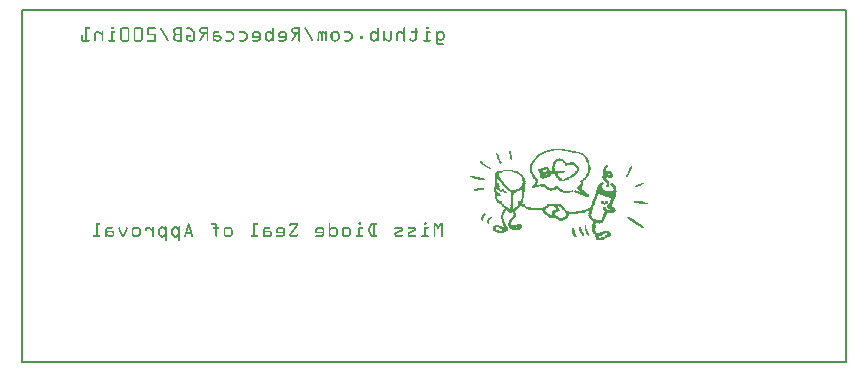
<source format=gbo>
G04 MADE WITH FRITZING*
G04 WWW.FRITZING.ORG*
G04 DOUBLE SIDED*
G04 HOLES PLATED*
G04 CONTOUR ON CENTER OF CONTOUR VECTOR*
%ASAXBY*%
%FSLAX23Y23*%
%MOIN*%
%OFA0B0*%
%SFA1.0B1.0*%
%ADD10R,2.755910X1.181100X2.739910X1.165100*%
%ADD11C,0.008000*%
%ADD12R,0.001000X0.001000*%
%LNSILK0*%
G90*
G70*
G54D11*
X4Y1177D02*
X2752Y1177D01*
X2752Y4D01*
X4Y4D01*
X4Y1177D01*
D02*
G36*
X1634Y707D02*
X1634Y701D01*
X1635Y701D01*
X1635Y693D01*
X1637Y693D01*
X1637Y685D01*
X1639Y685D01*
X1639Y676D01*
X1634Y676D01*
X1634Y680D01*
X1632Y680D01*
X1632Y683D01*
X1630Y683D01*
X1630Y696D01*
X1629Y696D01*
X1629Y707D01*
X1634Y707D01*
G37*
D02*
G36*
X1589Y701D02*
X1589Y698D01*
X1591Y698D01*
X1591Y694D01*
X1593Y694D01*
X1593Y691D01*
X1594Y691D01*
X1594Y686D01*
X1596Y686D01*
X1596Y681D01*
X1598Y681D01*
X1598Y678D01*
X1599Y678D01*
X1599Y675D01*
X1601Y675D01*
X1601Y670D01*
X1603Y670D01*
X1603Y666D01*
X1601Y666D01*
X1601Y665D01*
X1598Y665D01*
X1598Y666D01*
X1596Y666D01*
X1596Y671D01*
X1594Y671D01*
X1594Y675D01*
X1593Y675D01*
X1593Y678D01*
X1591Y678D01*
X1591Y681D01*
X1589Y681D01*
X1589Y686D01*
X1588Y686D01*
X1588Y693D01*
X1586Y693D01*
X1586Y696D01*
X1585Y696D01*
X1585Y701D01*
X1589Y701D01*
G37*
D02*
G36*
X1537Y673D02*
X1537Y671D01*
X1539Y671D01*
X1539Y670D01*
X1540Y670D01*
X1540Y666D01*
X1542Y666D01*
X1542Y665D01*
X1544Y665D01*
X1544Y663D01*
X1548Y663D01*
X1548Y662D01*
X1550Y662D01*
X1550Y660D01*
X1552Y660D01*
X1552Y658D01*
X1555Y658D01*
X1555Y657D01*
X1558Y657D01*
X1558Y655D01*
X1560Y655D01*
X1560Y653D01*
X1563Y653D01*
X1563Y652D01*
X1567Y652D01*
X1567Y650D01*
X1568Y650D01*
X1568Y647D01*
X1563Y647D01*
X1563Y648D01*
X1560Y648D01*
X1560Y650D01*
X1557Y650D01*
X1557Y652D01*
X1555Y652D01*
X1555Y653D01*
X1552Y653D01*
X1552Y655D01*
X1548Y655D01*
X1548Y657D01*
X1545Y657D01*
X1545Y660D01*
X1540Y660D01*
X1540Y662D01*
X1539Y662D01*
X1539Y663D01*
X1537Y663D01*
X1537Y665D01*
X1534Y665D01*
X1534Y666D01*
X1532Y666D01*
X1532Y668D01*
X1530Y668D01*
X1530Y673D01*
X1537Y673D01*
G37*
D02*
G36*
X1799Y683D02*
X1799Y681D01*
X1806Y681D01*
X1806Y680D01*
X1809Y680D01*
X1809Y678D01*
X1811Y678D01*
X1811Y675D01*
X1791Y675D01*
X1791Y673D01*
X1788Y673D01*
X1788Y671D01*
X1786Y671D01*
X1786Y670D01*
X1785Y670D01*
X1785Y668D01*
X1783Y668D01*
X1783Y665D01*
X1781Y665D01*
X1781Y662D01*
X1780Y662D01*
X1780Y655D01*
X1778Y655D01*
X1778Y652D01*
X1780Y652D01*
X1780Y644D01*
X1781Y644D01*
X1781Y642D01*
X1790Y642D01*
X1790Y640D01*
X1772Y640D01*
X1772Y658D01*
X1773Y658D01*
X1773Y665D01*
X1775Y665D01*
X1775Y668D01*
X1776Y668D01*
X1776Y671D01*
X1778Y671D01*
X1778Y673D01*
X1780Y673D01*
X1780Y675D01*
X1781Y675D01*
X1781Y676D01*
X1783Y676D01*
X1783Y680D01*
X1788Y680D01*
X1788Y681D01*
X1793Y681D01*
X1793Y683D01*
X1799Y683D01*
G37*
D02*
G36*
X1813Y675D02*
X1813Y673D01*
X1814Y673D01*
X1814Y671D01*
X1816Y671D01*
X1816Y670D01*
X1818Y670D01*
X1818Y666D01*
X1811Y666D01*
X1811Y668D01*
X1809Y668D01*
X1809Y671D01*
X1808Y671D01*
X1808Y673D01*
X1803Y673D01*
X1803Y675D01*
X1813Y675D01*
G37*
D02*
G36*
X1845Y670D02*
X1845Y668D01*
X1847Y668D01*
X1847Y666D01*
X1824Y666D01*
X1824Y668D01*
X1832Y668D01*
X1832Y670D01*
X1845Y670D01*
G37*
D02*
G36*
X1849Y666D02*
X1849Y665D01*
X1813Y665D01*
X1813Y666D01*
X1849Y666D01*
G37*
D02*
G36*
X1849Y666D02*
X1849Y665D01*
X1813Y665D01*
X1813Y666D01*
X1849Y666D01*
G37*
D02*
G36*
X1850Y665D02*
X1850Y663D01*
X1852Y663D01*
X1852Y662D01*
X1831Y662D01*
X1831Y660D01*
X1822Y660D01*
X1822Y658D01*
X1819Y658D01*
X1819Y657D01*
X1818Y657D01*
X1818Y658D01*
X1816Y658D01*
X1816Y660D01*
X1814Y660D01*
X1814Y663D01*
X1813Y663D01*
X1813Y665D01*
X1850Y665D01*
G37*
D02*
G36*
X1855Y662D02*
X1855Y658D01*
X1859Y658D01*
X1859Y655D01*
X1860Y655D01*
X1860Y652D01*
X1862Y652D01*
X1862Y642D01*
X1860Y642D01*
X1860Y639D01*
X1859Y639D01*
X1859Y637D01*
X1857Y637D01*
X1857Y635D01*
X1855Y635D01*
X1855Y632D01*
X1854Y632D01*
X1854Y630D01*
X1852Y630D01*
X1852Y629D01*
X1850Y629D01*
X1850Y627D01*
X1849Y627D01*
X1849Y625D01*
X1845Y625D01*
X1845Y624D01*
X1844Y624D01*
X1844Y622D01*
X1840Y622D01*
X1840Y621D01*
X1839Y621D01*
X1839Y617D01*
X1836Y617D01*
X1836Y616D01*
X1829Y616D01*
X1829Y614D01*
X1827Y614D01*
X1827Y612D01*
X1811Y612D01*
X1811Y614D01*
X1814Y614D01*
X1814Y616D01*
X1819Y616D01*
X1819Y617D01*
X1822Y617D01*
X1822Y619D01*
X1826Y619D01*
X1826Y622D01*
X1831Y622D01*
X1831Y624D01*
X1834Y624D01*
X1834Y625D01*
X1836Y625D01*
X1836Y627D01*
X1839Y627D01*
X1839Y629D01*
X1840Y629D01*
X1840Y630D01*
X1844Y630D01*
X1844Y632D01*
X1845Y632D01*
X1845Y635D01*
X1847Y635D01*
X1847Y637D01*
X1849Y637D01*
X1849Y639D01*
X1850Y639D01*
X1850Y640D01*
X1852Y640D01*
X1852Y642D01*
X1854Y642D01*
X1854Y652D01*
X1852Y652D01*
X1852Y653D01*
X1850Y653D01*
X1850Y655D01*
X1849Y655D01*
X1849Y657D01*
X1847Y657D01*
X1847Y658D01*
X1844Y658D01*
X1844Y660D01*
X1840Y660D01*
X1840Y662D01*
X1855Y662D01*
G37*
D02*
G36*
X1757Y655D02*
X1757Y653D01*
X1758Y653D01*
X1758Y650D01*
X1760Y650D01*
X1760Y648D01*
X1762Y648D01*
X1762Y647D01*
X1752Y647D01*
X1752Y645D01*
X1744Y645D01*
X1744Y644D01*
X1742Y644D01*
X1742Y642D01*
X1739Y642D01*
X1739Y640D01*
X1740Y640D01*
X1740Y637D01*
X1727Y637D01*
X1727Y639D01*
X1724Y639D01*
X1724Y645D01*
X1726Y645D01*
X1726Y648D01*
X1735Y648D01*
X1735Y650D01*
X1739Y650D01*
X1739Y652D01*
X1744Y652D01*
X1744Y653D01*
X1750Y653D01*
X1750Y655D01*
X1757Y655D01*
G37*
D02*
G36*
X1762Y647D02*
X1762Y644D01*
X1763Y644D01*
X1763Y642D01*
X1768Y642D01*
X1768Y640D01*
X1757Y640D01*
X1757Y642D01*
X1755Y642D01*
X1755Y644D01*
X1754Y644D01*
X1754Y647D01*
X1762Y647D01*
G37*
D02*
G36*
X1813Y640D02*
X1813Y639D01*
X1755Y639D01*
X1755Y640D01*
X1813Y640D01*
G37*
D02*
G36*
X1813Y640D02*
X1813Y639D01*
X1755Y639D01*
X1755Y640D01*
X1813Y640D01*
G37*
D02*
G36*
X1813Y639D02*
X1813Y637D01*
X1750Y637D01*
X1750Y639D01*
X1813Y639D01*
G37*
D02*
G36*
X1811Y637D02*
X1811Y635D01*
X1729Y635D01*
X1729Y637D01*
X1811Y637D01*
G37*
D02*
G36*
X1811Y637D02*
X1811Y635D01*
X1729Y635D01*
X1729Y637D01*
X1811Y637D01*
G37*
D02*
G36*
X1795Y635D02*
X1795Y634D01*
X1790Y634D01*
X1790Y632D01*
X1773Y632D01*
X1773Y630D01*
X1768Y630D01*
X1768Y629D01*
X1752Y629D01*
X1752Y627D01*
X1732Y627D01*
X1732Y629D01*
X1734Y629D01*
X1734Y630D01*
X1731Y630D01*
X1731Y632D01*
X1732Y632D01*
X1732Y634D01*
X1731Y634D01*
X1731Y635D01*
X1795Y635D01*
G37*
D02*
G36*
X1790Y632D02*
X1790Y627D01*
X1791Y627D01*
X1791Y625D01*
X1793Y625D01*
X1793Y624D01*
X1795Y624D01*
X1795Y622D01*
X1796Y622D01*
X1796Y619D01*
X1798Y619D01*
X1798Y617D01*
X1801Y617D01*
X1801Y616D01*
X1803Y616D01*
X1803Y614D01*
X1806Y614D01*
X1806Y612D01*
X1791Y612D01*
X1791Y614D01*
X1790Y614D01*
X1790Y616D01*
X1788Y616D01*
X1788Y617D01*
X1786Y617D01*
X1786Y621D01*
X1785Y621D01*
X1785Y622D01*
X1783Y622D01*
X1783Y625D01*
X1781Y625D01*
X1781Y627D01*
X1780Y627D01*
X1780Y629D01*
X1778Y629D01*
X1778Y630D01*
X1775Y630D01*
X1775Y632D01*
X1790Y632D01*
G37*
D02*
G36*
X1768Y629D02*
X1768Y627D01*
X1754Y627D01*
X1754Y629D01*
X1768Y629D01*
G37*
D02*
G36*
X1767Y627D02*
X1767Y625D01*
X1732Y625D01*
X1732Y627D01*
X1767Y627D01*
G37*
D02*
G36*
X1767Y627D02*
X1767Y625D01*
X1732Y625D01*
X1732Y627D01*
X1767Y627D01*
G37*
D02*
G36*
X1765Y625D02*
X1765Y622D01*
X1763Y622D01*
X1763Y621D01*
X1762Y621D01*
X1762Y619D01*
X1754Y619D01*
X1754Y617D01*
X1749Y617D01*
X1749Y616D01*
X1745Y616D01*
X1745Y614D01*
X1737Y614D01*
X1737Y616D01*
X1734Y616D01*
X1734Y617D01*
X1732Y617D01*
X1732Y619D01*
X1731Y619D01*
X1731Y622D01*
X1732Y622D01*
X1732Y625D01*
X1765Y625D01*
G37*
D02*
G36*
X1824Y612D02*
X1824Y611D01*
X1793Y611D01*
X1793Y612D01*
X1824Y612D01*
G37*
D02*
G36*
X1824Y612D02*
X1824Y611D01*
X1793Y611D01*
X1793Y612D01*
X1824Y612D01*
G37*
D02*
G36*
X1821Y611D02*
X1821Y609D01*
X1816Y609D01*
X1816Y607D01*
X1813Y607D01*
X1813Y606D01*
X1799Y606D01*
X1799Y607D01*
X1796Y607D01*
X1796Y609D01*
X1795Y609D01*
X1795Y611D01*
X1821Y611D01*
G37*
D02*
G36*
X1959Y662D02*
X1959Y657D01*
X1957Y657D01*
X1957Y655D01*
X1955Y655D01*
X1955Y653D01*
X1954Y653D01*
X1954Y650D01*
X1952Y650D01*
X1952Y648D01*
X1950Y648D01*
X1950Y642D01*
X1954Y642D01*
X1954Y640D01*
X1965Y640D01*
X1965Y639D01*
X1968Y639D01*
X1968Y637D01*
X1970Y637D01*
X1970Y635D01*
X1972Y635D01*
X1972Y632D01*
X1955Y632D01*
X1955Y629D01*
X1957Y629D01*
X1957Y627D01*
X1941Y627D01*
X1941Y639D01*
X1942Y639D01*
X1942Y648D01*
X1944Y648D01*
X1944Y652D01*
X1945Y652D01*
X1945Y655D01*
X1947Y655D01*
X1947Y657D01*
X1949Y657D01*
X1949Y658D01*
X1950Y658D01*
X1950Y660D01*
X1954Y660D01*
X1954Y662D01*
X1959Y662D01*
G37*
D02*
G36*
X1973Y632D02*
X1973Y630D01*
X1975Y630D01*
X1975Y627D01*
X1964Y627D01*
X1964Y629D01*
X1965Y629D01*
X1965Y632D01*
X1973Y632D01*
G37*
D02*
G36*
X1973Y627D02*
X1973Y625D01*
X1941Y625D01*
X1941Y627D01*
X1973Y627D01*
G37*
D02*
G36*
X1973Y627D02*
X1973Y625D01*
X1941Y625D01*
X1941Y627D01*
X1973Y627D01*
G37*
D02*
G36*
X1973Y625D02*
X1973Y621D01*
X1972Y621D01*
X1972Y619D01*
X1950Y619D01*
X1950Y617D01*
X1939Y617D01*
X1939Y625D01*
X1973Y625D01*
G37*
D02*
G36*
X1970Y619D02*
X1970Y617D01*
X1957Y617D01*
X1957Y619D01*
X1970Y619D01*
G37*
D02*
G36*
X1955Y619D02*
X1955Y617D01*
X1952Y617D01*
X1952Y619D01*
X1955Y619D01*
G37*
D02*
G36*
X1952Y617D02*
X1952Y614D01*
X1954Y614D01*
X1954Y612D01*
X1955Y612D01*
X1955Y609D01*
X1957Y609D01*
X1957Y606D01*
X1960Y606D01*
X1960Y604D01*
X1962Y604D01*
X1962Y594D01*
X1964Y594D01*
X1964Y593D01*
X1962Y593D01*
X1962Y591D01*
X1960Y591D01*
X1960Y588D01*
X1959Y588D01*
X1959Y586D01*
X1952Y586D01*
X1952Y594D01*
X1954Y594D01*
X1954Y599D01*
X1952Y599D01*
X1952Y603D01*
X1950Y603D01*
X1950Y604D01*
X1949Y604D01*
X1949Y606D01*
X1945Y606D01*
X1945Y609D01*
X1944Y609D01*
X1944Y611D01*
X1942Y611D01*
X1942Y614D01*
X1941Y614D01*
X1941Y616D01*
X1939Y616D01*
X1939Y617D01*
X1952Y617D01*
G37*
D02*
G36*
X2039Y657D02*
X2039Y652D01*
X2037Y652D01*
X2037Y647D01*
X2036Y647D01*
X2036Y644D01*
X2034Y644D01*
X2034Y640D01*
X2032Y640D01*
X2032Y639D01*
X2031Y639D01*
X2031Y635D01*
X2029Y635D01*
X2029Y629D01*
X2027Y629D01*
X2027Y627D01*
X2026Y627D01*
X2026Y622D01*
X2019Y622D01*
X2019Y627D01*
X2021Y627D01*
X2021Y630D01*
X2023Y630D01*
X2023Y635D01*
X2024Y635D01*
X2024Y639D01*
X2026Y639D01*
X2026Y640D01*
X2027Y640D01*
X2027Y645D01*
X2029Y645D01*
X2029Y650D01*
X2031Y650D01*
X2031Y653D01*
X2032Y653D01*
X2032Y655D01*
X2034Y655D01*
X2034Y657D01*
X2039Y657D01*
G37*
D02*
G36*
X1507Y625D02*
X1507Y624D01*
X1514Y624D01*
X1514Y622D01*
X1517Y622D01*
X1517Y621D01*
X1524Y621D01*
X1524Y619D01*
X1530Y619D01*
X1530Y617D01*
X1539Y617D01*
X1539Y616D01*
X1544Y616D01*
X1544Y614D01*
X1547Y614D01*
X1547Y611D01*
X1545Y611D01*
X1545Y609D01*
X1537Y609D01*
X1537Y611D01*
X1529Y611D01*
X1529Y612D01*
X1524Y612D01*
X1524Y614D01*
X1512Y614D01*
X1512Y616D01*
X1509Y616D01*
X1509Y617D01*
X1503Y617D01*
X1503Y619D01*
X1499Y619D01*
X1499Y621D01*
X1498Y621D01*
X1498Y624D01*
X1499Y624D01*
X1499Y625D01*
X1507Y625D01*
G37*
D02*
G36*
X2077Y601D02*
X2077Y599D01*
X2078Y599D01*
X2078Y598D01*
X2077Y598D01*
X2077Y596D01*
X2072Y596D01*
X2072Y594D01*
X2068Y594D01*
X2068Y593D01*
X2067Y593D01*
X2067Y591D01*
X2064Y591D01*
X2064Y589D01*
X2059Y589D01*
X2059Y588D01*
X2054Y588D01*
X2054Y586D01*
X2049Y586D01*
X2049Y591D01*
X2052Y591D01*
X2052Y593D01*
X2055Y593D01*
X2055Y594D01*
X2059Y594D01*
X2059Y596D01*
X2062Y596D01*
X2062Y598D01*
X2068Y598D01*
X2068Y599D01*
X2072Y599D01*
X2072Y601D01*
X2077Y601D01*
G37*
D02*
G36*
X1537Y584D02*
X1537Y583D01*
X1544Y583D01*
X1544Y580D01*
X1545Y580D01*
X1545Y578D01*
X1544Y578D01*
X1544Y576D01*
X1526Y576D01*
X1526Y575D01*
X1521Y575D01*
X1521Y573D01*
X1511Y573D01*
X1511Y578D01*
X1512Y578D01*
X1512Y580D01*
X1521Y580D01*
X1521Y581D01*
X1522Y581D01*
X1522Y583D01*
X1529Y583D01*
X1529Y584D01*
X1537Y584D01*
G37*
D02*
G36*
X1795Y716D02*
X1795Y714D01*
X1816Y714D01*
X1816Y712D01*
X1824Y712D01*
X1824Y711D01*
X1831Y711D01*
X1831Y709D01*
X1778Y709D01*
X1778Y707D01*
X1773Y707D01*
X1773Y706D01*
X1763Y706D01*
X1763Y704D01*
X1757Y704D01*
X1757Y703D01*
X1752Y703D01*
X1752Y701D01*
X1749Y701D01*
X1749Y699D01*
X1745Y699D01*
X1745Y698D01*
X1742Y698D01*
X1742Y696D01*
X1737Y696D01*
X1737Y694D01*
X1734Y694D01*
X1734Y693D01*
X1732Y693D01*
X1732Y691D01*
X1729Y691D01*
X1729Y689D01*
X1727Y689D01*
X1727Y688D01*
X1726Y688D01*
X1726Y686D01*
X1724Y686D01*
X1724Y685D01*
X1722Y685D01*
X1722Y681D01*
X1721Y681D01*
X1721Y680D01*
X1717Y680D01*
X1717Y676D01*
X1716Y676D01*
X1716Y675D01*
X1714Y675D01*
X1714Y673D01*
X1713Y673D01*
X1713Y670D01*
X1711Y670D01*
X1711Y668D01*
X1709Y668D01*
X1709Y666D01*
X1708Y666D01*
X1708Y662D01*
X1706Y662D01*
X1706Y653D01*
X1704Y653D01*
X1704Y648D01*
X1706Y648D01*
X1706Y645D01*
X1704Y645D01*
X1704Y642D01*
X1706Y642D01*
X1706Y637D01*
X1708Y637D01*
X1708Y634D01*
X1709Y634D01*
X1709Y630D01*
X1711Y630D01*
X1711Y627D01*
X1713Y627D01*
X1713Y625D01*
X1714Y625D01*
X1714Y622D01*
X1716Y622D01*
X1716Y619D01*
X1717Y619D01*
X1717Y617D01*
X1719Y617D01*
X1719Y616D01*
X1721Y616D01*
X1721Y614D01*
X1724Y614D01*
X1724Y612D01*
X1726Y612D01*
X1726Y604D01*
X1724Y604D01*
X1724Y601D01*
X1722Y601D01*
X1722Y598D01*
X1721Y598D01*
X1721Y596D01*
X1722Y596D01*
X1722Y594D01*
X1711Y594D01*
X1711Y596D01*
X1713Y596D01*
X1713Y598D01*
X1714Y598D01*
X1714Y599D01*
X1716Y599D01*
X1716Y604D01*
X1717Y604D01*
X1717Y607D01*
X1716Y607D01*
X1716Y609D01*
X1714Y609D01*
X1714Y611D01*
X1713Y611D01*
X1713Y614D01*
X1709Y614D01*
X1709Y616D01*
X1708Y616D01*
X1708Y621D01*
X1706Y621D01*
X1706Y622D01*
X1704Y622D01*
X1704Y627D01*
X1703Y627D01*
X1703Y630D01*
X1701Y630D01*
X1701Y634D01*
X1699Y634D01*
X1699Y645D01*
X1698Y645D01*
X1698Y653D01*
X1699Y653D01*
X1699Y663D01*
X1701Y663D01*
X1701Y666D01*
X1703Y666D01*
X1703Y670D01*
X1704Y670D01*
X1704Y673D01*
X1706Y673D01*
X1706Y675D01*
X1708Y675D01*
X1708Y676D01*
X1709Y676D01*
X1709Y678D01*
X1711Y678D01*
X1711Y680D01*
X1713Y680D01*
X1713Y681D01*
X1714Y681D01*
X1714Y683D01*
X1716Y683D01*
X1716Y685D01*
X1717Y685D01*
X1717Y688D01*
X1719Y688D01*
X1719Y689D01*
X1721Y689D01*
X1721Y691D01*
X1722Y691D01*
X1722Y693D01*
X1724Y693D01*
X1724Y694D01*
X1726Y694D01*
X1726Y696D01*
X1727Y696D01*
X1727Y698D01*
X1731Y698D01*
X1731Y699D01*
X1734Y699D01*
X1734Y701D01*
X1737Y701D01*
X1737Y703D01*
X1740Y703D01*
X1740Y704D01*
X1744Y704D01*
X1744Y706D01*
X1747Y706D01*
X1747Y707D01*
X1754Y707D01*
X1754Y709D01*
X1757Y709D01*
X1757Y711D01*
X1762Y711D01*
X1762Y712D01*
X1768Y712D01*
X1768Y714D01*
X1793Y714D01*
X1793Y716D01*
X1795Y716D01*
G37*
D02*
G36*
X1836Y709D02*
X1836Y707D01*
X1840Y707D01*
X1840Y706D01*
X1852Y706D01*
X1852Y704D01*
X1860Y704D01*
X1860Y703D01*
X1865Y703D01*
X1865Y701D01*
X1844Y701D01*
X1844Y699D01*
X1840Y699D01*
X1840Y701D01*
X1837Y701D01*
X1837Y703D01*
X1834Y703D01*
X1834Y704D01*
X1826Y704D01*
X1826Y706D01*
X1814Y706D01*
X1814Y707D01*
X1803Y707D01*
X1803Y709D01*
X1836Y709D01*
G37*
D02*
G36*
X1870Y701D02*
X1870Y699D01*
X1873Y699D01*
X1873Y698D01*
X1875Y698D01*
X1875Y696D01*
X1878Y696D01*
X1878Y694D01*
X1880Y694D01*
X1880Y693D01*
X1881Y693D01*
X1881Y691D01*
X1883Y691D01*
X1883Y689D01*
X1885Y689D01*
X1885Y688D01*
X1886Y688D01*
X1886Y686D01*
X1888Y686D01*
X1888Y683D01*
X1890Y683D01*
X1890Y680D01*
X1891Y680D01*
X1891Y676D01*
X1893Y676D01*
X1893Y673D01*
X1895Y673D01*
X1895Y666D01*
X1896Y666D01*
X1896Y662D01*
X1898Y662D01*
X1898Y653D01*
X1900Y653D01*
X1900Y645D01*
X1898Y645D01*
X1898Y635D01*
X1896Y635D01*
X1896Y634D01*
X1895Y634D01*
X1895Y629D01*
X1893Y629D01*
X1893Y624D01*
X1891Y624D01*
X1891Y622D01*
X1890Y622D01*
X1890Y621D01*
X1888Y621D01*
X1888Y617D01*
X1886Y617D01*
X1886Y614D01*
X1885Y614D01*
X1885Y612D01*
X1883Y612D01*
X1883Y611D01*
X1881Y611D01*
X1881Y609D01*
X1878Y609D01*
X1878Y607D01*
X1877Y607D01*
X1877Y606D01*
X1875Y606D01*
X1875Y598D01*
X1873Y598D01*
X1873Y591D01*
X1872Y591D01*
X1872Y589D01*
X1870Y589D01*
X1870Y588D01*
X1868Y588D01*
X1868Y586D01*
X1870Y586D01*
X1870Y580D01*
X1872Y580D01*
X1872Y578D01*
X1859Y578D01*
X1859Y576D01*
X1857Y576D01*
X1857Y581D01*
X1855Y581D01*
X1855Y583D01*
X1854Y583D01*
X1854Y588D01*
X1857Y588D01*
X1857Y589D01*
X1860Y589D01*
X1860Y591D01*
X1862Y591D01*
X1862Y593D01*
X1863Y593D01*
X1863Y594D01*
X1865Y594D01*
X1865Y598D01*
X1867Y598D01*
X1867Y603D01*
X1865Y603D01*
X1865Y607D01*
X1867Y607D01*
X1867Y609D01*
X1868Y609D01*
X1868Y611D01*
X1872Y611D01*
X1872Y612D01*
X1873Y612D01*
X1873Y614D01*
X1875Y614D01*
X1875Y616D01*
X1877Y616D01*
X1877Y617D01*
X1880Y617D01*
X1880Y621D01*
X1881Y621D01*
X1881Y622D01*
X1883Y622D01*
X1883Y625D01*
X1885Y625D01*
X1885Y629D01*
X1886Y629D01*
X1886Y630D01*
X1888Y630D01*
X1888Y635D01*
X1890Y635D01*
X1890Y639D01*
X1891Y639D01*
X1891Y662D01*
X1890Y662D01*
X1890Y666D01*
X1888Y666D01*
X1888Y671D01*
X1886Y671D01*
X1886Y676D01*
X1885Y676D01*
X1885Y680D01*
X1883Y680D01*
X1883Y681D01*
X1881Y681D01*
X1881Y685D01*
X1880Y685D01*
X1880Y686D01*
X1878Y686D01*
X1878Y689D01*
X1877Y689D01*
X1877Y691D01*
X1873Y691D01*
X1873Y693D01*
X1870Y693D01*
X1870Y694D01*
X1868Y694D01*
X1868Y696D01*
X1863Y696D01*
X1863Y698D01*
X1862Y698D01*
X1862Y699D01*
X1854Y699D01*
X1854Y701D01*
X1870Y701D01*
G37*
D02*
G36*
X1749Y596D02*
X1749Y594D01*
X1739Y594D01*
X1739Y596D01*
X1749Y596D01*
G37*
D02*
G36*
X1737Y596D02*
X1737Y594D01*
X1731Y594D01*
X1731Y596D01*
X1737Y596D01*
G37*
D02*
G36*
X1750Y594D02*
X1750Y593D01*
X1709Y593D01*
X1709Y594D01*
X1750Y594D01*
G37*
D02*
G36*
X1750Y594D02*
X1750Y593D01*
X1709Y593D01*
X1709Y594D01*
X1750Y594D01*
G37*
D02*
G36*
X1750Y594D02*
X1750Y593D01*
X1709Y593D01*
X1709Y594D01*
X1750Y594D01*
G37*
D02*
G36*
X1750Y593D02*
X1750Y591D01*
X1752Y591D01*
X1752Y589D01*
X1727Y589D01*
X1727Y588D01*
X1721Y588D01*
X1721Y586D01*
X1714Y586D01*
X1714Y584D01*
X1706Y584D01*
X1706Y586D01*
X1703Y586D01*
X1703Y588D01*
X1704Y588D01*
X1704Y589D01*
X1706Y589D01*
X1706Y591D01*
X1708Y591D01*
X1708Y593D01*
X1750Y593D01*
G37*
D02*
G36*
X1786Y591D02*
X1786Y589D01*
X1790Y589D01*
X1790Y588D01*
X1791Y588D01*
X1791Y586D01*
X1795Y586D01*
X1795Y584D01*
X1796Y584D01*
X1796Y583D01*
X1772Y583D01*
X1772Y584D01*
X1778Y584D01*
X1778Y586D01*
X1780Y586D01*
X1780Y589D01*
X1781Y589D01*
X1781Y591D01*
X1786Y591D01*
G37*
D02*
G36*
X1755Y589D02*
X1755Y588D01*
X1758Y588D01*
X1758Y586D01*
X1762Y586D01*
X1762Y584D01*
X1767Y584D01*
X1767Y583D01*
X1750Y583D01*
X1750Y584D01*
X1749Y584D01*
X1749Y586D01*
X1747Y586D01*
X1747Y588D01*
X1735Y588D01*
X1735Y589D01*
X1755Y589D01*
G37*
D02*
G36*
X1799Y583D02*
X1799Y581D01*
X1752Y581D01*
X1752Y583D01*
X1799Y583D01*
G37*
D02*
G36*
X1799Y583D02*
X1799Y581D01*
X1752Y581D01*
X1752Y583D01*
X1799Y583D01*
G37*
D02*
G36*
X1801Y581D02*
X1801Y580D01*
X1803Y580D01*
X1803Y578D01*
X1806Y578D01*
X1806Y576D01*
X1809Y576D01*
X1809Y575D01*
X1822Y575D01*
X1822Y573D01*
X1798Y573D01*
X1798Y575D01*
X1795Y575D01*
X1795Y576D01*
X1793Y576D01*
X1793Y578D01*
X1790Y578D01*
X1790Y580D01*
X1788Y580D01*
X1788Y581D01*
X1801Y581D01*
G37*
D02*
G36*
X1785Y581D02*
X1785Y580D01*
X1783Y580D01*
X1783Y578D01*
X1780Y578D01*
X1780Y576D01*
X1770Y576D01*
X1770Y575D01*
X1765Y575D01*
X1765Y576D01*
X1758Y576D01*
X1758Y578D01*
X1755Y578D01*
X1755Y580D01*
X1754Y580D01*
X1754Y581D01*
X1785Y581D01*
G37*
D02*
G36*
X1873Y578D02*
X1873Y576D01*
X1877Y576D01*
X1877Y575D01*
X1880Y575D01*
X1880Y573D01*
X1881Y573D01*
X1881Y571D01*
X1883Y571D01*
X1883Y570D01*
X1867Y570D01*
X1867Y571D01*
X1865Y571D01*
X1865Y573D01*
X1863Y573D01*
X1863Y575D01*
X1862Y575D01*
X1862Y576D01*
X1860Y576D01*
X1860Y578D01*
X1873Y578D01*
G37*
D02*
G36*
X1852Y576D02*
X1852Y575D01*
X1855Y575D01*
X1855Y573D01*
X1860Y573D01*
X1860Y571D01*
X1845Y571D01*
X1845Y575D01*
X1847Y575D01*
X1847Y576D01*
X1852Y576D01*
G37*
D02*
G36*
X1840Y576D02*
X1840Y575D01*
X1842Y575D01*
X1842Y573D01*
X1824Y573D01*
X1824Y575D01*
X1837Y575D01*
X1837Y576D01*
X1840Y576D01*
G37*
D02*
G36*
X1840Y573D02*
X1840Y571D01*
X1799Y571D01*
X1799Y573D01*
X1840Y573D01*
G37*
D02*
G36*
X1840Y573D02*
X1840Y571D01*
X1799Y571D01*
X1799Y573D01*
X1840Y573D01*
G37*
D02*
G36*
X1865Y571D02*
X1865Y570D01*
X1847Y570D01*
X1847Y571D01*
X1865Y571D01*
G37*
D02*
G36*
X1837Y571D02*
X1837Y570D01*
X1832Y570D01*
X1832Y568D01*
X1808Y568D01*
X1808Y570D01*
X1803Y570D01*
X1803Y571D01*
X1837Y571D01*
G37*
D02*
G36*
X1885Y570D02*
X1885Y568D01*
X1849Y568D01*
X1849Y570D01*
X1885Y570D01*
G37*
D02*
G36*
X1885Y570D02*
X1885Y568D01*
X1849Y568D01*
X1849Y570D01*
X1885Y570D01*
G37*
D02*
G36*
X1888Y568D02*
X1888Y565D01*
X1891Y565D01*
X1891Y563D01*
X1893Y563D01*
X1893Y561D01*
X1895Y561D01*
X1895Y558D01*
X1896Y558D01*
X1896Y555D01*
X1895Y555D01*
X1895Y553D01*
X1886Y553D01*
X1886Y555D01*
X1880Y555D01*
X1880Y557D01*
X1877Y557D01*
X1877Y558D01*
X1873Y558D01*
X1873Y560D01*
X1868Y560D01*
X1868Y561D01*
X1865Y561D01*
X1865Y563D01*
X1860Y563D01*
X1860Y565D01*
X1857Y565D01*
X1857Y566D01*
X1854Y566D01*
X1854Y568D01*
X1888Y568D01*
G37*
D02*
G36*
X2057Y542D02*
X2057Y540D01*
X2065Y540D01*
X2065Y539D01*
X2075Y539D01*
X2075Y537D01*
X2080Y537D01*
X2080Y535D01*
X2085Y535D01*
X2085Y534D01*
X2090Y534D01*
X2090Y532D01*
X2080Y532D01*
X2080Y530D01*
X2077Y530D01*
X2077Y532D01*
X2060Y532D01*
X2060Y534D01*
X2046Y534D01*
X2046Y535D01*
X2044Y535D01*
X2044Y540D01*
X2046Y540D01*
X2046Y542D01*
X2057Y542D01*
G37*
D02*
G36*
X2093Y532D02*
X2093Y530D01*
X2083Y530D01*
X2083Y532D01*
X2093Y532D01*
G37*
D02*
G36*
X1955Y540D02*
X1955Y539D01*
X1957Y539D01*
X1957Y535D01*
X1947Y535D01*
X1947Y537D01*
X1949Y537D01*
X1949Y539D01*
X1952Y539D01*
X1952Y540D01*
X1955Y540D01*
G37*
D02*
G36*
X1942Y540D02*
X1942Y539D01*
X1944Y539D01*
X1944Y537D01*
X1945Y537D01*
X1945Y535D01*
X1936Y535D01*
X1936Y540D01*
X1942Y540D01*
G37*
D02*
G36*
X1957Y535D02*
X1957Y534D01*
X1936Y534D01*
X1936Y535D01*
X1957Y535D01*
G37*
D02*
G36*
X1957Y535D02*
X1957Y534D01*
X1936Y534D01*
X1936Y535D01*
X1957Y535D01*
G37*
D02*
G36*
X1957Y534D02*
X1957Y532D01*
X1955Y532D01*
X1955Y530D01*
X1954Y530D01*
X1954Y529D01*
X1947Y529D01*
X1947Y527D01*
X1944Y527D01*
X1944Y529D01*
X1939Y529D01*
X1939Y530D01*
X1937Y530D01*
X1937Y532D01*
X1936Y532D01*
X1936Y534D01*
X1957Y534D01*
G37*
D02*
G36*
X1813Y502D02*
X1813Y501D01*
X1811Y501D01*
X1811Y502D01*
X1813Y502D01*
G37*
D02*
G36*
X1547Y499D02*
X1547Y498D01*
X1550Y498D01*
X1550Y493D01*
X1547Y493D01*
X1547Y491D01*
X1545Y491D01*
X1545Y489D01*
X1544Y489D01*
X1544Y484D01*
X1542Y484D01*
X1542Y476D01*
X1540Y476D01*
X1540Y475D01*
X1537Y475D01*
X1537Y478D01*
X1535Y478D01*
X1535Y486D01*
X1537Y486D01*
X1537Y493D01*
X1539Y493D01*
X1539Y494D01*
X1540Y494D01*
X1540Y496D01*
X1542Y496D01*
X1542Y498D01*
X1545Y498D01*
X1545Y499D01*
X1547Y499D01*
G37*
D02*
G36*
X2027Y488D02*
X2027Y486D01*
X2032Y486D01*
X2032Y484D01*
X2036Y484D01*
X2036Y483D01*
X2039Y483D01*
X2039Y481D01*
X2042Y481D01*
X2042Y479D01*
X2044Y479D01*
X2044Y478D01*
X2046Y478D01*
X2046Y476D01*
X2047Y476D01*
X2047Y475D01*
X2049Y475D01*
X2049Y473D01*
X2052Y473D01*
X2052Y471D01*
X2055Y471D01*
X2055Y470D01*
X2057Y470D01*
X2057Y468D01*
X2059Y468D01*
X2059Y466D01*
X2060Y466D01*
X2060Y465D01*
X2065Y465D01*
X2065Y463D01*
X2067Y463D01*
X2067Y461D01*
X2068Y461D01*
X2068Y460D01*
X2070Y460D01*
X2070Y458D01*
X2072Y458D01*
X2072Y457D01*
X2075Y457D01*
X2075Y455D01*
X2077Y455D01*
X2077Y452D01*
X2075Y452D01*
X2075Y450D01*
X2072Y450D01*
X2072Y452D01*
X2068Y452D01*
X2068Y453D01*
X2067Y453D01*
X2067Y455D01*
X2064Y455D01*
X2064Y457D01*
X2062Y457D01*
X2062Y458D01*
X2059Y458D01*
X2059Y460D01*
X2057Y460D01*
X2057Y461D01*
X2052Y461D01*
X2052Y463D01*
X2050Y463D01*
X2050Y465D01*
X2047Y465D01*
X2047Y466D01*
X2042Y466D01*
X2042Y470D01*
X2041Y470D01*
X2041Y471D01*
X2037Y471D01*
X2037Y473D01*
X2036Y473D01*
X2036Y475D01*
X2032Y475D01*
X2032Y476D01*
X2031Y476D01*
X2031Y478D01*
X2029Y478D01*
X2029Y479D01*
X2026Y479D01*
X2026Y481D01*
X2024Y481D01*
X2024Y483D01*
X2021Y483D01*
X2021Y486D01*
X2023Y486D01*
X2023Y488D01*
X2027Y488D01*
G37*
D02*
G36*
X1570Y486D02*
X1570Y483D01*
X1568Y483D01*
X1568Y481D01*
X1565Y481D01*
X1565Y478D01*
X1563Y478D01*
X1563Y476D01*
X1562Y476D01*
X1562Y465D01*
X1558Y465D01*
X1558Y463D01*
X1557Y463D01*
X1557Y466D01*
X1555Y466D01*
X1555Y478D01*
X1557Y478D01*
X1557Y481D01*
X1558Y481D01*
X1558Y483D01*
X1560Y483D01*
X1560Y484D01*
X1563Y484D01*
X1563Y486D01*
X1570Y486D01*
G37*
D02*
G36*
X1885Y461D02*
X1885Y460D01*
X1886Y460D01*
X1886Y455D01*
X1885Y455D01*
X1885Y453D01*
X1886Y453D01*
X1886Y447D01*
X1888Y447D01*
X1888Y442D01*
X1890Y442D01*
X1890Y437D01*
X1891Y437D01*
X1891Y434D01*
X1893Y434D01*
X1893Y425D01*
X1891Y425D01*
X1891Y427D01*
X1888Y427D01*
X1888Y432D01*
X1886Y432D01*
X1886Y434D01*
X1885Y434D01*
X1885Y438D01*
X1883Y438D01*
X1883Y442D01*
X1881Y442D01*
X1881Y447D01*
X1880Y447D01*
X1880Y448D01*
X1881Y448D01*
X1881Y450D01*
X1880Y450D01*
X1880Y457D01*
X1881Y457D01*
X1881Y460D01*
X1883Y460D01*
X1883Y461D01*
X1885Y461D01*
G37*
D02*
G36*
X1865Y455D02*
X1865Y453D01*
X1867Y453D01*
X1867Y448D01*
X1868Y448D01*
X1868Y447D01*
X1870Y447D01*
X1870Y440D01*
X1872Y440D01*
X1872Y438D01*
X1873Y438D01*
X1873Y437D01*
X1875Y437D01*
X1875Y434D01*
X1877Y434D01*
X1877Y430D01*
X1878Y430D01*
X1878Y425D01*
X1872Y425D01*
X1872Y427D01*
X1870Y427D01*
X1870Y429D01*
X1868Y429D01*
X1868Y430D01*
X1867Y430D01*
X1867Y435D01*
X1865Y435D01*
X1865Y438D01*
X1863Y438D01*
X1863Y442D01*
X1860Y442D01*
X1860Y448D01*
X1862Y448D01*
X1862Y453D01*
X1863Y453D01*
X1863Y455D01*
X1865Y455D01*
G37*
D02*
G36*
X1844Y452D02*
X1844Y448D01*
X1845Y448D01*
X1845Y443D01*
X1847Y443D01*
X1847Y430D01*
X1849Y430D01*
X1849Y429D01*
X1850Y429D01*
X1850Y427D01*
X1852Y427D01*
X1852Y424D01*
X1854Y424D01*
X1854Y419D01*
X1847Y419D01*
X1847Y420D01*
X1845Y420D01*
X1845Y422D01*
X1844Y422D01*
X1844Y425D01*
X1840Y425D01*
X1840Y430D01*
X1839Y430D01*
X1839Y442D01*
X1837Y442D01*
X1837Y443D01*
X1839Y443D01*
X1839Y448D01*
X1837Y448D01*
X1837Y450D01*
X1840Y450D01*
X1840Y452D01*
X1844Y452D01*
G37*
D02*
G36*
X1629Y645D02*
X1629Y644D01*
X1640Y644D01*
X1640Y642D01*
X1645Y642D01*
X1645Y640D01*
X1650Y640D01*
X1650Y639D01*
X1608Y639D01*
X1608Y637D01*
X1603Y637D01*
X1603Y635D01*
X1598Y635D01*
X1598Y634D01*
X1594Y634D01*
X1594Y632D01*
X1593Y632D01*
X1593Y627D01*
X1594Y627D01*
X1594Y622D01*
X1596Y622D01*
X1596Y621D01*
X1598Y621D01*
X1598Y617D01*
X1599Y617D01*
X1599Y616D01*
X1601Y616D01*
X1601Y614D01*
X1589Y614D01*
X1589Y611D01*
X1588Y611D01*
X1588Y599D01*
X1593Y599D01*
X1593Y598D01*
X1594Y598D01*
X1594Y596D01*
X1596Y596D01*
X1596Y591D01*
X1598Y591D01*
X1598Y588D01*
X1594Y588D01*
X1594Y584D01*
X1596Y584D01*
X1596Y583D01*
X1598Y583D01*
X1598Y580D01*
X1586Y580D01*
X1586Y578D01*
X1578Y578D01*
X1578Y586D01*
X1580Y586D01*
X1580Y604D01*
X1581Y604D01*
X1581Y635D01*
X1583Y635D01*
X1583Y637D01*
X1588Y637D01*
X1588Y639D01*
X1593Y639D01*
X1593Y640D01*
X1598Y640D01*
X1598Y642D01*
X1608Y642D01*
X1608Y644D01*
X1616Y644D01*
X1616Y645D01*
X1629Y645D01*
G37*
D02*
G36*
X1657Y639D02*
X1657Y637D01*
X1660Y637D01*
X1660Y635D01*
X1663Y635D01*
X1663Y634D01*
X1665Y634D01*
X1665Y632D01*
X1667Y632D01*
X1667Y630D01*
X1670Y630D01*
X1670Y627D01*
X1673Y627D01*
X1673Y625D01*
X1675Y625D01*
X1675Y624D01*
X1676Y624D01*
X1676Y621D01*
X1678Y621D01*
X1678Y617D01*
X1680Y617D01*
X1680Y614D01*
X1681Y614D01*
X1681Y607D01*
X1683Y607D01*
X1683Y603D01*
X1681Y603D01*
X1681Y601D01*
X1683Y601D01*
X1683Y598D01*
X1681Y598D01*
X1681Y589D01*
X1680Y589D01*
X1680Y580D01*
X1670Y580D01*
X1670Y578D01*
X1667Y578D01*
X1667Y576D01*
X1647Y576D01*
X1647Y578D01*
X1650Y578D01*
X1650Y580D01*
X1657Y580D01*
X1657Y581D01*
X1660Y581D01*
X1660Y583D01*
X1662Y583D01*
X1662Y584D01*
X1663Y584D01*
X1663Y586D01*
X1667Y586D01*
X1667Y588D01*
X1668Y588D01*
X1668Y589D01*
X1670Y589D01*
X1670Y594D01*
X1672Y594D01*
X1672Y599D01*
X1673Y599D01*
X1673Y603D01*
X1672Y603D01*
X1672Y604D01*
X1673Y604D01*
X1673Y607D01*
X1672Y607D01*
X1672Y609D01*
X1673Y609D01*
X1673Y612D01*
X1672Y612D01*
X1672Y617D01*
X1670Y617D01*
X1670Y621D01*
X1668Y621D01*
X1668Y622D01*
X1667Y622D01*
X1667Y625D01*
X1663Y625D01*
X1663Y627D01*
X1660Y627D01*
X1660Y629D01*
X1658Y629D01*
X1658Y630D01*
X1655Y630D01*
X1655Y632D01*
X1653Y632D01*
X1653Y634D01*
X1650Y634D01*
X1650Y635D01*
X1644Y635D01*
X1644Y637D01*
X1637Y637D01*
X1637Y639D01*
X1657Y639D01*
G37*
D02*
G36*
X1601Y614D02*
X1601Y612D01*
X1603Y612D01*
X1603Y611D01*
X1606Y611D01*
X1606Y607D01*
X1608Y607D01*
X1608Y606D01*
X1609Y606D01*
X1609Y603D01*
X1611Y603D01*
X1611Y599D01*
X1612Y599D01*
X1612Y598D01*
X1614Y598D01*
X1614Y596D01*
X1616Y596D01*
X1616Y594D01*
X1617Y594D01*
X1617Y593D01*
X1619Y593D01*
X1619Y591D01*
X1621Y591D01*
X1621Y588D01*
X1624Y588D01*
X1624Y586D01*
X1626Y586D01*
X1626Y584D01*
X1627Y584D01*
X1627Y583D01*
X1629Y583D01*
X1629Y580D01*
X1632Y580D01*
X1632Y578D01*
X1642Y578D01*
X1642Y576D01*
X1622Y576D01*
X1622Y578D01*
X1621Y578D01*
X1621Y580D01*
X1619Y580D01*
X1619Y581D01*
X1617Y581D01*
X1617Y584D01*
X1616Y584D01*
X1616Y586D01*
X1614Y586D01*
X1614Y588D01*
X1612Y588D01*
X1612Y589D01*
X1611Y589D01*
X1611Y591D01*
X1609Y591D01*
X1609Y593D01*
X1608Y593D01*
X1608Y594D01*
X1606Y594D01*
X1606Y596D01*
X1604Y596D01*
X1604Y599D01*
X1603Y599D01*
X1603Y601D01*
X1601Y601D01*
X1601Y604D01*
X1599Y604D01*
X1599Y606D01*
X1598Y606D01*
X1598Y607D01*
X1596Y607D01*
X1596Y609D01*
X1594Y609D01*
X1594Y611D01*
X1591Y611D01*
X1591Y614D01*
X1601Y614D01*
G37*
D02*
G36*
X1942Y603D02*
X1942Y601D01*
X1945Y601D01*
X1945Y598D01*
X1942Y598D01*
X1942Y596D01*
X1941Y596D01*
X1941Y594D01*
X1939Y594D01*
X1939Y591D01*
X1937Y591D01*
X1937Y588D01*
X1936Y588D01*
X1936Y586D01*
X1939Y586D01*
X1939Y583D01*
X1941Y583D01*
X1941Y580D01*
X1942Y580D01*
X1942Y578D01*
X1945Y578D01*
X1945Y576D01*
X1947Y576D01*
X1947Y575D01*
X1950Y575D01*
X1950Y573D01*
X1919Y573D01*
X1919Y576D01*
X1921Y576D01*
X1921Y580D01*
X1922Y580D01*
X1922Y586D01*
X1924Y586D01*
X1924Y591D01*
X1926Y591D01*
X1926Y594D01*
X1927Y594D01*
X1927Y596D01*
X1931Y596D01*
X1931Y598D01*
X1932Y598D01*
X1932Y599D01*
X1936Y599D01*
X1936Y601D01*
X1939Y601D01*
X1939Y603D01*
X1942Y603D01*
G37*
D02*
G36*
X1973Y599D02*
X1973Y598D01*
X1977Y598D01*
X1977Y596D01*
X1978Y596D01*
X1978Y594D01*
X1980Y594D01*
X1980Y593D01*
X1982Y593D01*
X1982Y591D01*
X1983Y591D01*
X1983Y588D01*
X1985Y588D01*
X1985Y584D01*
X1986Y584D01*
X1986Y575D01*
X1988Y575D01*
X1988Y573D01*
X1967Y573D01*
X1967Y575D01*
X1973Y575D01*
X1973Y578D01*
X1977Y578D01*
X1977Y581D01*
X1975Y581D01*
X1975Y583D01*
X1977Y583D01*
X1977Y584D01*
X1973Y584D01*
X1973Y588D01*
X1972Y588D01*
X1972Y589D01*
X1970Y589D01*
X1970Y591D01*
X1967Y591D01*
X1967Y594D01*
X1965Y594D01*
X1965Y598D01*
X1967Y598D01*
X1967Y599D01*
X1973Y599D01*
G37*
D02*
G36*
X1680Y580D02*
X1680Y570D01*
X1678Y570D01*
X1678Y555D01*
X1676Y555D01*
X1676Y553D01*
X1678Y553D01*
X1678Y552D01*
X1676Y552D01*
X1676Y547D01*
X1675Y547D01*
X1675Y543D01*
X1673Y543D01*
X1673Y540D01*
X1672Y540D01*
X1672Y539D01*
X1673Y539D01*
X1673Y535D01*
X1672Y535D01*
X1672Y532D01*
X1673Y532D01*
X1673Y530D01*
X1676Y530D01*
X1676Y529D01*
X1680Y529D01*
X1680Y527D01*
X1681Y527D01*
X1681Y525D01*
X1683Y525D01*
X1683Y524D01*
X1663Y524D01*
X1663Y522D01*
X1662Y522D01*
X1662Y520D01*
X1660Y520D01*
X1660Y517D01*
X1658Y517D01*
X1658Y516D01*
X1657Y516D01*
X1657Y514D01*
X1644Y514D01*
X1644Y516D01*
X1645Y516D01*
X1645Y517D01*
X1649Y517D01*
X1649Y519D01*
X1650Y519D01*
X1650Y520D01*
X1652Y520D01*
X1652Y522D01*
X1653Y522D01*
X1653Y524D01*
X1655Y524D01*
X1655Y525D01*
X1657Y525D01*
X1657Y529D01*
X1658Y529D01*
X1658Y532D01*
X1657Y532D01*
X1657Y537D01*
X1658Y537D01*
X1658Y539D01*
X1665Y539D01*
X1665Y540D01*
X1667Y540D01*
X1667Y545D01*
X1668Y545D01*
X1668Y548D01*
X1670Y548D01*
X1670Y553D01*
X1672Y553D01*
X1672Y580D01*
X1680Y580D01*
G37*
D02*
G36*
X1611Y580D02*
X1611Y578D01*
X1612Y578D01*
X1612Y576D01*
X1606Y576D01*
X1606Y580D01*
X1611Y580D01*
G37*
D02*
G36*
X1599Y580D02*
X1599Y578D01*
X1588Y578D01*
X1588Y580D01*
X1599Y580D01*
G37*
D02*
G36*
X1603Y578D02*
X1603Y576D01*
X1578Y576D01*
X1578Y578D01*
X1603Y578D01*
G37*
D02*
G36*
X1603Y578D02*
X1603Y576D01*
X1578Y576D01*
X1578Y578D01*
X1603Y578D01*
G37*
D02*
G36*
X1663Y576D02*
X1663Y575D01*
X1626Y575D01*
X1626Y576D01*
X1663Y576D01*
G37*
D02*
G36*
X1663Y576D02*
X1663Y575D01*
X1626Y575D01*
X1626Y576D01*
X1663Y576D01*
G37*
D02*
G36*
X1612Y576D02*
X1612Y575D01*
X1593Y575D01*
X1593Y576D01*
X1612Y576D01*
G37*
D02*
G36*
X1612Y576D02*
X1612Y575D01*
X1593Y575D01*
X1593Y576D01*
X1612Y576D01*
G37*
D02*
G36*
X1586Y576D02*
X1586Y573D01*
X1588Y573D01*
X1588Y571D01*
X1589Y571D01*
X1589Y570D01*
X1591Y570D01*
X1591Y568D01*
X1593Y568D01*
X1593Y566D01*
X1598Y566D01*
X1598Y565D01*
X1599Y565D01*
X1599Y561D01*
X1601Y561D01*
X1601Y558D01*
X1588Y558D01*
X1588Y555D01*
X1589Y555D01*
X1589Y553D01*
X1588Y553D01*
X1588Y552D01*
X1589Y552D01*
X1589Y548D01*
X1591Y548D01*
X1591Y545D01*
X1593Y545D01*
X1593Y543D01*
X1596Y543D01*
X1596Y542D01*
X1599Y542D01*
X1599Y540D01*
X1601Y540D01*
X1601Y539D01*
X1603Y539D01*
X1603Y535D01*
X1604Y535D01*
X1604Y534D01*
X1606Y534D01*
X1606Y532D01*
X1608Y532D01*
X1608Y530D01*
X1611Y530D01*
X1611Y529D01*
X1612Y529D01*
X1612Y525D01*
X1616Y525D01*
X1616Y524D01*
X1617Y524D01*
X1617Y522D01*
X1621Y522D01*
X1621Y520D01*
X1622Y520D01*
X1622Y519D01*
X1624Y519D01*
X1624Y517D01*
X1626Y517D01*
X1626Y516D01*
X1629Y516D01*
X1629Y514D01*
X1614Y514D01*
X1614Y516D01*
X1612Y516D01*
X1612Y519D01*
X1609Y519D01*
X1609Y522D01*
X1606Y522D01*
X1606Y524D01*
X1604Y524D01*
X1604Y525D01*
X1603Y525D01*
X1603Y527D01*
X1601Y527D01*
X1601Y529D01*
X1599Y529D01*
X1599Y530D01*
X1598Y530D01*
X1598Y532D01*
X1594Y532D01*
X1594Y534D01*
X1591Y534D01*
X1591Y535D01*
X1589Y535D01*
X1589Y539D01*
X1588Y539D01*
X1588Y540D01*
X1586Y540D01*
X1586Y543D01*
X1585Y543D01*
X1585Y545D01*
X1583Y545D01*
X1583Y547D01*
X1581Y547D01*
X1581Y552D01*
X1580Y552D01*
X1580Y553D01*
X1581Y553D01*
X1581Y560D01*
X1580Y560D01*
X1580Y566D01*
X1578Y566D01*
X1578Y568D01*
X1580Y568D01*
X1580Y571D01*
X1578Y571D01*
X1578Y576D01*
X1586Y576D01*
G37*
D02*
G36*
X1660Y575D02*
X1660Y573D01*
X1655Y573D01*
X1655Y571D01*
X1652Y571D01*
X1652Y570D01*
X1650Y570D01*
X1650Y568D01*
X1647Y568D01*
X1647Y566D01*
X1645Y566D01*
X1645Y565D01*
X1644Y565D01*
X1644Y560D01*
X1642Y560D01*
X1642Y555D01*
X1644Y555D01*
X1644Y553D01*
X1642Y553D01*
X1642Y542D01*
X1644Y542D01*
X1644Y540D01*
X1642Y540D01*
X1642Y530D01*
X1640Y530D01*
X1640Y516D01*
X1642Y516D01*
X1642Y514D01*
X1630Y514D01*
X1630Y517D01*
X1632Y517D01*
X1632Y522D01*
X1634Y522D01*
X1634Y524D01*
X1632Y524D01*
X1632Y527D01*
X1634Y527D01*
X1634Y537D01*
X1635Y537D01*
X1635Y565D01*
X1634Y565D01*
X1634Y570D01*
X1632Y570D01*
X1632Y571D01*
X1630Y571D01*
X1630Y573D01*
X1629Y573D01*
X1629Y575D01*
X1660Y575D01*
G37*
D02*
G36*
X1614Y575D02*
X1614Y573D01*
X1617Y573D01*
X1617Y571D01*
X1619Y571D01*
X1619Y570D01*
X1621Y570D01*
X1621Y568D01*
X1619Y568D01*
X1619Y566D01*
X1614Y566D01*
X1614Y568D01*
X1611Y568D01*
X1611Y570D01*
X1609Y570D01*
X1609Y571D01*
X1608Y571D01*
X1608Y573D01*
X1606Y573D01*
X1606Y575D01*
X1614Y575D01*
G37*
D02*
G36*
X1604Y575D02*
X1604Y573D01*
X1603Y573D01*
X1603Y571D01*
X1598Y571D01*
X1598Y573D01*
X1594Y573D01*
X1594Y575D01*
X1604Y575D01*
G37*
D02*
G36*
X1988Y573D02*
X1988Y571D01*
X1919Y571D01*
X1919Y573D01*
X1988Y573D01*
G37*
D02*
G36*
X1988Y573D02*
X1988Y571D01*
X1919Y571D01*
X1919Y573D01*
X1988Y573D01*
G37*
D02*
G36*
X1986Y571D02*
X1986Y568D01*
X1985Y568D01*
X1985Y566D01*
X1986Y566D01*
X1986Y565D01*
X1926Y565D01*
X1926Y560D01*
X1924Y560D01*
X1924Y558D01*
X1922Y558D01*
X1922Y553D01*
X1921Y553D01*
X1921Y548D01*
X1919Y548D01*
X1919Y543D01*
X1918Y543D01*
X1918Y540D01*
X1916Y540D01*
X1916Y537D01*
X1914Y537D01*
X1914Y534D01*
X1913Y534D01*
X1913Y527D01*
X1911Y527D01*
X1911Y524D01*
X1909Y524D01*
X1909Y517D01*
X1908Y517D01*
X1908Y512D01*
X1906Y512D01*
X1906Y507D01*
X1891Y507D01*
X1891Y506D01*
X1885Y506D01*
X1885Y504D01*
X1852Y504D01*
X1852Y506D01*
X1862Y506D01*
X1862Y507D01*
X1872Y507D01*
X1872Y509D01*
X1878Y509D01*
X1878Y511D01*
X1883Y511D01*
X1883Y512D01*
X1886Y512D01*
X1886Y514D01*
X1891Y514D01*
X1891Y516D01*
X1895Y516D01*
X1895Y517D01*
X1898Y517D01*
X1898Y520D01*
X1900Y520D01*
X1900Y522D01*
X1901Y522D01*
X1901Y527D01*
X1903Y527D01*
X1903Y530D01*
X1904Y530D01*
X1904Y535D01*
X1906Y535D01*
X1906Y540D01*
X1908Y540D01*
X1908Y545D01*
X1909Y545D01*
X1909Y547D01*
X1911Y547D01*
X1911Y553D01*
X1913Y553D01*
X1913Y558D01*
X1914Y558D01*
X1914Y563D01*
X1916Y563D01*
X1916Y565D01*
X1918Y565D01*
X1918Y570D01*
X1919Y570D01*
X1919Y571D01*
X1986Y571D01*
G37*
D02*
G36*
X1985Y565D02*
X1985Y561D01*
X1936Y561D01*
X1936Y560D01*
X1934Y560D01*
X1934Y561D01*
X1932Y561D01*
X1932Y563D01*
X1929Y563D01*
X1929Y565D01*
X1985Y565D01*
G37*
D02*
G36*
X1985Y561D02*
X1985Y558D01*
X1983Y558D01*
X1983Y555D01*
X1982Y555D01*
X1982Y550D01*
X1980Y550D01*
X1980Y548D01*
X1978Y548D01*
X1978Y543D01*
X1977Y543D01*
X1977Y542D01*
X1975Y542D01*
X1975Y537D01*
X1973Y537D01*
X1973Y532D01*
X1972Y532D01*
X1972Y529D01*
X1970Y529D01*
X1970Y525D01*
X1968Y525D01*
X1968Y524D01*
X1970Y524D01*
X1970Y522D01*
X1973Y522D01*
X1973Y520D01*
X1977Y520D01*
X1977Y519D01*
X1978Y519D01*
X1978Y517D01*
X1980Y517D01*
X1980Y516D01*
X1982Y516D01*
X1982Y512D01*
X1983Y512D01*
X1983Y507D01*
X1965Y507D01*
X1965Y509D01*
X1968Y509D01*
X1968Y512D01*
X1964Y512D01*
X1964Y514D01*
X1959Y514D01*
X1959Y516D01*
X1957Y516D01*
X1957Y517D01*
X1955Y517D01*
X1955Y519D01*
X1954Y519D01*
X1954Y524D01*
X1955Y524D01*
X1955Y527D01*
X1959Y527D01*
X1959Y530D01*
X1960Y530D01*
X1960Y532D01*
X1962Y532D01*
X1962Y535D01*
X1964Y535D01*
X1964Y539D01*
X1965Y539D01*
X1965Y543D01*
X1967Y543D01*
X1967Y547D01*
X1968Y547D01*
X1968Y550D01*
X1967Y550D01*
X1967Y552D01*
X1962Y552D01*
X1962Y553D01*
X1952Y553D01*
X1952Y555D01*
X1947Y555D01*
X1947Y557D01*
X1944Y557D01*
X1944Y558D01*
X1941Y558D01*
X1941Y560D01*
X1937Y560D01*
X1937Y561D01*
X1985Y561D01*
G37*
D02*
G36*
X1599Y558D02*
X1599Y557D01*
X1594Y557D01*
X1594Y558D01*
X1599Y558D01*
G37*
D02*
G36*
X1593Y558D02*
X1593Y557D01*
X1591Y557D01*
X1591Y558D01*
X1593Y558D01*
G37*
D02*
G36*
X1796Y532D02*
X1796Y530D01*
X1785Y530D01*
X1785Y532D01*
X1796Y532D01*
G37*
D02*
G36*
X1781Y532D02*
X1781Y530D01*
X1767Y530D01*
X1767Y532D01*
X1781Y532D01*
G37*
D02*
G36*
X1798Y530D02*
X1798Y529D01*
X1762Y529D01*
X1762Y530D01*
X1798Y530D01*
G37*
D02*
G36*
X1798Y530D02*
X1798Y529D01*
X1762Y529D01*
X1762Y530D01*
X1798Y530D01*
G37*
D02*
G36*
X1801Y529D02*
X1801Y527D01*
X1803Y527D01*
X1803Y525D01*
X1765Y525D01*
X1765Y524D01*
X1762Y524D01*
X1762Y522D01*
X1758Y522D01*
X1758Y519D01*
X1757Y519D01*
X1757Y517D01*
X1755Y517D01*
X1755Y516D01*
X1716Y516D01*
X1716Y517D01*
X1740Y517D01*
X1740Y519D01*
X1742Y519D01*
X1742Y520D01*
X1744Y520D01*
X1744Y522D01*
X1747Y522D01*
X1747Y524D01*
X1750Y524D01*
X1750Y525D01*
X1754Y525D01*
X1754Y527D01*
X1755Y527D01*
X1755Y529D01*
X1801Y529D01*
G37*
D02*
G36*
X1806Y525D02*
X1806Y524D01*
X1791Y524D01*
X1791Y517D01*
X1795Y517D01*
X1795Y514D01*
X1796Y514D01*
X1796Y511D01*
X1798Y511D01*
X1798Y507D01*
X1796Y507D01*
X1796Y506D01*
X1791Y506D01*
X1791Y504D01*
X1785Y504D01*
X1785Y502D01*
X1783Y502D01*
X1783Y501D01*
X1781Y501D01*
X1781Y494D01*
X1772Y494D01*
X1772Y507D01*
X1773Y507D01*
X1773Y509D01*
X1776Y509D01*
X1776Y511D01*
X1780Y511D01*
X1780Y512D01*
X1783Y512D01*
X1783Y516D01*
X1781Y516D01*
X1781Y517D01*
X1780Y517D01*
X1780Y520D01*
X1778Y520D01*
X1778Y524D01*
X1776Y524D01*
X1776Y525D01*
X1806Y525D01*
G37*
D02*
G36*
X1808Y524D02*
X1808Y522D01*
X1809Y522D01*
X1809Y520D01*
X1811Y520D01*
X1811Y517D01*
X1813Y517D01*
X1813Y514D01*
X1814Y514D01*
X1814Y512D01*
X1816Y512D01*
X1816Y511D01*
X1818Y511D01*
X1818Y509D01*
X1819Y509D01*
X1819Y507D01*
X1821Y507D01*
X1821Y506D01*
X1824Y506D01*
X1824Y504D01*
X1813Y504D01*
X1813Y506D01*
X1811Y506D01*
X1811Y511D01*
X1809Y511D01*
X1809Y512D01*
X1806Y512D01*
X1806Y514D01*
X1804Y514D01*
X1804Y516D01*
X1803Y516D01*
X1803Y517D01*
X1801Y517D01*
X1801Y520D01*
X1798Y520D01*
X1798Y522D01*
X1793Y522D01*
X1793Y524D01*
X1808Y524D01*
G37*
D02*
G36*
X1686Y524D02*
X1686Y522D01*
X1690Y522D01*
X1690Y520D01*
X1693Y520D01*
X1693Y519D01*
X1701Y519D01*
X1701Y517D01*
X1708Y517D01*
X1708Y516D01*
X1681Y516D01*
X1681Y517D01*
X1680Y517D01*
X1680Y519D01*
X1676Y519D01*
X1676Y520D01*
X1673Y520D01*
X1673Y522D01*
X1670Y522D01*
X1670Y524D01*
X1686Y524D01*
G37*
D02*
G36*
X1949Y520D02*
X1949Y519D01*
X1952Y519D01*
X1952Y514D01*
X1954Y514D01*
X1954Y512D01*
X1955Y512D01*
X1955Y509D01*
X1964Y509D01*
X1964Y507D01*
X1945Y507D01*
X1945Y509D01*
X1944Y509D01*
X1944Y511D01*
X1942Y511D01*
X1942Y519D01*
X1944Y519D01*
X1944Y520D01*
X1949Y520D01*
G37*
D02*
G36*
X1750Y516D02*
X1750Y514D01*
X1685Y514D01*
X1685Y516D01*
X1750Y516D01*
G37*
D02*
G36*
X1750Y516D02*
X1750Y514D01*
X1685Y514D01*
X1685Y516D01*
X1750Y516D01*
G37*
D02*
G36*
X1750Y514D02*
X1750Y512D01*
X1749Y512D01*
X1749Y511D01*
X1714Y511D01*
X1714Y509D01*
X1701Y509D01*
X1701Y511D01*
X1694Y511D01*
X1694Y512D01*
X1690Y512D01*
X1690Y514D01*
X1750Y514D01*
G37*
D02*
G36*
X1653Y514D02*
X1653Y512D01*
X1612Y512D01*
X1612Y514D01*
X1653Y514D01*
G37*
D02*
G36*
X1653Y514D02*
X1653Y512D01*
X1612Y512D01*
X1612Y514D01*
X1653Y514D01*
G37*
D02*
G36*
X1653Y514D02*
X1653Y512D01*
X1612Y512D01*
X1612Y514D01*
X1653Y514D01*
G37*
D02*
G36*
X1653Y512D02*
X1653Y511D01*
X1652Y511D01*
X1652Y509D01*
X1619Y509D01*
X1619Y507D01*
X1617Y507D01*
X1617Y506D01*
X1616Y506D01*
X1616Y502D01*
X1614Y502D01*
X1614Y501D01*
X1612Y501D01*
X1612Y496D01*
X1611Y496D01*
X1611Y493D01*
X1609Y493D01*
X1609Y481D01*
X1611Y481D01*
X1611Y475D01*
X1612Y475D01*
X1612Y470D01*
X1614Y470D01*
X1614Y466D01*
X1616Y466D01*
X1616Y463D01*
X1617Y463D01*
X1617Y461D01*
X1619Y461D01*
X1619Y458D01*
X1621Y458D01*
X1621Y457D01*
X1622Y457D01*
X1622Y453D01*
X1611Y453D01*
X1611Y458D01*
X1609Y458D01*
X1609Y465D01*
X1608Y465D01*
X1608Y466D01*
X1606Y466D01*
X1606Y468D01*
X1604Y468D01*
X1604Y478D01*
X1603Y478D01*
X1603Y481D01*
X1601Y481D01*
X1601Y493D01*
X1603Y493D01*
X1603Y498D01*
X1604Y498D01*
X1604Y502D01*
X1606Y502D01*
X1606Y504D01*
X1608Y504D01*
X1608Y507D01*
X1609Y507D01*
X1609Y509D01*
X1611Y509D01*
X1611Y512D01*
X1653Y512D01*
G37*
D02*
G36*
X1749Y511D02*
X1749Y507D01*
X1750Y507D01*
X1750Y504D01*
X1754Y504D01*
X1754Y501D01*
X1755Y501D01*
X1755Y499D01*
X1758Y499D01*
X1758Y498D01*
X1760Y498D01*
X1760Y496D01*
X1765Y496D01*
X1765Y494D01*
X1749Y494D01*
X1749Y496D01*
X1747Y496D01*
X1747Y498D01*
X1745Y498D01*
X1745Y499D01*
X1744Y499D01*
X1744Y502D01*
X1742Y502D01*
X1742Y506D01*
X1739Y506D01*
X1739Y509D01*
X1737Y509D01*
X1737Y511D01*
X1749Y511D01*
G37*
D02*
G36*
X1650Y509D02*
X1650Y507D01*
X1647Y507D01*
X1647Y504D01*
X1639Y504D01*
X1639Y502D01*
X1629Y502D01*
X1629Y504D01*
X1626Y504D01*
X1626Y507D01*
X1621Y507D01*
X1621Y509D01*
X1650Y509D01*
G37*
D02*
G36*
X1982Y507D02*
X1982Y506D01*
X1945Y506D01*
X1945Y507D01*
X1982Y507D01*
G37*
D02*
G36*
X1982Y507D02*
X1982Y506D01*
X1945Y506D01*
X1945Y507D01*
X1982Y507D01*
G37*
D02*
G36*
X1904Y507D02*
X1904Y504D01*
X1903Y504D01*
X1903Y496D01*
X1901Y496D01*
X1901Y491D01*
X1903Y491D01*
X1903Y488D01*
X1904Y488D01*
X1904Y486D01*
X1906Y486D01*
X1906Y484D01*
X1908Y484D01*
X1908Y483D01*
X1909Y483D01*
X1909Y481D01*
X1914Y481D01*
X1914Y479D01*
X1919Y479D01*
X1919Y478D01*
X1927Y478D01*
X1927Y476D01*
X1901Y476D01*
X1901Y478D01*
X1900Y478D01*
X1900Y479D01*
X1898Y479D01*
X1898Y483D01*
X1896Y483D01*
X1896Y484D01*
X1895Y484D01*
X1895Y486D01*
X1893Y486D01*
X1893Y491D01*
X1891Y491D01*
X1891Y493D01*
X1893Y493D01*
X1893Y496D01*
X1891Y496D01*
X1891Y499D01*
X1893Y499D01*
X1893Y507D01*
X1904Y507D01*
G37*
D02*
G36*
X1980Y506D02*
X1980Y504D01*
X1977Y504D01*
X1977Y502D01*
X1968Y502D01*
X1968Y501D01*
X1959Y501D01*
X1959Y499D01*
X1955Y499D01*
X1955Y498D01*
X1954Y498D01*
X1954Y494D01*
X1952Y494D01*
X1952Y491D01*
X1950Y491D01*
X1950Y486D01*
X1949Y486D01*
X1949Y481D01*
X1947Y481D01*
X1947Y479D01*
X1945Y479D01*
X1945Y476D01*
X1936Y476D01*
X1936Y478D01*
X1937Y478D01*
X1937Y483D01*
X1939Y483D01*
X1939Y486D01*
X1941Y486D01*
X1941Y493D01*
X1942Y493D01*
X1942Y496D01*
X1944Y496D01*
X1944Y499D01*
X1945Y499D01*
X1945Y504D01*
X1947Y504D01*
X1947Y506D01*
X1980Y506D01*
G37*
D02*
G36*
X1829Y506D02*
X1829Y504D01*
X1826Y504D01*
X1826Y506D01*
X1829Y506D01*
G37*
D02*
G36*
X1880Y504D02*
X1880Y502D01*
X1814Y502D01*
X1814Y504D01*
X1880Y504D01*
G37*
D02*
G36*
X1880Y504D02*
X1880Y502D01*
X1814Y502D01*
X1814Y504D01*
X1880Y504D01*
G37*
D02*
G36*
X1880Y504D02*
X1880Y502D01*
X1814Y502D01*
X1814Y504D01*
X1880Y504D01*
G37*
D02*
G36*
X1649Y504D02*
X1649Y501D01*
X1650Y501D01*
X1650Y486D01*
X1649Y486D01*
X1649Y484D01*
X1647Y484D01*
X1647Y483D01*
X1645Y483D01*
X1645Y481D01*
X1642Y481D01*
X1642Y478D01*
X1640Y478D01*
X1640Y476D01*
X1639Y476D01*
X1639Y475D01*
X1637Y475D01*
X1637Y471D01*
X1635Y471D01*
X1635Y460D01*
X1626Y460D01*
X1626Y466D01*
X1627Y466D01*
X1627Y473D01*
X1629Y473D01*
X1629Y476D01*
X1630Y476D01*
X1630Y479D01*
X1632Y479D01*
X1632Y481D01*
X1634Y481D01*
X1634Y483D01*
X1635Y483D01*
X1635Y484D01*
X1637Y484D01*
X1637Y486D01*
X1639Y486D01*
X1639Y488D01*
X1642Y488D01*
X1642Y493D01*
X1644Y493D01*
X1644Y498D01*
X1642Y498D01*
X1642Y504D01*
X1649Y504D01*
G37*
D02*
G36*
X1972Y502D02*
X1972Y501D01*
X1970Y501D01*
X1970Y502D01*
X1972Y502D01*
G37*
D02*
G36*
X1875Y502D02*
X1875Y501D01*
X1872Y501D01*
X1872Y499D01*
X1859Y499D01*
X1859Y498D01*
X1850Y498D01*
X1850Y496D01*
X1829Y496D01*
X1829Y494D01*
X1827Y494D01*
X1827Y491D01*
X1826Y491D01*
X1826Y484D01*
X1824Y484D01*
X1824Y483D01*
X1804Y483D01*
X1804Y484D01*
X1809Y484D01*
X1809Y486D01*
X1813Y486D01*
X1813Y488D01*
X1816Y488D01*
X1816Y489D01*
X1818Y489D01*
X1818Y494D01*
X1819Y494D01*
X1819Y499D01*
X1818Y499D01*
X1818Y501D01*
X1816Y501D01*
X1816Y502D01*
X1875Y502D01*
G37*
D02*
G36*
X1785Y494D02*
X1785Y493D01*
X1752Y493D01*
X1752Y494D01*
X1785Y494D01*
G37*
D02*
G36*
X1785Y494D02*
X1785Y493D01*
X1752Y493D01*
X1752Y494D01*
X1785Y494D01*
G37*
D02*
G36*
X1786Y493D02*
X1786Y491D01*
X1788Y491D01*
X1788Y489D01*
X1790Y489D01*
X1790Y488D01*
X1791Y488D01*
X1791Y486D01*
X1796Y486D01*
X1796Y484D01*
X1762Y484D01*
X1762Y486D01*
X1760Y486D01*
X1760Y488D01*
X1758Y488D01*
X1758Y489D01*
X1757Y489D01*
X1757Y491D01*
X1755Y491D01*
X1755Y493D01*
X1786Y493D01*
G37*
D02*
G36*
X1799Y486D02*
X1799Y484D01*
X1798Y484D01*
X1798Y486D01*
X1799Y486D01*
G37*
D02*
G36*
X1801Y484D02*
X1801Y483D01*
X1778Y483D01*
X1778Y484D01*
X1801Y484D01*
G37*
D02*
G36*
X1801Y484D02*
X1801Y483D01*
X1778Y483D01*
X1778Y484D01*
X1801Y484D01*
G37*
D02*
G36*
X1821Y483D02*
X1821Y481D01*
X1783Y481D01*
X1783Y483D01*
X1821Y483D01*
G37*
D02*
G36*
X1821Y483D02*
X1821Y481D01*
X1783Y481D01*
X1783Y483D01*
X1821Y483D01*
G37*
D02*
G36*
X1816Y481D02*
X1816Y479D01*
X1813Y479D01*
X1813Y478D01*
X1811Y478D01*
X1811Y476D01*
X1808Y476D01*
X1808Y475D01*
X1796Y475D01*
X1796Y478D01*
X1791Y478D01*
X1791Y479D01*
X1785Y479D01*
X1785Y481D01*
X1816Y481D01*
G37*
D02*
G36*
X1944Y476D02*
X1944Y475D01*
X1903Y475D01*
X1903Y476D01*
X1944Y476D01*
G37*
D02*
G36*
X1944Y476D02*
X1944Y475D01*
X1903Y475D01*
X1903Y476D01*
X1944Y476D01*
G37*
D02*
G36*
X1941Y475D02*
X1941Y468D01*
X1919Y468D01*
X1919Y466D01*
X1918Y466D01*
X1918Y463D01*
X1916Y463D01*
X1916Y461D01*
X1918Y461D01*
X1918Y452D01*
X1916Y452D01*
X1916Y440D01*
X1918Y440D01*
X1918Y437D01*
X1919Y437D01*
X1919Y434D01*
X1909Y434D01*
X1909Y435D01*
X1908Y435D01*
X1908Y438D01*
X1906Y438D01*
X1906Y447D01*
X1904Y447D01*
X1904Y448D01*
X1906Y448D01*
X1906Y463D01*
X1908Y463D01*
X1908Y473D01*
X1904Y473D01*
X1904Y475D01*
X1941Y475D01*
G37*
D02*
G36*
X1939Y468D02*
X1939Y466D01*
X1931Y466D01*
X1931Y465D01*
X1927Y465D01*
X1927Y468D01*
X1939Y468D01*
G37*
D02*
G36*
X1667Y463D02*
X1667Y461D01*
X1670Y461D01*
X1670Y460D01*
X1639Y460D01*
X1639Y461D01*
X1653Y461D01*
X1653Y463D01*
X1667Y463D01*
G37*
D02*
G36*
X1591Y461D02*
X1591Y460D01*
X1594Y460D01*
X1594Y458D01*
X1601Y458D01*
X1601Y457D01*
X1604Y457D01*
X1604Y455D01*
X1608Y455D01*
X1608Y453D01*
X1585Y453D01*
X1585Y450D01*
X1583Y450D01*
X1583Y448D01*
X1585Y448D01*
X1585Y445D01*
X1589Y445D01*
X1589Y443D01*
X1593Y443D01*
X1593Y442D01*
X1576Y442D01*
X1576Y448D01*
X1575Y448D01*
X1575Y453D01*
X1576Y453D01*
X1576Y457D01*
X1578Y457D01*
X1578Y458D01*
X1580Y458D01*
X1580Y460D01*
X1581Y460D01*
X1581Y461D01*
X1591Y461D01*
G37*
D02*
G36*
X1670Y460D02*
X1670Y458D01*
X1626Y458D01*
X1626Y460D01*
X1670Y460D01*
G37*
D02*
G36*
X1670Y460D02*
X1670Y458D01*
X1626Y458D01*
X1626Y460D01*
X1670Y460D01*
G37*
D02*
G36*
X1670Y458D02*
X1670Y455D01*
X1647Y455D01*
X1647Y453D01*
X1650Y453D01*
X1650Y452D01*
X1627Y452D01*
X1627Y457D01*
X1626Y457D01*
X1626Y458D01*
X1670Y458D01*
G37*
D02*
G36*
X1670Y455D02*
X1670Y452D01*
X1655Y452D01*
X1655Y453D01*
X1657Y453D01*
X1657Y455D01*
X1670Y455D01*
G37*
D02*
G36*
X1624Y453D02*
X1624Y452D01*
X1593Y452D01*
X1593Y453D01*
X1624Y453D01*
G37*
D02*
G36*
X1624Y453D02*
X1624Y452D01*
X1593Y452D01*
X1593Y453D01*
X1624Y453D01*
G37*
D02*
G36*
X1668Y452D02*
X1668Y450D01*
X1629Y450D01*
X1629Y452D01*
X1668Y452D01*
G37*
D02*
G36*
X1668Y452D02*
X1668Y450D01*
X1629Y450D01*
X1629Y452D01*
X1668Y452D01*
G37*
D02*
G36*
X1624Y452D02*
X1624Y442D01*
X1606Y442D01*
X1606Y445D01*
X1603Y445D01*
X1603Y447D01*
X1601Y447D01*
X1601Y448D01*
X1598Y448D01*
X1598Y450D01*
X1594Y450D01*
X1594Y452D01*
X1624Y452D01*
G37*
D02*
G36*
X1667Y450D02*
X1667Y448D01*
X1665Y448D01*
X1665Y447D01*
X1663Y447D01*
X1663Y445D01*
X1658Y445D01*
X1658Y443D01*
X1644Y443D01*
X1644Y445D01*
X1639Y445D01*
X1639Y447D01*
X1634Y447D01*
X1634Y448D01*
X1632Y448D01*
X1632Y450D01*
X1667Y450D01*
G37*
D02*
G36*
X1596Y443D02*
X1596Y442D01*
X1594Y442D01*
X1594Y443D01*
X1596Y443D01*
G37*
D02*
G36*
X1959Y442D02*
X1959Y440D01*
X1962Y440D01*
X1962Y438D01*
X1965Y438D01*
X1965Y435D01*
X1967Y435D01*
X1967Y425D01*
X1952Y425D01*
X1952Y427D01*
X1954Y427D01*
X1954Y429D01*
X1955Y429D01*
X1955Y430D01*
X1957Y430D01*
X1957Y432D01*
X1955Y432D01*
X1955Y434D01*
X1927Y434D01*
X1927Y435D01*
X1932Y435D01*
X1932Y437D01*
X1937Y437D01*
X1937Y438D01*
X1941Y438D01*
X1941Y440D01*
X1947Y440D01*
X1947Y442D01*
X1959Y442D01*
G37*
D02*
G36*
X1622Y442D02*
X1622Y440D01*
X1578Y440D01*
X1578Y442D01*
X1622Y442D01*
G37*
D02*
G36*
X1622Y442D02*
X1622Y440D01*
X1578Y440D01*
X1578Y442D01*
X1622Y442D01*
G37*
D02*
G36*
X1622Y442D02*
X1622Y440D01*
X1578Y440D01*
X1578Y442D01*
X1622Y442D01*
G37*
D02*
G36*
X1619Y440D02*
X1619Y438D01*
X1617Y438D01*
X1617Y437D01*
X1612Y437D01*
X1612Y435D01*
X1596Y435D01*
X1596Y434D01*
X1594Y434D01*
X1594Y435D01*
X1588Y435D01*
X1588Y437D01*
X1585Y437D01*
X1585Y438D01*
X1580Y438D01*
X1580Y440D01*
X1619Y440D01*
G37*
D02*
G36*
X1947Y434D02*
X1947Y432D01*
X1909Y432D01*
X1909Y434D01*
X1947Y434D01*
G37*
D02*
G36*
X1947Y434D02*
X1947Y432D01*
X1909Y432D01*
X1909Y434D01*
X1947Y434D01*
G37*
D02*
G36*
X1945Y432D02*
X1945Y430D01*
X1942Y430D01*
X1942Y429D01*
X1941Y429D01*
X1941Y427D01*
X1937Y427D01*
X1937Y425D01*
X1929Y425D01*
X1929Y424D01*
X1927Y424D01*
X1927Y422D01*
X1926Y422D01*
X1926Y420D01*
X1927Y420D01*
X1927Y419D01*
X1929Y419D01*
X1929Y417D01*
X1918Y417D01*
X1918Y419D01*
X1916Y419D01*
X1916Y420D01*
X1914Y420D01*
X1914Y422D01*
X1916Y422D01*
X1916Y424D01*
X1914Y424D01*
X1914Y425D01*
X1913Y425D01*
X1913Y429D01*
X1911Y429D01*
X1911Y430D01*
X1909Y430D01*
X1909Y432D01*
X1945Y432D01*
G37*
D02*
G36*
X1950Y427D02*
X1950Y425D01*
X1949Y425D01*
X1949Y427D01*
X1950Y427D01*
G37*
D02*
G36*
X1965Y425D02*
X1965Y424D01*
X1949Y424D01*
X1949Y425D01*
X1965Y425D01*
G37*
D02*
G36*
X1965Y425D02*
X1965Y424D01*
X1949Y424D01*
X1949Y425D01*
X1965Y425D01*
G37*
D02*
G36*
X1964Y424D02*
X1964Y422D01*
X1960Y422D01*
X1960Y420D01*
X1959Y420D01*
X1959Y419D01*
X1954Y419D01*
X1954Y417D01*
X1936Y417D01*
X1936Y419D01*
X1941Y419D01*
X1941Y420D01*
X1945Y420D01*
X1945Y422D01*
X1947Y422D01*
X1947Y424D01*
X1964Y424D01*
G37*
D02*
G36*
X1950Y417D02*
X1950Y416D01*
X1918Y416D01*
X1918Y417D01*
X1950Y417D01*
G37*
D02*
G36*
X1950Y417D02*
X1950Y416D01*
X1918Y416D01*
X1918Y417D01*
X1950Y417D01*
G37*
D02*
G36*
X1947Y416D02*
X1947Y414D01*
X1944Y414D01*
X1944Y412D01*
X1942Y412D01*
X1942Y411D01*
X1937Y411D01*
X1937Y409D01*
X1924Y409D01*
X1924Y411D01*
X1921Y411D01*
X1921Y412D01*
X1919Y412D01*
X1919Y414D01*
X1918Y414D01*
X1918Y416D01*
X1947Y416D01*
G37*
D02*
G54D12*
X303Y1121D02*
X308Y1121D01*
X1353Y1121D02*
X1359Y1121D01*
X302Y1120D02*
X309Y1120D01*
X1352Y1120D02*
X1360Y1120D01*
X214Y1119D02*
X229Y1119D01*
X301Y1119D02*
X309Y1119D01*
X338Y1119D02*
X357Y1119D01*
X382Y1119D02*
X401Y1119D01*
X425Y1119D02*
X448Y1119D01*
X467Y1119D02*
X467Y1119D01*
X519Y1119D02*
X537Y1119D01*
X554Y1119D02*
X565Y1119D01*
X603Y1119D02*
X625Y1119D01*
X841Y1119D02*
X842Y1119D01*
X910Y1119D02*
X931Y1119D01*
X948Y1119D02*
X949Y1119D01*
X1191Y1119D02*
X1192Y1119D01*
X1279Y1119D02*
X1279Y1119D01*
X1352Y1119D02*
X1360Y1119D01*
X214Y1118D02*
X230Y1118D01*
X301Y1118D02*
X309Y1118D01*
X336Y1118D02*
X359Y1118D01*
X380Y1118D02*
X403Y1118D01*
X423Y1118D02*
X449Y1118D01*
X465Y1118D02*
X469Y1118D01*
X515Y1118D02*
X537Y1118D01*
X553Y1118D02*
X568Y1118D01*
X601Y1118D02*
X625Y1118D01*
X839Y1118D02*
X843Y1118D01*
X907Y1118D02*
X931Y1118D01*
X947Y1118D02*
X950Y1118D01*
X1190Y1118D02*
X1193Y1118D01*
X1277Y1118D02*
X1281Y1118D01*
X1352Y1118D02*
X1360Y1118D01*
X214Y1117D02*
X231Y1117D01*
X301Y1117D02*
X309Y1117D01*
X335Y1117D02*
X361Y1117D01*
X378Y1117D02*
X404Y1117D01*
X422Y1117D02*
X450Y1117D01*
X465Y1117D02*
X470Y1117D01*
X514Y1117D02*
X537Y1117D01*
X552Y1117D02*
X569Y1117D01*
X599Y1117D02*
X625Y1117D01*
X839Y1117D02*
X844Y1117D01*
X906Y1117D02*
X931Y1117D01*
X946Y1117D02*
X951Y1117D01*
X1189Y1117D02*
X1194Y1117D01*
X1277Y1117D02*
X1281Y1117D01*
X1352Y1117D02*
X1360Y1117D01*
X214Y1116D02*
X231Y1116D01*
X301Y1116D02*
X309Y1116D01*
X334Y1116D02*
X361Y1116D01*
X378Y1116D02*
X405Y1116D01*
X422Y1116D02*
X450Y1116D01*
X464Y1116D02*
X470Y1116D01*
X512Y1116D02*
X537Y1116D01*
X552Y1116D02*
X570Y1116D01*
X598Y1116D02*
X625Y1116D01*
X839Y1116D02*
X844Y1116D01*
X904Y1116D02*
X931Y1116D01*
X946Y1116D02*
X952Y1116D01*
X1189Y1116D02*
X1194Y1116D01*
X1276Y1116D02*
X1281Y1116D01*
X1315Y1116D02*
X1318Y1116D01*
X1352Y1116D02*
X1360Y1116D01*
X214Y1115D02*
X231Y1115D01*
X302Y1115D02*
X309Y1115D01*
X333Y1115D02*
X362Y1115D01*
X377Y1115D02*
X406Y1115D01*
X421Y1115D02*
X450Y1115D01*
X465Y1115D02*
X471Y1115D01*
X511Y1115D02*
X537Y1115D01*
X552Y1115D02*
X571Y1115D01*
X597Y1115D02*
X625Y1115D01*
X839Y1115D02*
X844Y1115D01*
X904Y1115D02*
X931Y1115D01*
X946Y1115D02*
X952Y1115D01*
X1189Y1115D02*
X1194Y1115D01*
X1276Y1115D02*
X1282Y1115D01*
X1315Y1115D02*
X1319Y1115D01*
X1352Y1115D02*
X1360Y1115D01*
X214Y1114D02*
X230Y1114D01*
X302Y1114D02*
X309Y1114D01*
X333Y1114D02*
X362Y1114D01*
X377Y1114D02*
X406Y1114D01*
X421Y1114D02*
X449Y1114D01*
X465Y1114D02*
X471Y1114D01*
X511Y1114D02*
X537Y1114D01*
X553Y1114D02*
X572Y1114D01*
X597Y1114D02*
X625Y1114D01*
X839Y1114D02*
X844Y1114D01*
X903Y1114D02*
X931Y1114D01*
X947Y1114D02*
X953Y1114D01*
X1189Y1114D02*
X1194Y1114D01*
X1276Y1114D02*
X1282Y1114D01*
X1314Y1114D02*
X1319Y1114D01*
X1353Y1114D02*
X1359Y1114D01*
X214Y1113D02*
X219Y1113D01*
X333Y1113D02*
X339Y1113D01*
X357Y1113D02*
X362Y1113D01*
X377Y1113D02*
X382Y1113D01*
X400Y1113D02*
X406Y1113D01*
X421Y1113D02*
X426Y1113D01*
X466Y1113D02*
X472Y1113D01*
X510Y1113D02*
X519Y1113D01*
X532Y1113D02*
X537Y1113D01*
X564Y1113D02*
X572Y1113D01*
X596Y1113D02*
X604Y1113D01*
X619Y1113D02*
X625Y1113D01*
X839Y1113D02*
X844Y1113D01*
X903Y1113D02*
X910Y1113D01*
X926Y1113D02*
X931Y1113D01*
X947Y1113D02*
X953Y1113D01*
X1189Y1113D02*
X1194Y1113D01*
X1276Y1113D02*
X1282Y1113D01*
X1314Y1113D02*
X1319Y1113D01*
X214Y1112D02*
X219Y1112D01*
X333Y1112D02*
X338Y1112D01*
X357Y1112D02*
X362Y1112D01*
X377Y1112D02*
X382Y1112D01*
X401Y1112D02*
X406Y1112D01*
X421Y1112D02*
X426Y1112D01*
X466Y1112D02*
X472Y1112D01*
X509Y1112D02*
X516Y1112D01*
X532Y1112D02*
X537Y1112D01*
X566Y1112D02*
X573Y1112D01*
X596Y1112D02*
X602Y1112D01*
X620Y1112D02*
X625Y1112D01*
X839Y1112D02*
X844Y1112D01*
X902Y1112D02*
X908Y1112D01*
X926Y1112D02*
X931Y1112D01*
X948Y1112D02*
X954Y1112D01*
X1189Y1112D02*
X1194Y1112D01*
X1276Y1112D02*
X1282Y1112D01*
X1314Y1112D02*
X1319Y1112D01*
X214Y1111D02*
X219Y1111D01*
X333Y1111D02*
X338Y1111D01*
X357Y1111D02*
X362Y1111D01*
X377Y1111D02*
X382Y1111D01*
X401Y1111D02*
X406Y1111D01*
X421Y1111D02*
X426Y1111D01*
X467Y1111D02*
X473Y1111D01*
X509Y1111D02*
X515Y1111D01*
X532Y1111D02*
X537Y1111D01*
X567Y1111D02*
X574Y1111D01*
X596Y1111D02*
X601Y1111D01*
X620Y1111D02*
X625Y1111D01*
X839Y1111D02*
X844Y1111D01*
X902Y1111D02*
X907Y1111D01*
X926Y1111D02*
X931Y1111D01*
X948Y1111D02*
X955Y1111D01*
X1189Y1111D02*
X1194Y1111D01*
X1276Y1111D02*
X1282Y1111D01*
X1314Y1111D02*
X1319Y1111D01*
X214Y1110D02*
X219Y1110D01*
X333Y1110D02*
X338Y1110D01*
X357Y1110D02*
X362Y1110D01*
X377Y1110D02*
X382Y1110D01*
X401Y1110D02*
X406Y1110D01*
X421Y1110D02*
X426Y1110D01*
X467Y1110D02*
X474Y1110D01*
X509Y1110D02*
X514Y1110D01*
X532Y1110D02*
X537Y1110D01*
X568Y1110D02*
X575Y1110D01*
X596Y1110D02*
X601Y1110D01*
X620Y1110D02*
X625Y1110D01*
X839Y1110D02*
X844Y1110D01*
X902Y1110D02*
X907Y1110D01*
X926Y1110D02*
X931Y1110D01*
X949Y1110D02*
X955Y1110D01*
X1189Y1110D02*
X1194Y1110D01*
X1276Y1110D02*
X1282Y1110D01*
X1314Y1110D02*
X1319Y1110D01*
X214Y1109D02*
X219Y1109D01*
X333Y1109D02*
X338Y1109D01*
X357Y1109D02*
X362Y1109D01*
X377Y1109D02*
X382Y1109D01*
X401Y1109D02*
X406Y1109D01*
X421Y1109D02*
X426Y1109D01*
X468Y1109D02*
X474Y1109D01*
X508Y1109D02*
X514Y1109D01*
X532Y1109D02*
X537Y1109D01*
X569Y1109D02*
X575Y1109D01*
X596Y1109D02*
X601Y1109D01*
X620Y1109D02*
X625Y1109D01*
X839Y1109D02*
X844Y1109D01*
X902Y1109D02*
X907Y1109D01*
X926Y1109D02*
X931Y1109D01*
X950Y1109D02*
X956Y1109D01*
X1189Y1109D02*
X1194Y1109D01*
X1276Y1109D02*
X1282Y1109D01*
X1314Y1109D02*
X1319Y1109D01*
X214Y1108D02*
X219Y1108D01*
X333Y1108D02*
X338Y1108D01*
X357Y1108D02*
X362Y1108D01*
X377Y1108D02*
X382Y1108D01*
X401Y1108D02*
X406Y1108D01*
X421Y1108D02*
X426Y1108D01*
X469Y1108D02*
X475Y1108D01*
X508Y1108D02*
X513Y1108D01*
X532Y1108D02*
X537Y1108D01*
X569Y1108D02*
X576Y1108D01*
X596Y1108D02*
X601Y1108D01*
X620Y1108D02*
X625Y1108D01*
X839Y1108D02*
X844Y1108D01*
X902Y1108D02*
X907Y1108D01*
X926Y1108D02*
X931Y1108D01*
X950Y1108D02*
X956Y1108D01*
X1189Y1108D02*
X1194Y1108D01*
X1276Y1108D02*
X1282Y1108D01*
X1314Y1108D02*
X1319Y1108D01*
X214Y1107D02*
X219Y1107D01*
X333Y1107D02*
X338Y1107D01*
X357Y1107D02*
X362Y1107D01*
X377Y1107D02*
X382Y1107D01*
X401Y1107D02*
X406Y1107D01*
X421Y1107D02*
X426Y1107D01*
X469Y1107D02*
X475Y1107D01*
X508Y1107D02*
X513Y1107D01*
X532Y1107D02*
X537Y1107D01*
X570Y1107D02*
X577Y1107D01*
X596Y1107D02*
X601Y1107D01*
X620Y1107D02*
X625Y1107D01*
X839Y1107D02*
X844Y1107D01*
X902Y1107D02*
X907Y1107D01*
X926Y1107D02*
X931Y1107D01*
X951Y1107D02*
X957Y1107D01*
X1189Y1107D02*
X1194Y1107D01*
X1276Y1107D02*
X1282Y1107D01*
X1314Y1107D02*
X1319Y1107D01*
X214Y1106D02*
X219Y1106D01*
X253Y1106D02*
X260Y1106D01*
X271Y1106D02*
X273Y1106D01*
X303Y1106D02*
X314Y1106D01*
X333Y1106D02*
X338Y1106D01*
X357Y1106D02*
X362Y1106D01*
X377Y1106D02*
X382Y1106D01*
X401Y1106D02*
X406Y1106D01*
X421Y1106D02*
X426Y1106D01*
X470Y1106D02*
X476Y1106D01*
X508Y1106D02*
X513Y1106D01*
X532Y1106D02*
X537Y1106D01*
X571Y1106D02*
X578Y1106D01*
X596Y1106D02*
X601Y1106D01*
X620Y1106D02*
X625Y1106D01*
X647Y1106D02*
X661Y1106D01*
X685Y1106D02*
X700Y1106D01*
X729Y1106D02*
X744Y1106D01*
X780Y1106D02*
X791Y1106D01*
X824Y1106D02*
X832Y1106D01*
X839Y1106D02*
X844Y1106D01*
X867Y1106D02*
X879Y1106D01*
X902Y1106D02*
X907Y1106D01*
X926Y1106D02*
X931Y1106D01*
X951Y1106D02*
X957Y1106D01*
X996Y1106D02*
X997Y1106D01*
X1007Y1106D02*
X1010Y1106D01*
X1016Y1106D02*
X1018Y1106D01*
X1042Y1106D02*
X1054Y1106D01*
X1079Y1106D02*
X1094Y1106D01*
X1174Y1106D02*
X1182Y1106D01*
X1189Y1106D02*
X1194Y1106D01*
X1210Y1106D02*
X1212Y1106D01*
X1234Y1106D02*
X1236Y1106D01*
X1260Y1106D02*
X1267Y1106D01*
X1276Y1106D02*
X1282Y1106D01*
X1301Y1106D02*
X1323Y1106D01*
X1354Y1106D02*
X1364Y1106D01*
X1385Y1106D02*
X1387Y1106D01*
X1396Y1106D02*
X1404Y1106D01*
X214Y1105D02*
X219Y1105D01*
X251Y1105D02*
X262Y1105D01*
X270Y1105D02*
X274Y1105D01*
X302Y1105D02*
X315Y1105D01*
X333Y1105D02*
X338Y1105D01*
X357Y1105D02*
X362Y1105D01*
X377Y1105D02*
X382Y1105D01*
X401Y1105D02*
X406Y1105D01*
X421Y1105D02*
X426Y1105D01*
X470Y1105D02*
X477Y1105D01*
X508Y1105D02*
X513Y1105D01*
X532Y1105D02*
X537Y1105D01*
X572Y1105D02*
X579Y1105D01*
X596Y1105D02*
X602Y1105D01*
X620Y1105D02*
X625Y1105D01*
X645Y1105D02*
X662Y1105D01*
X684Y1105D02*
X703Y1105D01*
X728Y1105D02*
X747Y1105D01*
X777Y1105D02*
X793Y1105D01*
X821Y1105D02*
X834Y1105D01*
X839Y1105D02*
X844Y1105D01*
X865Y1105D02*
X881Y1105D01*
X902Y1105D02*
X908Y1105D01*
X926Y1105D02*
X931Y1105D01*
X952Y1105D02*
X958Y1105D01*
X994Y1105D02*
X1000Y1105D01*
X1005Y1105D02*
X1012Y1105D01*
X1015Y1105D02*
X1019Y1105D01*
X1040Y1105D02*
X1056Y1105D01*
X1078Y1105D02*
X1097Y1105D01*
X1171Y1105D02*
X1184Y1105D01*
X1189Y1105D02*
X1194Y1105D01*
X1209Y1105D02*
X1213Y1105D01*
X1233Y1105D02*
X1237Y1105D01*
X1258Y1105D02*
X1269Y1105D01*
X1276Y1105D02*
X1282Y1105D01*
X1300Y1105D02*
X1325Y1105D01*
X1353Y1105D02*
X1365Y1105D01*
X1384Y1105D02*
X1388Y1105D01*
X1393Y1105D02*
X1406Y1105D01*
X214Y1104D02*
X219Y1104D01*
X249Y1104D02*
X264Y1104D01*
X270Y1104D02*
X275Y1104D01*
X301Y1104D02*
X315Y1104D01*
X333Y1104D02*
X338Y1104D01*
X357Y1104D02*
X362Y1104D01*
X377Y1104D02*
X382Y1104D01*
X401Y1104D02*
X406Y1104D01*
X421Y1104D02*
X426Y1104D01*
X471Y1104D02*
X477Y1104D01*
X508Y1104D02*
X513Y1104D01*
X532Y1104D02*
X537Y1104D01*
X573Y1104D02*
X579Y1104D01*
X596Y1104D02*
X603Y1104D01*
X620Y1104D02*
X625Y1104D01*
X643Y1104D02*
X662Y1104D01*
X683Y1104D02*
X704Y1104D01*
X727Y1104D02*
X748Y1104D01*
X776Y1104D02*
X795Y1104D01*
X820Y1104D02*
X836Y1104D01*
X839Y1104D02*
X844Y1104D01*
X864Y1104D02*
X882Y1104D01*
X903Y1104D02*
X909Y1104D01*
X926Y1104D02*
X931Y1104D01*
X953Y1104D02*
X959Y1104D01*
X992Y1104D02*
X1002Y1104D01*
X1004Y1104D02*
X1019Y1104D01*
X1039Y1104D02*
X1057Y1104D01*
X1077Y1104D02*
X1098Y1104D01*
X1170Y1104D02*
X1186Y1104D01*
X1189Y1104D02*
X1194Y1104D01*
X1209Y1104D02*
X1214Y1104D01*
X1233Y1104D02*
X1238Y1104D01*
X1256Y1104D02*
X1271Y1104D01*
X1276Y1104D02*
X1282Y1104D01*
X1299Y1104D02*
X1325Y1104D01*
X1352Y1104D02*
X1366Y1104D01*
X1384Y1104D02*
X1389Y1104D01*
X1392Y1104D02*
X1408Y1104D01*
X214Y1103D02*
X219Y1103D01*
X248Y1103D02*
X266Y1103D01*
X270Y1103D02*
X275Y1103D01*
X301Y1103D02*
X315Y1103D01*
X333Y1103D02*
X338Y1103D01*
X357Y1103D02*
X362Y1103D01*
X377Y1103D02*
X382Y1103D01*
X401Y1103D02*
X406Y1103D01*
X421Y1103D02*
X426Y1103D01*
X472Y1103D02*
X478Y1103D01*
X508Y1103D02*
X514Y1103D01*
X532Y1103D02*
X537Y1103D01*
X573Y1103D02*
X580Y1103D01*
X597Y1103D02*
X625Y1103D01*
X642Y1103D02*
X663Y1103D01*
X683Y1103D02*
X706Y1103D01*
X727Y1103D02*
X749Y1103D01*
X775Y1103D02*
X796Y1103D01*
X819Y1103D02*
X844Y1103D01*
X862Y1103D02*
X883Y1103D01*
X903Y1103D02*
X931Y1103D01*
X953Y1103D02*
X959Y1103D01*
X991Y1103D02*
X1019Y1103D01*
X1038Y1103D02*
X1059Y1103D01*
X1077Y1103D02*
X1100Y1103D01*
X1169Y1103D02*
X1187Y1103D01*
X1189Y1103D02*
X1194Y1103D01*
X1209Y1103D02*
X1214Y1103D01*
X1233Y1103D02*
X1238Y1103D01*
X1255Y1103D02*
X1273Y1103D01*
X1276Y1103D02*
X1282Y1103D01*
X1299Y1103D02*
X1325Y1103D01*
X1352Y1103D02*
X1366Y1103D01*
X1384Y1103D02*
X1389Y1103D01*
X1391Y1103D02*
X1409Y1103D01*
X214Y1102D02*
X219Y1102D01*
X248Y1102D02*
X267Y1102D01*
X270Y1102D02*
X275Y1102D01*
X301Y1102D02*
X315Y1102D01*
X333Y1102D02*
X338Y1102D01*
X357Y1102D02*
X362Y1102D01*
X377Y1102D02*
X382Y1102D01*
X401Y1102D02*
X406Y1102D01*
X421Y1102D02*
X426Y1102D01*
X472Y1102D02*
X478Y1102D01*
X508Y1102D02*
X514Y1102D01*
X532Y1102D02*
X537Y1102D01*
X574Y1102D02*
X580Y1102D01*
X597Y1102D02*
X625Y1102D01*
X642Y1102D02*
X662Y1102D01*
X684Y1102D02*
X707Y1102D01*
X727Y1102D02*
X750Y1102D01*
X774Y1102D02*
X797Y1102D01*
X818Y1102D02*
X844Y1102D01*
X861Y1102D02*
X885Y1102D01*
X904Y1102D02*
X931Y1102D01*
X954Y1102D02*
X960Y1102D01*
X991Y1102D02*
X1019Y1102D01*
X1036Y1102D02*
X1060Y1102D01*
X1078Y1102D02*
X1101Y1102D01*
X1168Y1102D02*
X1194Y1102D01*
X1209Y1102D02*
X1214Y1102D01*
X1233Y1102D02*
X1238Y1102D01*
X1254Y1102D02*
X1274Y1102D01*
X1276Y1102D02*
X1282Y1102D01*
X1300Y1102D02*
X1325Y1102D01*
X1352Y1102D02*
X1366Y1102D01*
X1384Y1102D02*
X1410Y1102D01*
X214Y1101D02*
X219Y1101D01*
X247Y1101D02*
X275Y1101D01*
X301Y1101D02*
X314Y1101D01*
X333Y1101D02*
X338Y1101D01*
X357Y1101D02*
X362Y1101D01*
X377Y1101D02*
X382Y1101D01*
X401Y1101D02*
X406Y1101D01*
X421Y1101D02*
X426Y1101D01*
X473Y1101D02*
X479Y1101D01*
X509Y1101D02*
X515Y1101D01*
X532Y1101D02*
X537Y1101D01*
X575Y1101D02*
X581Y1101D01*
X598Y1101D02*
X625Y1101D01*
X641Y1101D02*
X662Y1101D01*
X684Y1101D02*
X708Y1101D01*
X728Y1101D02*
X752Y1101D01*
X773Y1101D02*
X798Y1101D01*
X817Y1101D02*
X844Y1101D01*
X860Y1101D02*
X885Y1101D01*
X904Y1101D02*
X931Y1101D01*
X954Y1101D02*
X960Y1101D01*
X990Y1101D02*
X1019Y1101D01*
X1035Y1101D02*
X1060Y1101D01*
X1078Y1101D02*
X1102Y1101D01*
X1167Y1101D02*
X1194Y1101D01*
X1209Y1101D02*
X1214Y1101D01*
X1233Y1101D02*
X1238Y1101D01*
X1254Y1101D02*
X1282Y1101D01*
X1300Y1101D02*
X1324Y1101D01*
X1352Y1101D02*
X1365Y1101D01*
X1384Y1101D02*
X1411Y1101D01*
X214Y1100D02*
X219Y1100D01*
X247Y1100D02*
X253Y1100D01*
X260Y1100D02*
X275Y1100D01*
X301Y1100D02*
X307Y1100D01*
X333Y1100D02*
X338Y1100D01*
X357Y1100D02*
X362Y1100D01*
X377Y1100D02*
X382Y1100D01*
X401Y1100D02*
X406Y1100D01*
X421Y1100D02*
X426Y1100D01*
X473Y1100D02*
X479Y1100D01*
X509Y1100D02*
X516Y1100D01*
X532Y1100D02*
X537Y1100D01*
X575Y1100D02*
X581Y1100D01*
X599Y1100D02*
X625Y1100D01*
X641Y1100D02*
X647Y1100D01*
X700Y1100D02*
X709Y1100D01*
X744Y1100D02*
X753Y1100D01*
X772Y1100D02*
X780Y1100D01*
X791Y1100D02*
X799Y1100D01*
X816Y1100D02*
X824Y1100D01*
X831Y1100D02*
X844Y1100D01*
X860Y1100D02*
X868Y1100D01*
X878Y1100D02*
X886Y1100D01*
X905Y1100D02*
X931Y1100D01*
X955Y1100D02*
X961Y1100D01*
X990Y1100D02*
X996Y1100D01*
X998Y1100D02*
X1008Y1100D01*
X1010Y1100D02*
X1019Y1100D01*
X1035Y1100D02*
X1043Y1100D01*
X1053Y1100D02*
X1061Y1100D01*
X1094Y1100D02*
X1103Y1100D01*
X1166Y1100D02*
X1174Y1100D01*
X1182Y1100D02*
X1194Y1100D01*
X1209Y1100D02*
X1214Y1100D01*
X1233Y1100D02*
X1238Y1100D01*
X1254Y1100D02*
X1260Y1100D01*
X1267Y1100D02*
X1282Y1100D01*
X1314Y1100D02*
X1319Y1100D01*
X1352Y1100D02*
X1357Y1100D01*
X1384Y1100D02*
X1396Y1100D01*
X1404Y1100D02*
X1412Y1100D01*
X214Y1099D02*
X219Y1099D01*
X246Y1099D02*
X252Y1099D01*
X262Y1099D02*
X275Y1099D01*
X301Y1099D02*
X306Y1099D01*
X333Y1099D02*
X338Y1099D01*
X357Y1099D02*
X362Y1099D01*
X377Y1099D02*
X382Y1099D01*
X401Y1099D02*
X406Y1099D01*
X421Y1099D02*
X426Y1099D01*
X474Y1099D02*
X480Y1099D01*
X510Y1099D02*
X517Y1099D01*
X532Y1099D02*
X537Y1099D01*
X576Y1099D02*
X581Y1099D01*
X600Y1099D02*
X625Y1099D01*
X640Y1099D02*
X646Y1099D01*
X702Y1099D02*
X710Y1099D01*
X745Y1099D02*
X754Y1099D01*
X772Y1099D02*
X778Y1099D01*
X792Y1099D02*
X799Y1099D01*
X815Y1099D02*
X822Y1099D01*
X833Y1099D02*
X844Y1099D01*
X859Y1099D02*
X866Y1099D01*
X880Y1099D02*
X887Y1099D01*
X907Y1099D02*
X931Y1099D01*
X955Y1099D02*
X962Y1099D01*
X990Y1099D02*
X995Y1099D01*
X999Y1099D02*
X1007Y1099D01*
X1011Y1099D02*
X1019Y1099D01*
X1034Y1099D02*
X1041Y1099D01*
X1055Y1099D02*
X1062Y1099D01*
X1096Y1099D02*
X1104Y1099D01*
X1166Y1099D02*
X1173Y1099D01*
X1183Y1099D02*
X1194Y1099D01*
X1209Y1099D02*
X1214Y1099D01*
X1233Y1099D02*
X1238Y1099D01*
X1253Y1099D02*
X1259Y1099D01*
X1268Y1099D02*
X1282Y1099D01*
X1314Y1099D02*
X1319Y1099D01*
X1352Y1099D02*
X1357Y1099D01*
X1384Y1099D02*
X1395Y1099D01*
X1405Y1099D02*
X1412Y1099D01*
X214Y1098D02*
X219Y1098D01*
X246Y1098D02*
X252Y1098D01*
X263Y1098D02*
X275Y1098D01*
X301Y1098D02*
X306Y1098D01*
X333Y1098D02*
X338Y1098D01*
X357Y1098D02*
X362Y1098D01*
X377Y1098D02*
X382Y1098D01*
X401Y1098D02*
X406Y1098D01*
X421Y1098D02*
X446Y1098D01*
X474Y1098D02*
X481Y1098D01*
X510Y1098D02*
X537Y1098D01*
X576Y1098D02*
X581Y1098D01*
X602Y1098D02*
X625Y1098D01*
X640Y1098D02*
X646Y1098D01*
X703Y1098D02*
X711Y1098D01*
X747Y1098D02*
X755Y1098D01*
X771Y1098D02*
X777Y1098D01*
X793Y1098D02*
X799Y1098D01*
X815Y1098D02*
X821Y1098D01*
X834Y1098D02*
X844Y1098D01*
X859Y1098D02*
X865Y1098D01*
X881Y1098D02*
X887Y1098D01*
X909Y1098D02*
X931Y1098D01*
X956Y1098D02*
X962Y1098D01*
X990Y1098D02*
X995Y1098D01*
X1000Y1098D02*
X1007Y1098D01*
X1012Y1098D02*
X1019Y1098D01*
X1034Y1098D02*
X1040Y1098D01*
X1056Y1098D02*
X1062Y1098D01*
X1097Y1098D02*
X1105Y1098D01*
X1165Y1098D02*
X1171Y1098D01*
X1184Y1098D02*
X1194Y1098D01*
X1209Y1098D02*
X1214Y1098D01*
X1232Y1098D02*
X1238Y1098D01*
X1253Y1098D02*
X1258Y1098D01*
X1270Y1098D02*
X1282Y1098D01*
X1314Y1098D02*
X1319Y1098D01*
X1352Y1098D02*
X1357Y1098D01*
X1384Y1098D02*
X1393Y1098D01*
X1406Y1098D02*
X1412Y1098D01*
X214Y1097D02*
X219Y1097D01*
X246Y1097D02*
X251Y1097D01*
X265Y1097D02*
X275Y1097D01*
X301Y1097D02*
X306Y1097D01*
X333Y1097D02*
X338Y1097D01*
X357Y1097D02*
X362Y1097D01*
X377Y1097D02*
X382Y1097D01*
X401Y1097D02*
X406Y1097D01*
X421Y1097D02*
X448Y1097D01*
X475Y1097D02*
X481Y1097D01*
X511Y1097D02*
X537Y1097D01*
X576Y1097D02*
X581Y1097D01*
X608Y1097D02*
X614Y1097D01*
X620Y1097D02*
X625Y1097D01*
X640Y1097D02*
X645Y1097D01*
X704Y1097D02*
X711Y1097D01*
X748Y1097D02*
X755Y1097D01*
X771Y1097D02*
X776Y1097D01*
X794Y1097D02*
X800Y1097D01*
X815Y1097D02*
X820Y1097D01*
X835Y1097D02*
X844Y1097D01*
X859Y1097D02*
X864Y1097D01*
X882Y1097D02*
X887Y1097D01*
X914Y1097D02*
X921Y1097D01*
X926Y1097D02*
X931Y1097D01*
X957Y1097D02*
X963Y1097D01*
X990Y1097D02*
X995Y1097D01*
X1001Y1097D02*
X1007Y1097D01*
X1013Y1097D02*
X1019Y1097D01*
X1034Y1097D02*
X1039Y1097D01*
X1057Y1097D02*
X1062Y1097D01*
X1098Y1097D02*
X1105Y1097D01*
X1165Y1097D02*
X1171Y1097D01*
X1185Y1097D02*
X1194Y1097D01*
X1209Y1097D02*
X1214Y1097D01*
X1232Y1097D02*
X1238Y1097D01*
X1253Y1097D02*
X1258Y1097D01*
X1271Y1097D02*
X1282Y1097D01*
X1314Y1097D02*
X1319Y1097D01*
X1352Y1097D02*
X1357Y1097D01*
X1384Y1097D02*
X1392Y1097D01*
X1407Y1097D02*
X1413Y1097D01*
X214Y1096D02*
X219Y1096D01*
X246Y1096D02*
X251Y1096D01*
X266Y1096D02*
X275Y1096D01*
X301Y1096D02*
X306Y1096D01*
X333Y1096D02*
X338Y1096D01*
X357Y1096D02*
X362Y1096D01*
X377Y1096D02*
X382Y1096D01*
X401Y1096D02*
X406Y1096D01*
X421Y1096D02*
X448Y1096D01*
X476Y1096D02*
X482Y1096D01*
X512Y1096D02*
X537Y1096D01*
X576Y1096D02*
X581Y1096D01*
X607Y1096D02*
X614Y1096D01*
X620Y1096D02*
X625Y1096D01*
X640Y1096D02*
X645Y1096D01*
X705Y1096D02*
X712Y1096D01*
X749Y1096D02*
X756Y1096D01*
X771Y1096D02*
X776Y1096D01*
X795Y1096D02*
X800Y1096D01*
X815Y1096D02*
X820Y1096D01*
X836Y1096D02*
X844Y1096D01*
X858Y1096D02*
X864Y1096D01*
X882Y1096D02*
X887Y1096D01*
X914Y1096D02*
X920Y1096D01*
X926Y1096D02*
X931Y1096D01*
X957Y1096D02*
X963Y1096D01*
X990Y1096D02*
X995Y1096D01*
X1002Y1096D02*
X1007Y1096D01*
X1014Y1096D02*
X1019Y1096D01*
X1034Y1096D02*
X1039Y1096D01*
X1057Y1096D02*
X1063Y1096D01*
X1099Y1096D02*
X1106Y1096D01*
X1165Y1096D02*
X1170Y1096D01*
X1187Y1096D02*
X1194Y1096D01*
X1209Y1096D02*
X1214Y1096D01*
X1232Y1096D02*
X1237Y1096D01*
X1253Y1096D02*
X1258Y1096D01*
X1273Y1096D02*
X1282Y1096D01*
X1314Y1096D02*
X1319Y1096D01*
X1352Y1096D02*
X1357Y1096D01*
X1384Y1096D02*
X1391Y1096D01*
X1408Y1096D02*
X1413Y1096D01*
X214Y1095D02*
X219Y1095D01*
X246Y1095D02*
X251Y1095D01*
X268Y1095D02*
X275Y1095D01*
X301Y1095D02*
X306Y1095D01*
X333Y1095D02*
X338Y1095D01*
X357Y1095D02*
X362Y1095D01*
X377Y1095D02*
X382Y1095D01*
X401Y1095D02*
X406Y1095D01*
X422Y1095D02*
X449Y1095D01*
X476Y1095D02*
X482Y1095D01*
X512Y1095D02*
X537Y1095D01*
X576Y1095D02*
X581Y1095D01*
X607Y1095D02*
X613Y1095D01*
X620Y1095D02*
X625Y1095D01*
X640Y1095D02*
X645Y1095D01*
X706Y1095D02*
X712Y1095D01*
X750Y1095D02*
X756Y1095D01*
X771Y1095D02*
X776Y1095D01*
X795Y1095D02*
X800Y1095D01*
X815Y1095D02*
X820Y1095D01*
X838Y1095D02*
X844Y1095D01*
X858Y1095D02*
X863Y1095D01*
X882Y1095D02*
X888Y1095D01*
X913Y1095D02*
X919Y1095D01*
X926Y1095D02*
X931Y1095D01*
X958Y1095D02*
X964Y1095D01*
X990Y1095D02*
X995Y1095D01*
X1002Y1095D02*
X1007Y1095D01*
X1014Y1095D02*
X1019Y1095D01*
X1033Y1095D02*
X1039Y1095D01*
X1057Y1095D02*
X1063Y1095D01*
X1100Y1095D02*
X1106Y1095D01*
X1165Y1095D02*
X1170Y1095D01*
X1188Y1095D02*
X1194Y1095D01*
X1209Y1095D02*
X1214Y1095D01*
X1232Y1095D02*
X1237Y1095D01*
X1253Y1095D02*
X1258Y1095D01*
X1275Y1095D02*
X1282Y1095D01*
X1314Y1095D02*
X1319Y1095D01*
X1352Y1095D02*
X1357Y1095D01*
X1384Y1095D02*
X1390Y1095D01*
X1408Y1095D02*
X1413Y1095D01*
X214Y1094D02*
X219Y1094D01*
X246Y1094D02*
X251Y1094D01*
X269Y1094D02*
X275Y1094D01*
X301Y1094D02*
X306Y1094D01*
X333Y1094D02*
X338Y1094D01*
X357Y1094D02*
X362Y1094D01*
X377Y1094D02*
X382Y1094D01*
X401Y1094D02*
X406Y1094D01*
X423Y1094D02*
X450Y1094D01*
X477Y1094D02*
X483Y1094D01*
X511Y1094D02*
X537Y1094D01*
X576Y1094D02*
X581Y1094D01*
X606Y1094D02*
X612Y1094D01*
X620Y1094D02*
X625Y1094D01*
X640Y1094D02*
X645Y1094D01*
X707Y1094D02*
X712Y1094D01*
X751Y1094D02*
X756Y1094D01*
X771Y1094D02*
X776Y1094D01*
X795Y1094D02*
X800Y1094D01*
X815Y1094D02*
X820Y1094D01*
X838Y1094D02*
X844Y1094D01*
X858Y1094D02*
X863Y1094D01*
X882Y1094D02*
X888Y1094D01*
X913Y1094D02*
X919Y1094D01*
X926Y1094D02*
X931Y1094D01*
X958Y1094D02*
X964Y1094D01*
X990Y1094D02*
X995Y1094D01*
X1002Y1094D02*
X1007Y1094D01*
X1014Y1094D02*
X1019Y1094D01*
X1033Y1094D02*
X1039Y1094D01*
X1057Y1094D02*
X1063Y1094D01*
X1101Y1094D02*
X1106Y1094D01*
X1165Y1094D02*
X1170Y1094D01*
X1189Y1094D02*
X1194Y1094D01*
X1209Y1094D02*
X1214Y1094D01*
X1232Y1094D02*
X1237Y1094D01*
X1253Y1094D02*
X1258Y1094D01*
X1276Y1094D02*
X1282Y1094D01*
X1314Y1094D02*
X1319Y1094D01*
X1352Y1094D02*
X1357Y1094D01*
X1384Y1094D02*
X1389Y1094D01*
X1408Y1094D02*
X1413Y1094D01*
X203Y1093D02*
X205Y1093D01*
X214Y1093D02*
X219Y1093D01*
X246Y1093D02*
X251Y1093D01*
X270Y1093D02*
X275Y1093D01*
X301Y1093D02*
X306Y1093D01*
X333Y1093D02*
X338Y1093D01*
X357Y1093D02*
X362Y1093D01*
X377Y1093D02*
X382Y1093D01*
X401Y1093D02*
X406Y1093D01*
X424Y1093D02*
X450Y1093D01*
X477Y1093D02*
X484Y1093D01*
X510Y1093D02*
X537Y1093D01*
X552Y1093D02*
X565Y1093D01*
X576Y1093D02*
X581Y1093D01*
X606Y1093D02*
X612Y1093D01*
X620Y1093D02*
X625Y1093D01*
X640Y1093D02*
X663Y1093D01*
X707Y1093D02*
X712Y1093D01*
X751Y1093D02*
X756Y1093D01*
X771Y1093D02*
X776Y1093D01*
X795Y1093D02*
X800Y1093D01*
X815Y1093D02*
X820Y1093D01*
X839Y1093D02*
X844Y1093D01*
X858Y1093D02*
X863Y1093D01*
X882Y1093D02*
X888Y1093D01*
X912Y1093D02*
X918Y1093D01*
X926Y1093D02*
X931Y1093D01*
X959Y1093D02*
X965Y1093D01*
X990Y1093D02*
X995Y1093D01*
X1002Y1093D02*
X1007Y1093D01*
X1014Y1093D02*
X1019Y1093D01*
X1033Y1093D02*
X1039Y1093D01*
X1057Y1093D02*
X1063Y1093D01*
X1101Y1093D02*
X1106Y1093D01*
X1165Y1093D02*
X1170Y1093D01*
X1189Y1093D02*
X1194Y1093D01*
X1209Y1093D02*
X1214Y1093D01*
X1232Y1093D02*
X1237Y1093D01*
X1253Y1093D02*
X1258Y1093D01*
X1276Y1093D02*
X1282Y1093D01*
X1314Y1093D02*
X1319Y1093D01*
X1352Y1093D02*
X1357Y1093D01*
X1384Y1093D02*
X1389Y1093D01*
X1408Y1093D02*
X1413Y1093D01*
X202Y1092D02*
X206Y1092D01*
X214Y1092D02*
X219Y1092D01*
X246Y1092D02*
X251Y1092D01*
X270Y1092D02*
X275Y1092D01*
X301Y1092D02*
X306Y1092D01*
X333Y1092D02*
X338Y1092D01*
X357Y1092D02*
X362Y1092D01*
X377Y1092D02*
X382Y1092D01*
X401Y1092D02*
X406Y1092D01*
X445Y1092D02*
X450Y1092D01*
X478Y1092D02*
X484Y1092D01*
X510Y1092D02*
X517Y1092D01*
X532Y1092D02*
X537Y1092D01*
X552Y1092D02*
X566Y1092D01*
X576Y1092D02*
X581Y1092D01*
X605Y1092D02*
X611Y1092D01*
X620Y1092D02*
X625Y1092D01*
X640Y1092D02*
X665Y1092D01*
X707Y1092D02*
X712Y1092D01*
X751Y1092D02*
X756Y1092D01*
X771Y1092D02*
X776Y1092D01*
X795Y1092D02*
X800Y1092D01*
X815Y1092D02*
X820Y1092D01*
X839Y1092D02*
X844Y1092D01*
X858Y1092D02*
X863Y1092D01*
X882Y1092D02*
X888Y1092D01*
X912Y1092D02*
X918Y1092D01*
X926Y1092D02*
X931Y1092D01*
X960Y1092D02*
X966Y1092D01*
X990Y1092D02*
X995Y1092D01*
X1002Y1092D02*
X1007Y1092D01*
X1014Y1092D02*
X1019Y1092D01*
X1033Y1092D02*
X1039Y1092D01*
X1057Y1092D02*
X1063Y1092D01*
X1101Y1092D02*
X1106Y1092D01*
X1165Y1092D02*
X1170Y1092D01*
X1189Y1092D02*
X1194Y1092D01*
X1209Y1092D02*
X1214Y1092D01*
X1232Y1092D02*
X1237Y1092D01*
X1253Y1092D02*
X1258Y1092D01*
X1276Y1092D02*
X1282Y1092D01*
X1314Y1092D02*
X1319Y1092D01*
X1352Y1092D02*
X1357Y1092D01*
X1384Y1092D02*
X1389Y1092D01*
X1408Y1092D02*
X1413Y1092D01*
X202Y1091D02*
X207Y1091D01*
X214Y1091D02*
X219Y1091D01*
X246Y1091D02*
X251Y1091D01*
X270Y1091D02*
X275Y1091D01*
X301Y1091D02*
X306Y1091D01*
X333Y1091D02*
X338Y1091D01*
X357Y1091D02*
X362Y1091D01*
X377Y1091D02*
X382Y1091D01*
X401Y1091D02*
X406Y1091D01*
X445Y1091D02*
X450Y1091D01*
X479Y1091D02*
X485Y1091D01*
X509Y1091D02*
X516Y1091D01*
X532Y1091D02*
X537Y1091D01*
X552Y1091D02*
X566Y1091D01*
X576Y1091D02*
X581Y1091D01*
X605Y1091D02*
X611Y1091D01*
X620Y1091D02*
X625Y1091D01*
X640Y1091D02*
X666Y1091D01*
X707Y1091D02*
X712Y1091D01*
X751Y1091D02*
X756Y1091D01*
X771Y1091D02*
X776Y1091D01*
X795Y1091D02*
X800Y1091D01*
X815Y1091D02*
X820Y1091D01*
X839Y1091D02*
X844Y1091D01*
X858Y1091D02*
X864Y1091D01*
X882Y1091D02*
X888Y1091D01*
X911Y1091D02*
X917Y1091D01*
X926Y1091D02*
X931Y1091D01*
X960Y1091D02*
X966Y1091D01*
X990Y1091D02*
X995Y1091D01*
X1002Y1091D02*
X1007Y1091D01*
X1014Y1091D02*
X1019Y1091D01*
X1033Y1091D02*
X1039Y1091D01*
X1057Y1091D02*
X1063Y1091D01*
X1101Y1091D02*
X1106Y1091D01*
X1165Y1091D02*
X1170Y1091D01*
X1189Y1091D02*
X1194Y1091D01*
X1209Y1091D02*
X1214Y1091D01*
X1232Y1091D02*
X1237Y1091D01*
X1253Y1091D02*
X1258Y1091D01*
X1276Y1091D02*
X1282Y1091D01*
X1314Y1091D02*
X1319Y1091D01*
X1352Y1091D02*
X1357Y1091D01*
X1384Y1091D02*
X1389Y1091D01*
X1408Y1091D02*
X1413Y1091D01*
X202Y1090D02*
X207Y1090D01*
X214Y1090D02*
X219Y1090D01*
X246Y1090D02*
X251Y1090D01*
X270Y1090D02*
X275Y1090D01*
X301Y1090D02*
X306Y1090D01*
X333Y1090D02*
X338Y1090D01*
X357Y1090D02*
X362Y1090D01*
X377Y1090D02*
X382Y1090D01*
X401Y1090D02*
X406Y1090D01*
X445Y1090D02*
X450Y1090D01*
X479Y1090D02*
X485Y1090D01*
X509Y1090D02*
X515Y1090D01*
X532Y1090D02*
X537Y1090D01*
X552Y1090D02*
X566Y1090D01*
X576Y1090D02*
X581Y1090D01*
X604Y1090D02*
X610Y1090D01*
X620Y1090D02*
X625Y1090D01*
X640Y1090D02*
X667Y1090D01*
X707Y1090D02*
X712Y1090D01*
X751Y1090D02*
X756Y1090D01*
X771Y1090D02*
X800Y1090D01*
X815Y1090D02*
X820Y1090D01*
X839Y1090D02*
X844Y1090D01*
X858Y1090D02*
X888Y1090D01*
X910Y1090D02*
X917Y1090D01*
X926Y1090D02*
X931Y1090D01*
X961Y1090D02*
X967Y1090D01*
X990Y1090D02*
X995Y1090D01*
X1002Y1090D02*
X1007Y1090D01*
X1014Y1090D02*
X1019Y1090D01*
X1033Y1090D02*
X1039Y1090D01*
X1057Y1090D02*
X1063Y1090D01*
X1101Y1090D02*
X1106Y1090D01*
X1131Y1090D02*
X1140Y1090D01*
X1165Y1090D02*
X1170Y1090D01*
X1189Y1090D02*
X1194Y1090D01*
X1209Y1090D02*
X1214Y1090D01*
X1232Y1090D02*
X1237Y1090D01*
X1253Y1090D02*
X1258Y1090D01*
X1276Y1090D02*
X1282Y1090D01*
X1314Y1090D02*
X1319Y1090D01*
X1352Y1090D02*
X1357Y1090D01*
X1384Y1090D02*
X1389Y1090D01*
X1408Y1090D02*
X1413Y1090D01*
X202Y1089D02*
X207Y1089D01*
X214Y1089D02*
X219Y1089D01*
X246Y1089D02*
X251Y1089D01*
X270Y1089D02*
X275Y1089D01*
X301Y1089D02*
X306Y1089D01*
X333Y1089D02*
X338Y1089D01*
X357Y1089D02*
X362Y1089D01*
X377Y1089D02*
X382Y1089D01*
X401Y1089D02*
X406Y1089D01*
X445Y1089D02*
X450Y1089D01*
X480Y1089D02*
X486Y1089D01*
X508Y1089D02*
X514Y1089D01*
X532Y1089D02*
X537Y1089D01*
X552Y1089D02*
X566Y1089D01*
X576Y1089D02*
X581Y1089D01*
X603Y1089D02*
X610Y1089D01*
X620Y1089D02*
X625Y1089D01*
X640Y1089D02*
X667Y1089D01*
X707Y1089D02*
X712Y1089D01*
X751Y1089D02*
X756Y1089D01*
X771Y1089D02*
X800Y1089D01*
X815Y1089D02*
X820Y1089D01*
X839Y1089D02*
X844Y1089D01*
X858Y1089D02*
X888Y1089D01*
X910Y1089D02*
X916Y1089D01*
X926Y1089D02*
X931Y1089D01*
X961Y1089D02*
X967Y1089D01*
X990Y1089D02*
X995Y1089D01*
X1002Y1089D02*
X1007Y1089D01*
X1014Y1089D02*
X1019Y1089D01*
X1033Y1089D02*
X1039Y1089D01*
X1057Y1089D02*
X1063Y1089D01*
X1101Y1089D02*
X1106Y1089D01*
X1130Y1089D02*
X1141Y1089D01*
X1165Y1089D02*
X1170Y1089D01*
X1189Y1089D02*
X1194Y1089D01*
X1209Y1089D02*
X1214Y1089D01*
X1232Y1089D02*
X1237Y1089D01*
X1253Y1089D02*
X1258Y1089D01*
X1276Y1089D02*
X1282Y1089D01*
X1314Y1089D02*
X1319Y1089D01*
X1352Y1089D02*
X1357Y1089D01*
X1384Y1089D02*
X1389Y1089D01*
X1408Y1089D02*
X1413Y1089D01*
X202Y1088D02*
X207Y1088D01*
X214Y1088D02*
X219Y1088D01*
X246Y1088D02*
X251Y1088D01*
X270Y1088D02*
X275Y1088D01*
X301Y1088D02*
X306Y1088D01*
X333Y1088D02*
X338Y1088D01*
X357Y1088D02*
X362Y1088D01*
X377Y1088D02*
X382Y1088D01*
X401Y1088D02*
X406Y1088D01*
X445Y1088D02*
X450Y1088D01*
X480Y1088D02*
X486Y1088D01*
X508Y1088D02*
X514Y1088D01*
X532Y1088D02*
X537Y1088D01*
X552Y1088D02*
X565Y1088D01*
X576Y1088D02*
X581Y1088D01*
X603Y1088D02*
X609Y1088D01*
X620Y1088D02*
X625Y1088D01*
X640Y1088D02*
X668Y1088D01*
X707Y1088D02*
X712Y1088D01*
X751Y1088D02*
X756Y1088D01*
X771Y1088D02*
X800Y1088D01*
X815Y1088D02*
X820Y1088D01*
X839Y1088D02*
X844Y1088D01*
X858Y1088D02*
X888Y1088D01*
X909Y1088D02*
X915Y1088D01*
X926Y1088D02*
X931Y1088D01*
X962Y1088D02*
X968Y1088D01*
X990Y1088D02*
X995Y1088D01*
X1002Y1088D02*
X1007Y1088D01*
X1014Y1088D02*
X1019Y1088D01*
X1033Y1088D02*
X1039Y1088D01*
X1057Y1088D02*
X1063Y1088D01*
X1101Y1088D02*
X1106Y1088D01*
X1130Y1088D02*
X1141Y1088D01*
X1165Y1088D02*
X1170Y1088D01*
X1189Y1088D02*
X1194Y1088D01*
X1209Y1088D02*
X1214Y1088D01*
X1232Y1088D02*
X1237Y1088D01*
X1253Y1088D02*
X1258Y1088D01*
X1276Y1088D02*
X1282Y1088D01*
X1314Y1088D02*
X1319Y1088D01*
X1352Y1088D02*
X1357Y1088D01*
X1384Y1088D02*
X1389Y1088D01*
X1408Y1088D02*
X1413Y1088D01*
X202Y1087D02*
X207Y1087D01*
X214Y1087D02*
X219Y1087D01*
X246Y1087D02*
X251Y1087D01*
X270Y1087D02*
X275Y1087D01*
X301Y1087D02*
X306Y1087D01*
X333Y1087D02*
X338Y1087D01*
X357Y1087D02*
X362Y1087D01*
X377Y1087D02*
X382Y1087D01*
X401Y1087D02*
X406Y1087D01*
X445Y1087D02*
X450Y1087D01*
X481Y1087D02*
X487Y1087D01*
X508Y1087D02*
X513Y1087D01*
X532Y1087D02*
X537Y1087D01*
X552Y1087D02*
X557Y1087D01*
X576Y1087D02*
X581Y1087D01*
X602Y1087D02*
X608Y1087D01*
X620Y1087D02*
X625Y1087D01*
X640Y1087D02*
X647Y1087D01*
X662Y1087D02*
X668Y1087D01*
X707Y1087D02*
X712Y1087D01*
X751Y1087D02*
X756Y1087D01*
X771Y1087D02*
X800Y1087D01*
X815Y1087D02*
X820Y1087D01*
X839Y1087D02*
X844Y1087D01*
X859Y1087D02*
X888Y1087D01*
X909Y1087D02*
X915Y1087D01*
X926Y1087D02*
X931Y1087D01*
X962Y1087D02*
X969Y1087D01*
X990Y1087D02*
X995Y1087D01*
X1002Y1087D02*
X1007Y1087D01*
X1014Y1087D02*
X1019Y1087D01*
X1033Y1087D02*
X1039Y1087D01*
X1057Y1087D02*
X1063Y1087D01*
X1101Y1087D02*
X1106Y1087D01*
X1130Y1087D02*
X1141Y1087D01*
X1165Y1087D02*
X1170Y1087D01*
X1189Y1087D02*
X1194Y1087D01*
X1209Y1087D02*
X1214Y1087D01*
X1232Y1087D02*
X1237Y1087D01*
X1253Y1087D02*
X1258Y1087D01*
X1276Y1087D02*
X1282Y1087D01*
X1314Y1087D02*
X1319Y1087D01*
X1352Y1087D02*
X1357Y1087D01*
X1384Y1087D02*
X1389Y1087D01*
X1408Y1087D02*
X1413Y1087D01*
X202Y1086D02*
X207Y1086D01*
X214Y1086D02*
X219Y1086D01*
X246Y1086D02*
X251Y1086D01*
X270Y1086D02*
X275Y1086D01*
X301Y1086D02*
X306Y1086D01*
X333Y1086D02*
X338Y1086D01*
X357Y1086D02*
X362Y1086D01*
X377Y1086D02*
X382Y1086D01*
X401Y1086D02*
X406Y1086D01*
X445Y1086D02*
X450Y1086D01*
X481Y1086D02*
X488Y1086D01*
X508Y1086D02*
X513Y1086D01*
X532Y1086D02*
X537Y1086D01*
X552Y1086D02*
X557Y1086D01*
X576Y1086D02*
X581Y1086D01*
X602Y1086D02*
X608Y1086D01*
X620Y1086D02*
X625Y1086D01*
X640Y1086D02*
X646Y1086D01*
X663Y1086D02*
X668Y1086D01*
X707Y1086D02*
X712Y1086D01*
X751Y1086D02*
X756Y1086D01*
X772Y1086D02*
X800Y1086D01*
X815Y1086D02*
X820Y1086D01*
X839Y1086D02*
X844Y1086D01*
X859Y1086D02*
X888Y1086D01*
X908Y1086D02*
X914Y1086D01*
X926Y1086D02*
X931Y1086D01*
X963Y1086D02*
X969Y1086D01*
X990Y1086D02*
X995Y1086D01*
X1002Y1086D02*
X1007Y1086D01*
X1014Y1086D02*
X1019Y1086D01*
X1033Y1086D02*
X1039Y1086D01*
X1057Y1086D02*
X1063Y1086D01*
X1101Y1086D02*
X1106Y1086D01*
X1130Y1086D02*
X1141Y1086D01*
X1165Y1086D02*
X1170Y1086D01*
X1189Y1086D02*
X1194Y1086D01*
X1209Y1086D02*
X1214Y1086D01*
X1232Y1086D02*
X1237Y1086D01*
X1253Y1086D02*
X1258Y1086D01*
X1276Y1086D02*
X1282Y1086D01*
X1314Y1086D02*
X1319Y1086D01*
X1352Y1086D02*
X1357Y1086D01*
X1384Y1086D02*
X1390Y1086D01*
X1408Y1086D02*
X1413Y1086D01*
X202Y1085D02*
X207Y1085D01*
X214Y1085D02*
X219Y1085D01*
X246Y1085D02*
X251Y1085D01*
X270Y1085D02*
X275Y1085D01*
X301Y1085D02*
X306Y1085D01*
X333Y1085D02*
X338Y1085D01*
X357Y1085D02*
X362Y1085D01*
X377Y1085D02*
X382Y1085D01*
X401Y1085D02*
X406Y1085D01*
X445Y1085D02*
X450Y1085D01*
X482Y1085D02*
X488Y1085D01*
X508Y1085D02*
X513Y1085D01*
X532Y1085D02*
X537Y1085D01*
X552Y1085D02*
X557Y1085D01*
X576Y1085D02*
X581Y1085D01*
X601Y1085D02*
X607Y1085D01*
X620Y1085D02*
X625Y1085D01*
X640Y1085D02*
X645Y1085D01*
X663Y1085D02*
X669Y1085D01*
X707Y1085D02*
X712Y1085D01*
X751Y1085D02*
X756Y1085D01*
X773Y1085D02*
X800Y1085D01*
X815Y1085D02*
X820Y1085D01*
X839Y1085D02*
X844Y1085D01*
X860Y1085D02*
X888Y1085D01*
X908Y1085D02*
X914Y1085D01*
X926Y1085D02*
X931Y1085D01*
X964Y1085D02*
X970Y1085D01*
X990Y1085D02*
X995Y1085D01*
X1002Y1085D02*
X1007Y1085D01*
X1014Y1085D02*
X1019Y1085D01*
X1033Y1085D02*
X1039Y1085D01*
X1057Y1085D02*
X1063Y1085D01*
X1101Y1085D02*
X1106Y1085D01*
X1130Y1085D02*
X1141Y1085D01*
X1165Y1085D02*
X1170Y1085D01*
X1189Y1085D02*
X1194Y1085D01*
X1209Y1085D02*
X1214Y1085D01*
X1232Y1085D02*
X1237Y1085D01*
X1253Y1085D02*
X1258Y1085D01*
X1276Y1085D02*
X1282Y1085D01*
X1314Y1085D02*
X1319Y1085D01*
X1352Y1085D02*
X1357Y1085D01*
X1384Y1085D02*
X1391Y1085D01*
X1408Y1085D02*
X1413Y1085D01*
X202Y1084D02*
X207Y1084D01*
X214Y1084D02*
X219Y1084D01*
X246Y1084D02*
X251Y1084D01*
X270Y1084D02*
X275Y1084D01*
X301Y1084D02*
X306Y1084D01*
X333Y1084D02*
X338Y1084D01*
X357Y1084D02*
X362Y1084D01*
X377Y1084D02*
X382Y1084D01*
X401Y1084D02*
X406Y1084D01*
X445Y1084D02*
X450Y1084D01*
X483Y1084D02*
X489Y1084D01*
X508Y1084D02*
X513Y1084D01*
X532Y1084D02*
X537Y1084D01*
X552Y1084D02*
X557Y1084D01*
X576Y1084D02*
X581Y1084D01*
X600Y1084D02*
X607Y1084D01*
X620Y1084D02*
X625Y1084D01*
X640Y1084D02*
X645Y1084D01*
X664Y1084D02*
X669Y1084D01*
X707Y1084D02*
X712Y1084D01*
X751Y1084D02*
X756Y1084D01*
X795Y1084D02*
X800Y1084D01*
X815Y1084D02*
X820Y1084D01*
X838Y1084D02*
X844Y1084D01*
X882Y1084D02*
X888Y1084D01*
X907Y1084D02*
X913Y1084D01*
X926Y1084D02*
X931Y1084D01*
X964Y1084D02*
X970Y1084D01*
X990Y1084D02*
X995Y1084D01*
X1002Y1084D02*
X1007Y1084D01*
X1014Y1084D02*
X1019Y1084D01*
X1033Y1084D02*
X1039Y1084D01*
X1057Y1084D02*
X1063Y1084D01*
X1101Y1084D02*
X1106Y1084D01*
X1130Y1084D02*
X1141Y1084D01*
X1165Y1084D02*
X1170Y1084D01*
X1188Y1084D02*
X1194Y1084D01*
X1209Y1084D02*
X1214Y1084D01*
X1232Y1084D02*
X1237Y1084D01*
X1253Y1084D02*
X1258Y1084D01*
X1276Y1084D02*
X1282Y1084D01*
X1314Y1084D02*
X1319Y1084D01*
X1352Y1084D02*
X1357Y1084D01*
X1384Y1084D02*
X1392Y1084D01*
X1407Y1084D02*
X1413Y1084D01*
X202Y1083D02*
X207Y1083D01*
X214Y1083D02*
X219Y1083D01*
X246Y1083D02*
X251Y1083D01*
X270Y1083D02*
X275Y1083D01*
X301Y1083D02*
X306Y1083D01*
X333Y1083D02*
X338Y1083D01*
X357Y1083D02*
X362Y1083D01*
X377Y1083D02*
X382Y1083D01*
X401Y1083D02*
X406Y1083D01*
X445Y1083D02*
X450Y1083D01*
X483Y1083D02*
X489Y1083D01*
X508Y1083D02*
X513Y1083D01*
X532Y1083D02*
X537Y1083D01*
X552Y1083D02*
X557Y1083D01*
X576Y1083D02*
X581Y1083D01*
X600Y1083D02*
X606Y1083D01*
X620Y1083D02*
X625Y1083D01*
X640Y1083D02*
X645Y1083D01*
X664Y1083D02*
X669Y1083D01*
X706Y1083D02*
X712Y1083D01*
X750Y1083D02*
X756Y1083D01*
X795Y1083D02*
X800Y1083D01*
X815Y1083D02*
X820Y1083D01*
X837Y1083D02*
X844Y1083D01*
X882Y1083D02*
X888Y1083D01*
X906Y1083D02*
X912Y1083D01*
X926Y1083D02*
X931Y1083D01*
X965Y1083D02*
X971Y1083D01*
X990Y1083D02*
X995Y1083D01*
X1002Y1083D02*
X1007Y1083D01*
X1014Y1083D02*
X1019Y1083D01*
X1033Y1083D02*
X1039Y1083D01*
X1057Y1083D02*
X1063Y1083D01*
X1100Y1083D02*
X1106Y1083D01*
X1130Y1083D02*
X1141Y1083D01*
X1165Y1083D02*
X1170Y1083D01*
X1187Y1083D02*
X1194Y1083D01*
X1209Y1083D02*
X1216Y1083D01*
X1232Y1083D02*
X1237Y1083D01*
X1253Y1083D02*
X1258Y1083D01*
X1276Y1083D02*
X1282Y1083D01*
X1298Y1083D02*
X1299Y1083D01*
X1314Y1083D02*
X1319Y1083D01*
X1352Y1083D02*
X1357Y1083D01*
X1384Y1083D02*
X1393Y1083D01*
X1407Y1083D02*
X1412Y1083D01*
X202Y1082D02*
X207Y1082D01*
X214Y1082D02*
X219Y1082D01*
X246Y1082D02*
X251Y1082D01*
X270Y1082D02*
X275Y1082D01*
X301Y1082D02*
X306Y1082D01*
X333Y1082D02*
X338Y1082D01*
X357Y1082D02*
X362Y1082D01*
X377Y1082D02*
X382Y1082D01*
X401Y1082D02*
X406Y1082D01*
X445Y1082D02*
X450Y1082D01*
X484Y1082D02*
X490Y1082D01*
X508Y1082D02*
X514Y1082D01*
X532Y1082D02*
X537Y1082D01*
X552Y1082D02*
X557Y1082D01*
X576Y1082D02*
X581Y1082D01*
X599Y1082D02*
X605Y1082D01*
X620Y1082D02*
X625Y1082D01*
X640Y1082D02*
X645Y1082D01*
X664Y1082D02*
X669Y1082D01*
X705Y1082D02*
X712Y1082D01*
X749Y1082D02*
X756Y1082D01*
X795Y1082D02*
X800Y1082D01*
X815Y1082D02*
X820Y1082D01*
X836Y1082D02*
X844Y1082D01*
X882Y1082D02*
X887Y1082D01*
X906Y1082D02*
X912Y1082D01*
X926Y1082D02*
X931Y1082D01*
X965Y1082D02*
X971Y1082D01*
X990Y1082D02*
X995Y1082D01*
X1002Y1082D02*
X1007Y1082D01*
X1014Y1082D02*
X1019Y1082D01*
X1034Y1082D02*
X1039Y1082D01*
X1057Y1082D02*
X1063Y1082D01*
X1099Y1082D02*
X1106Y1082D01*
X1130Y1082D02*
X1141Y1082D01*
X1165Y1082D02*
X1170Y1082D01*
X1186Y1082D02*
X1194Y1082D01*
X1209Y1082D02*
X1217Y1082D01*
X1232Y1082D02*
X1237Y1082D01*
X1253Y1082D02*
X1258Y1082D01*
X1276Y1082D02*
X1282Y1082D01*
X1297Y1082D02*
X1300Y1082D01*
X1314Y1082D02*
X1319Y1082D01*
X1352Y1082D02*
X1357Y1082D01*
X1384Y1082D02*
X1394Y1082D01*
X1406Y1082D02*
X1412Y1082D01*
X202Y1081D02*
X207Y1081D01*
X214Y1081D02*
X219Y1081D01*
X246Y1081D02*
X251Y1081D01*
X270Y1081D02*
X275Y1081D01*
X301Y1081D02*
X306Y1081D01*
X333Y1081D02*
X338Y1081D01*
X357Y1081D02*
X362Y1081D01*
X377Y1081D02*
X382Y1081D01*
X401Y1081D02*
X406Y1081D01*
X445Y1081D02*
X450Y1081D01*
X484Y1081D02*
X491Y1081D01*
X509Y1081D02*
X514Y1081D01*
X532Y1081D02*
X537Y1081D01*
X552Y1081D02*
X557Y1081D01*
X576Y1081D02*
X581Y1081D01*
X599Y1081D02*
X605Y1081D01*
X620Y1081D02*
X625Y1081D01*
X640Y1081D02*
X646Y1081D01*
X663Y1081D02*
X669Y1081D01*
X704Y1081D02*
X711Y1081D01*
X747Y1081D02*
X755Y1081D01*
X794Y1081D02*
X800Y1081D01*
X815Y1081D02*
X820Y1081D01*
X835Y1081D02*
X844Y1081D01*
X882Y1081D02*
X887Y1081D01*
X905Y1081D02*
X911Y1081D01*
X926Y1081D02*
X931Y1081D01*
X966Y1081D02*
X972Y1081D01*
X989Y1081D02*
X995Y1081D01*
X1002Y1081D02*
X1007Y1081D01*
X1014Y1081D02*
X1019Y1081D01*
X1034Y1081D02*
X1039Y1081D01*
X1057Y1081D02*
X1062Y1081D01*
X1098Y1081D02*
X1105Y1081D01*
X1131Y1081D02*
X1141Y1081D01*
X1165Y1081D02*
X1171Y1081D01*
X1185Y1081D02*
X1194Y1081D01*
X1209Y1081D02*
X1219Y1081D01*
X1232Y1081D02*
X1237Y1081D01*
X1253Y1081D02*
X1258Y1081D01*
X1276Y1081D02*
X1282Y1081D01*
X1296Y1081D02*
X1301Y1081D01*
X1314Y1081D02*
X1319Y1081D01*
X1352Y1081D02*
X1357Y1081D01*
X1384Y1081D02*
X1396Y1081D01*
X1404Y1081D02*
X1412Y1081D01*
X202Y1080D02*
X207Y1080D01*
X214Y1080D02*
X219Y1080D01*
X246Y1080D02*
X251Y1080D01*
X270Y1080D02*
X275Y1080D01*
X301Y1080D02*
X306Y1080D01*
X333Y1080D02*
X338Y1080D01*
X357Y1080D02*
X362Y1080D01*
X377Y1080D02*
X382Y1080D01*
X401Y1080D02*
X406Y1080D01*
X445Y1080D02*
X450Y1080D01*
X485Y1080D02*
X491Y1080D01*
X509Y1080D02*
X515Y1080D01*
X532Y1080D02*
X537Y1080D01*
X552Y1080D02*
X557Y1080D01*
X576Y1080D02*
X581Y1080D01*
X598Y1080D02*
X604Y1080D01*
X620Y1080D02*
X625Y1080D01*
X640Y1080D02*
X648Y1080D01*
X663Y1080D02*
X669Y1080D01*
X703Y1080D02*
X711Y1080D01*
X746Y1080D02*
X754Y1080D01*
X793Y1080D02*
X799Y1080D01*
X815Y1080D02*
X821Y1080D01*
X834Y1080D02*
X844Y1080D01*
X881Y1080D02*
X887Y1080D01*
X905Y1080D02*
X911Y1080D01*
X926Y1080D02*
X931Y1080D01*
X967Y1080D02*
X973Y1080D01*
X989Y1080D02*
X995Y1080D01*
X1002Y1080D02*
X1007Y1080D01*
X1014Y1080D02*
X1019Y1080D01*
X1034Y1080D02*
X1040Y1080D01*
X1056Y1080D02*
X1062Y1080D01*
X1096Y1080D02*
X1105Y1080D01*
X1132Y1080D02*
X1139Y1080D01*
X1165Y1080D02*
X1172Y1080D01*
X1184Y1080D02*
X1194Y1080D01*
X1209Y1080D02*
X1221Y1080D01*
X1232Y1080D02*
X1237Y1080D01*
X1253Y1080D02*
X1258Y1080D01*
X1276Y1080D02*
X1282Y1080D01*
X1296Y1080D02*
X1302Y1080D01*
X1314Y1080D02*
X1319Y1080D01*
X1352Y1080D02*
X1357Y1080D01*
X1384Y1080D02*
X1411Y1080D01*
X202Y1079D02*
X207Y1079D01*
X214Y1079D02*
X219Y1079D01*
X246Y1079D02*
X251Y1079D01*
X270Y1079D02*
X275Y1079D01*
X301Y1079D02*
X306Y1079D01*
X333Y1079D02*
X338Y1079D01*
X357Y1079D02*
X362Y1079D01*
X377Y1079D02*
X382Y1079D01*
X401Y1079D02*
X406Y1079D01*
X445Y1079D02*
X450Y1079D01*
X486Y1079D02*
X492Y1079D01*
X509Y1079D02*
X516Y1079D01*
X532Y1079D02*
X537Y1079D01*
X552Y1079D02*
X558Y1079D01*
X575Y1079D02*
X581Y1079D01*
X598Y1079D02*
X604Y1079D01*
X620Y1079D02*
X625Y1079D01*
X640Y1079D02*
X650Y1079D01*
X663Y1079D02*
X668Y1079D01*
X701Y1079D02*
X710Y1079D01*
X745Y1079D02*
X753Y1079D01*
X792Y1079D02*
X799Y1079D01*
X816Y1079D02*
X823Y1079D01*
X833Y1079D02*
X844Y1079D01*
X879Y1079D02*
X887Y1079D01*
X904Y1079D02*
X910Y1079D01*
X926Y1079D02*
X931Y1079D01*
X967Y1079D02*
X973Y1079D01*
X989Y1079D02*
X995Y1079D01*
X1002Y1079D02*
X1007Y1079D01*
X1014Y1079D02*
X1019Y1079D01*
X1034Y1079D02*
X1042Y1079D01*
X1055Y1079D02*
X1062Y1079D01*
X1095Y1079D02*
X1104Y1079D01*
X1166Y1079D02*
X1173Y1079D01*
X1183Y1079D02*
X1194Y1079D01*
X1209Y1079D02*
X1222Y1079D01*
X1231Y1079D02*
X1237Y1079D01*
X1253Y1079D02*
X1258Y1079D01*
X1276Y1079D02*
X1282Y1079D01*
X1296Y1079D02*
X1302Y1079D01*
X1313Y1079D02*
X1319Y1079D01*
X1352Y1079D02*
X1357Y1079D01*
X1384Y1079D02*
X1410Y1079D01*
X202Y1078D02*
X228Y1078D01*
X246Y1078D02*
X251Y1078D01*
X270Y1078D02*
X275Y1078D01*
X295Y1078D02*
X312Y1078D01*
X333Y1078D02*
X362Y1078D01*
X377Y1078D02*
X406Y1078D01*
X424Y1078D02*
X450Y1078D01*
X486Y1078D02*
X492Y1078D01*
X510Y1078D02*
X537Y1078D01*
X552Y1078D02*
X581Y1078D01*
X597Y1078D02*
X603Y1078D01*
X620Y1078D02*
X625Y1078D01*
X640Y1078D02*
X668Y1078D01*
X686Y1078D02*
X709Y1078D01*
X730Y1078D02*
X752Y1078D01*
X774Y1078D02*
X799Y1078D01*
X816Y1078D02*
X844Y1078D01*
X861Y1078D02*
X886Y1078D01*
X903Y1078D02*
X910Y1078D01*
X926Y1078D02*
X931Y1078D01*
X968Y1078D02*
X974Y1078D01*
X989Y1078D02*
X994Y1078D01*
X1002Y1078D02*
X1007Y1078D01*
X1014Y1078D02*
X1019Y1078D01*
X1035Y1078D02*
X1061Y1078D01*
X1080Y1078D02*
X1103Y1078D01*
X1166Y1078D02*
X1194Y1078D01*
X1209Y1078D02*
X1236Y1078D01*
X1252Y1078D02*
X1258Y1078D01*
X1276Y1078D02*
X1282Y1078D01*
X1297Y1078D02*
X1319Y1078D01*
X1346Y1078D02*
X1363Y1078D01*
X1384Y1078D02*
X1409Y1078D01*
X202Y1077D02*
X230Y1077D01*
X246Y1077D02*
X251Y1077D01*
X270Y1077D02*
X275Y1077D01*
X293Y1077D02*
X315Y1077D01*
X333Y1077D02*
X362Y1077D01*
X377Y1077D02*
X406Y1077D01*
X421Y1077D02*
X450Y1077D01*
X487Y1077D02*
X493Y1077D01*
X511Y1077D02*
X537Y1077D01*
X553Y1077D02*
X580Y1077D01*
X596Y1077D02*
X603Y1077D01*
X620Y1077D02*
X625Y1077D01*
X640Y1077D02*
X668Y1077D01*
X684Y1077D02*
X707Y1077D01*
X728Y1077D02*
X751Y1077D01*
X772Y1077D02*
X798Y1077D01*
X817Y1077D02*
X844Y1077D01*
X859Y1077D02*
X885Y1077D01*
X903Y1077D02*
X909Y1077D01*
X926Y1077D02*
X931Y1077D01*
X968Y1077D02*
X974Y1077D01*
X989Y1077D02*
X994Y1077D01*
X1002Y1077D02*
X1007Y1077D01*
X1014Y1077D02*
X1019Y1077D01*
X1036Y1077D02*
X1060Y1077D01*
X1078Y1077D02*
X1101Y1077D01*
X1167Y1077D02*
X1194Y1077D01*
X1209Y1077D02*
X1236Y1077D01*
X1252Y1077D02*
X1258Y1077D01*
X1276Y1077D02*
X1282Y1077D01*
X1297Y1077D02*
X1318Y1077D01*
X1344Y1077D02*
X1365Y1077D01*
X1384Y1077D02*
X1389Y1077D01*
X1392Y1077D02*
X1408Y1077D01*
X202Y1076D02*
X231Y1076D01*
X246Y1076D02*
X251Y1076D01*
X270Y1076D02*
X275Y1076D01*
X293Y1076D02*
X315Y1076D01*
X333Y1076D02*
X362Y1076D01*
X377Y1076D02*
X406Y1076D01*
X421Y1076D02*
X450Y1076D01*
X487Y1076D02*
X493Y1076D01*
X511Y1076D02*
X537Y1076D01*
X554Y1076D02*
X580Y1076D01*
X596Y1076D02*
X602Y1076D01*
X620Y1076D02*
X625Y1076D01*
X640Y1076D02*
X667Y1076D01*
X683Y1076D02*
X706Y1076D01*
X727Y1076D02*
X750Y1076D01*
X771Y1076D02*
X797Y1076D01*
X818Y1076D02*
X844Y1076D01*
X859Y1076D02*
X884Y1076D01*
X902Y1076D02*
X908Y1076D01*
X926Y1076D02*
X931Y1076D01*
X969Y1076D02*
X975Y1076D01*
X989Y1076D02*
X994Y1076D01*
X1002Y1076D02*
X1007Y1076D01*
X1014Y1076D02*
X1019Y1076D01*
X1037Y1076D02*
X1059Y1076D01*
X1077Y1076D02*
X1100Y1076D01*
X1168Y1076D02*
X1194Y1076D01*
X1209Y1076D02*
X1214Y1076D01*
X1216Y1076D02*
X1235Y1076D01*
X1252Y1076D02*
X1257Y1076D01*
X1276Y1076D02*
X1282Y1076D01*
X1298Y1076D02*
X1318Y1076D01*
X1343Y1076D02*
X1366Y1076D01*
X1384Y1076D02*
X1389Y1076D01*
X1393Y1076D02*
X1406Y1076D01*
X202Y1075D02*
X231Y1075D01*
X246Y1075D02*
X251Y1075D01*
X270Y1075D02*
X275Y1075D01*
X292Y1075D02*
X315Y1075D01*
X334Y1075D02*
X361Y1075D01*
X378Y1075D02*
X405Y1075D01*
X421Y1075D02*
X450Y1075D01*
X488Y1075D02*
X493Y1075D01*
X512Y1075D02*
X537Y1075D01*
X554Y1075D02*
X579Y1075D01*
X596Y1075D02*
X601Y1075D01*
X620Y1075D02*
X625Y1075D01*
X640Y1075D02*
X666Y1075D01*
X683Y1075D02*
X705Y1075D01*
X727Y1075D02*
X749Y1075D01*
X771Y1075D02*
X796Y1075D01*
X819Y1075D02*
X837Y1075D01*
X839Y1075D02*
X844Y1075D01*
X858Y1075D02*
X883Y1075D01*
X902Y1075D02*
X908Y1075D01*
X926Y1075D02*
X931Y1075D01*
X969Y1075D02*
X975Y1075D01*
X989Y1075D02*
X994Y1075D01*
X1002Y1075D02*
X1007Y1075D01*
X1014Y1075D02*
X1019Y1075D01*
X1038Y1075D02*
X1058Y1075D01*
X1077Y1075D02*
X1099Y1075D01*
X1169Y1075D02*
X1187Y1075D01*
X1189Y1075D02*
X1194Y1075D01*
X1209Y1075D02*
X1214Y1075D01*
X1218Y1075D02*
X1235Y1075D01*
X1252Y1075D02*
X1257Y1075D01*
X1276Y1075D02*
X1281Y1075D01*
X1299Y1075D02*
X1317Y1075D01*
X1343Y1075D02*
X1366Y1075D01*
X1384Y1075D02*
X1389Y1075D01*
X1395Y1075D02*
X1405Y1075D01*
X202Y1074D02*
X231Y1074D01*
X246Y1074D02*
X250Y1074D01*
X270Y1074D02*
X274Y1074D01*
X293Y1074D02*
X315Y1074D01*
X335Y1074D02*
X361Y1074D01*
X379Y1074D02*
X404Y1074D01*
X421Y1074D02*
X450Y1074D01*
X489Y1074D02*
X493Y1074D01*
X514Y1074D02*
X537Y1074D01*
X555Y1074D02*
X578Y1074D01*
X596Y1074D02*
X601Y1074D01*
X620Y1074D02*
X625Y1074D01*
X640Y1074D02*
X644Y1074D01*
X647Y1074D02*
X665Y1074D01*
X683Y1074D02*
X704Y1074D01*
X727Y1074D02*
X748Y1074D01*
X771Y1074D02*
X795Y1074D01*
X820Y1074D02*
X835Y1074D01*
X839Y1074D02*
X844Y1074D01*
X859Y1074D02*
X882Y1074D01*
X902Y1074D02*
X907Y1074D01*
X926Y1074D02*
X931Y1074D01*
X970Y1074D02*
X975Y1074D01*
X989Y1074D02*
X994Y1074D01*
X1002Y1074D02*
X1007Y1074D01*
X1014Y1074D02*
X1019Y1074D01*
X1039Y1074D02*
X1057Y1074D01*
X1077Y1074D02*
X1098Y1074D01*
X1170Y1074D02*
X1186Y1074D01*
X1189Y1074D02*
X1194Y1074D01*
X1209Y1074D02*
X1213Y1074D01*
X1220Y1074D02*
X1234Y1074D01*
X1253Y1074D02*
X1257Y1074D01*
X1277Y1074D02*
X1281Y1074D01*
X1300Y1074D02*
X1316Y1074D01*
X1343Y1074D02*
X1366Y1074D01*
X1384Y1074D02*
X1389Y1074D01*
X203Y1073D02*
X230Y1073D01*
X246Y1073D02*
X250Y1073D01*
X270Y1073D02*
X274Y1073D01*
X293Y1073D02*
X315Y1073D01*
X336Y1073D02*
X359Y1073D01*
X380Y1073D02*
X403Y1073D01*
X421Y1073D02*
X450Y1073D01*
X489Y1073D02*
X493Y1073D01*
X515Y1073D02*
X537Y1073D01*
X557Y1073D02*
X576Y1073D01*
X597Y1073D02*
X600Y1073D01*
X621Y1073D02*
X624Y1073D01*
X640Y1073D02*
X644Y1073D01*
X649Y1073D02*
X664Y1073D01*
X684Y1073D02*
X702Y1073D01*
X728Y1073D02*
X746Y1073D01*
X772Y1073D02*
X793Y1073D01*
X822Y1073D02*
X834Y1073D01*
X839Y1073D02*
X843Y1073D01*
X859Y1073D02*
X881Y1073D01*
X903Y1073D02*
X906Y1073D01*
X927Y1073D02*
X930Y1073D01*
X971Y1073D02*
X974Y1073D01*
X990Y1073D02*
X994Y1073D01*
X1003Y1073D02*
X1006Y1073D01*
X1015Y1073D02*
X1019Y1073D01*
X1041Y1073D02*
X1056Y1073D01*
X1078Y1073D02*
X1096Y1073D01*
X1172Y1073D02*
X1184Y1073D01*
X1190Y1073D02*
X1193Y1073D01*
X1209Y1073D02*
X1213Y1073D01*
X1221Y1073D02*
X1232Y1073D01*
X1253Y1073D02*
X1257Y1073D01*
X1277Y1073D02*
X1281Y1073D01*
X1301Y1073D02*
X1314Y1073D01*
X1344Y1073D02*
X1365Y1073D01*
X1384Y1073D02*
X1389Y1073D01*
X204Y1072D02*
X228Y1072D01*
X248Y1072D02*
X248Y1072D01*
X272Y1072D02*
X272Y1072D01*
X295Y1072D02*
X313Y1072D01*
X338Y1072D02*
X357Y1072D01*
X382Y1072D02*
X401Y1072D01*
X423Y1072D02*
X449Y1072D01*
X491Y1072D02*
X491Y1072D01*
X520Y1072D02*
X537Y1072D01*
X560Y1072D02*
X573Y1072D01*
X598Y1072D02*
X598Y1072D01*
X622Y1072D02*
X622Y1072D01*
X642Y1072D02*
X642Y1072D01*
X651Y1072D02*
X660Y1072D01*
X686Y1072D02*
X699Y1072D01*
X730Y1072D02*
X743Y1072D01*
X774Y1072D02*
X790Y1072D01*
X825Y1072D02*
X830Y1072D01*
X841Y1072D02*
X841Y1072D01*
X861Y1072D02*
X877Y1072D01*
X929Y1072D02*
X929Y1072D01*
X992Y1072D02*
X992Y1072D01*
X1004Y1072D02*
X1004Y1072D01*
X1017Y1072D02*
X1017Y1072D01*
X1044Y1072D02*
X1052Y1072D01*
X1080Y1072D02*
X1093Y1072D01*
X1175Y1072D02*
X1180Y1072D01*
X1211Y1072D02*
X1211Y1072D01*
X1225Y1072D02*
X1229Y1072D01*
X1255Y1072D02*
X1255Y1072D01*
X1279Y1072D02*
X1279Y1072D01*
X1304Y1072D02*
X1311Y1072D01*
X1346Y1072D02*
X1363Y1072D01*
X1384Y1072D02*
X1389Y1072D01*
X1384Y1071D02*
X1389Y1071D01*
X1384Y1070D02*
X1389Y1070D01*
X1384Y1069D02*
X1389Y1069D01*
X1384Y1068D02*
X1390Y1068D01*
X1384Y1067D02*
X1391Y1067D01*
X1385Y1066D02*
X1392Y1066D01*
X1385Y1065D02*
X1408Y1065D01*
X1386Y1064D02*
X1409Y1064D01*
X1387Y1063D02*
X1410Y1063D01*
X1388Y1062D02*
X1410Y1062D01*
X1389Y1061D02*
X1410Y1061D01*
X1391Y1060D02*
X1409Y1060D01*
X1128Y469D02*
X1133Y469D01*
X1347Y469D02*
X1352Y469D01*
X1127Y468D02*
X1134Y468D01*
X1346Y468D02*
X1353Y468D01*
X254Y467D02*
X262Y467D01*
X560Y467D02*
X560Y467D01*
X637Y467D02*
X644Y467D01*
X779Y467D02*
X788Y467D01*
X903Y467D02*
X919Y467D01*
X1126Y467D02*
X1134Y467D01*
X1173Y467D02*
X1185Y467D01*
X1345Y467D02*
X1353Y467D01*
X1377Y467D02*
X1383Y467D01*
X1400Y467D02*
X1406Y467D01*
X252Y466D02*
X264Y466D01*
X558Y466D02*
X562Y466D01*
X635Y466D02*
X648Y466D01*
X777Y466D02*
X789Y466D01*
X900Y466D02*
X921Y466D01*
X1028Y466D02*
X1031Y466D01*
X1126Y466D02*
X1134Y466D01*
X1170Y466D02*
X1186Y466D01*
X1345Y466D02*
X1353Y466D01*
X1377Y466D02*
X1384Y466D01*
X1399Y466D02*
X1406Y466D01*
X251Y465D02*
X265Y465D01*
X557Y465D02*
X562Y465D01*
X635Y465D02*
X650Y465D01*
X776Y465D02*
X790Y465D01*
X898Y465D02*
X923Y465D01*
X1027Y465D02*
X1032Y465D01*
X1126Y465D02*
X1134Y465D01*
X1168Y465D02*
X1187Y465D01*
X1345Y465D02*
X1353Y465D01*
X1377Y465D02*
X1385Y465D01*
X1398Y465D02*
X1406Y465D01*
X251Y464D02*
X265Y464D01*
X557Y464D02*
X563Y464D01*
X634Y464D02*
X651Y464D01*
X776Y464D02*
X790Y464D01*
X897Y464D02*
X923Y464D01*
X1027Y464D02*
X1032Y464D01*
X1126Y464D02*
X1134Y464D01*
X1167Y464D02*
X1187Y464D01*
X1345Y464D02*
X1353Y464D01*
X1377Y464D02*
X1386Y464D01*
X1397Y464D02*
X1406Y464D01*
X251Y463D02*
X265Y463D01*
X557Y463D02*
X563Y463D01*
X635Y463D02*
X652Y463D01*
X776Y463D02*
X790Y463D01*
X897Y463D02*
X924Y463D01*
X1027Y463D02*
X1032Y463D01*
X1127Y463D02*
X1134Y463D01*
X1166Y463D02*
X1187Y463D01*
X1345Y463D02*
X1353Y463D01*
X1377Y463D02*
X1386Y463D01*
X1397Y463D02*
X1406Y463D01*
X251Y462D02*
X264Y462D01*
X557Y462D02*
X563Y462D01*
X635Y462D02*
X653Y462D01*
X776Y462D02*
X789Y462D01*
X896Y462D02*
X924Y462D01*
X1027Y462D02*
X1032Y462D01*
X1127Y462D02*
X1134Y462D01*
X1166Y462D02*
X1186Y462D01*
X1346Y462D02*
X1352Y462D01*
X1377Y462D02*
X1387Y462D01*
X1396Y462D02*
X1406Y462D01*
X251Y461D02*
X262Y461D01*
X556Y461D02*
X563Y461D01*
X637Y461D02*
X653Y461D01*
X776Y461D02*
X787Y461D01*
X896Y461D02*
X925Y461D01*
X1027Y461D02*
X1032Y461D01*
X1129Y461D02*
X1132Y461D01*
X1165Y461D02*
X1184Y461D01*
X1348Y461D02*
X1350Y461D01*
X1377Y461D02*
X1388Y461D01*
X1395Y461D02*
X1406Y461D01*
X251Y460D02*
X256Y460D01*
X556Y460D02*
X564Y460D01*
X647Y460D02*
X654Y460D01*
X776Y460D02*
X781Y460D01*
X896Y460D02*
X901Y460D01*
X919Y460D02*
X925Y460D01*
X1027Y460D02*
X1032Y460D01*
X1165Y460D02*
X1171Y460D01*
X1176Y460D02*
X1181Y460D01*
X1377Y460D02*
X1389Y460D01*
X1394Y460D02*
X1406Y460D01*
X251Y459D02*
X256Y459D01*
X556Y459D02*
X564Y459D01*
X648Y459D02*
X654Y459D01*
X776Y459D02*
X781Y459D01*
X895Y459D02*
X901Y459D01*
X919Y459D02*
X924Y459D01*
X1027Y459D02*
X1032Y459D01*
X1164Y459D02*
X1170Y459D01*
X1176Y459D02*
X1181Y459D01*
X1377Y459D02*
X1389Y459D01*
X1394Y459D02*
X1406Y459D01*
X251Y458D02*
X256Y458D01*
X555Y458D02*
X564Y458D01*
X649Y458D02*
X654Y458D01*
X776Y458D02*
X781Y458D01*
X896Y458D02*
X900Y458D01*
X918Y458D02*
X924Y458D01*
X1027Y458D02*
X1032Y458D01*
X1164Y458D02*
X1170Y458D01*
X1176Y458D02*
X1181Y458D01*
X1377Y458D02*
X1390Y458D01*
X1393Y458D02*
X1406Y458D01*
X251Y457D02*
X256Y457D01*
X555Y457D02*
X565Y457D01*
X649Y457D02*
X654Y457D01*
X776Y457D02*
X781Y457D01*
X896Y457D02*
X900Y457D01*
X917Y457D02*
X924Y457D01*
X1027Y457D02*
X1032Y457D01*
X1163Y457D02*
X1169Y457D01*
X1176Y457D02*
X1181Y457D01*
X1377Y457D02*
X1382Y457D01*
X1384Y457D02*
X1399Y457D01*
X1401Y457D02*
X1406Y457D01*
X251Y456D02*
X256Y456D01*
X555Y456D02*
X565Y456D01*
X649Y456D02*
X654Y456D01*
X776Y456D02*
X781Y456D01*
X898Y456D02*
X898Y456D01*
X916Y456D02*
X923Y456D01*
X1027Y456D02*
X1032Y456D01*
X1163Y456D02*
X1169Y456D01*
X1176Y456D02*
X1181Y456D01*
X1377Y456D02*
X1382Y456D01*
X1385Y456D02*
X1398Y456D01*
X1401Y456D02*
X1406Y456D01*
X251Y455D02*
X256Y455D01*
X469Y455D02*
X475Y455D01*
X483Y455D02*
X485Y455D01*
X513Y455D02*
X519Y455D01*
X527Y455D02*
X529Y455D01*
X555Y455D02*
X565Y455D01*
X649Y455D02*
X654Y455D01*
X776Y455D02*
X781Y455D01*
X916Y455D02*
X922Y455D01*
X1027Y455D02*
X1032Y455D01*
X1162Y455D02*
X1168Y455D01*
X1176Y455D02*
X1181Y455D01*
X1377Y455D02*
X1382Y455D01*
X1386Y455D02*
X1398Y455D01*
X1401Y455D02*
X1406Y455D01*
X251Y454D02*
X256Y454D01*
X290Y454D02*
X304Y454D01*
X328Y454D02*
X329Y454D01*
X352Y454D02*
X353Y454D01*
X379Y454D02*
X390Y454D01*
X421Y454D02*
X429Y454D01*
X440Y454D02*
X441Y454D01*
X467Y454D02*
X477Y454D01*
X482Y454D02*
X486Y454D01*
X511Y454D02*
X521Y454D01*
X526Y454D02*
X530Y454D01*
X554Y454D02*
X565Y454D01*
X642Y454D02*
X658Y454D01*
X686Y454D02*
X696Y454D01*
X776Y454D02*
X781Y454D01*
X816Y454D02*
X829Y454D01*
X861Y454D02*
X872Y454D01*
X915Y454D02*
X922Y454D01*
X992Y454D02*
X1003Y454D01*
X1027Y454D02*
X1032Y454D01*
X1039Y454D02*
X1047Y454D01*
X1080Y454D02*
X1090Y454D01*
X1128Y454D02*
X1138Y454D01*
X1162Y454D02*
X1168Y454D01*
X1176Y454D02*
X1181Y454D01*
X1252Y454D02*
X1268Y454D01*
X1296Y454D02*
X1312Y454D01*
X1347Y454D02*
X1357Y454D01*
X1377Y454D02*
X1382Y454D01*
X1386Y454D02*
X1397Y454D01*
X1401Y454D02*
X1406Y454D01*
X251Y453D02*
X256Y453D01*
X288Y453D02*
X305Y453D01*
X327Y453D02*
X331Y453D01*
X351Y453D02*
X355Y453D01*
X377Y453D02*
X393Y453D01*
X418Y453D02*
X431Y453D01*
X439Y453D02*
X442Y453D01*
X466Y453D02*
X478Y453D01*
X482Y453D02*
X487Y453D01*
X509Y453D02*
X522Y453D01*
X526Y453D02*
X530Y453D01*
X554Y453D02*
X566Y453D01*
X641Y453D02*
X660Y453D01*
X683Y453D02*
X699Y453D01*
X776Y453D02*
X781Y453D01*
X813Y453D02*
X830Y453D01*
X858Y453D02*
X874Y453D01*
X914Y453D02*
X921Y453D01*
X990Y453D02*
X1005Y453D01*
X1027Y453D02*
X1032Y453D01*
X1037Y453D02*
X1049Y453D01*
X1077Y453D02*
X1093Y453D01*
X1127Y453D02*
X1140Y453D01*
X1161Y453D02*
X1167Y453D01*
X1176Y453D02*
X1181Y453D01*
X1250Y453D02*
X1270Y453D01*
X1294Y453D02*
X1314Y453D01*
X1346Y453D02*
X1359Y453D01*
X1377Y453D02*
X1382Y453D01*
X1387Y453D02*
X1396Y453D01*
X1401Y453D02*
X1406Y453D01*
X251Y452D02*
X256Y452D01*
X287Y452D02*
X306Y452D01*
X327Y452D02*
X331Y452D01*
X351Y452D02*
X355Y452D01*
X376Y452D02*
X394Y452D01*
X417Y452D02*
X432Y452D01*
X438Y452D02*
X443Y452D01*
X464Y452D02*
X480Y452D01*
X482Y452D02*
X487Y452D01*
X508Y452D02*
X523Y452D01*
X525Y452D02*
X531Y452D01*
X554Y452D02*
X559Y452D01*
X561Y452D02*
X566Y452D01*
X640Y452D02*
X660Y452D01*
X682Y452D02*
X700Y452D01*
X776Y452D02*
X781Y452D01*
X812Y452D02*
X831Y452D01*
X857Y452D02*
X875Y452D01*
X913Y452D02*
X920Y452D01*
X988Y452D02*
X1007Y452D01*
X1027Y452D02*
X1032Y452D01*
X1035Y452D02*
X1051Y452D01*
X1076Y452D02*
X1094Y452D01*
X1127Y452D02*
X1140Y452D01*
X1161Y452D02*
X1167Y452D01*
X1176Y452D02*
X1181Y452D01*
X1248Y452D02*
X1272Y452D01*
X1292Y452D02*
X1315Y452D01*
X1345Y452D02*
X1359Y452D01*
X1377Y452D02*
X1382Y452D01*
X1388Y452D02*
X1395Y452D01*
X1401Y452D02*
X1406Y452D01*
X251Y451D02*
X256Y451D01*
X286Y451D02*
X306Y451D01*
X326Y451D02*
X331Y451D01*
X350Y451D02*
X355Y451D01*
X374Y451D02*
X395Y451D01*
X416Y451D02*
X433Y451D01*
X438Y451D02*
X443Y451D01*
X463Y451D02*
X487Y451D01*
X507Y451D02*
X531Y451D01*
X553Y451D02*
X559Y451D01*
X561Y451D02*
X566Y451D01*
X640Y451D02*
X660Y451D01*
X681Y451D02*
X702Y451D01*
X776Y451D02*
X781Y451D01*
X811Y451D02*
X831Y451D01*
X856Y451D02*
X877Y451D01*
X913Y451D02*
X919Y451D01*
X987Y451D02*
X1008Y451D01*
X1027Y451D02*
X1032Y451D01*
X1034Y451D02*
X1052Y451D01*
X1075Y451D02*
X1096Y451D01*
X1126Y451D02*
X1140Y451D01*
X1160Y451D02*
X1166Y451D01*
X1176Y451D02*
X1181Y451D01*
X1247Y451D02*
X1273Y451D01*
X1291Y451D02*
X1316Y451D01*
X1345Y451D02*
X1359Y451D01*
X1377Y451D02*
X1382Y451D01*
X1388Y451D02*
X1395Y451D01*
X1401Y451D02*
X1406Y451D01*
X251Y450D02*
X256Y450D01*
X285Y450D02*
X305Y450D01*
X326Y450D02*
X331Y450D01*
X350Y450D02*
X356Y450D01*
X373Y450D02*
X396Y450D01*
X415Y450D02*
X434Y450D01*
X438Y450D02*
X443Y450D01*
X462Y450D02*
X487Y450D01*
X506Y450D02*
X531Y450D01*
X553Y450D02*
X558Y450D01*
X561Y450D02*
X567Y450D01*
X641Y450D02*
X660Y450D01*
X680Y450D02*
X703Y450D01*
X776Y450D02*
X781Y450D01*
X810Y450D02*
X831Y450D01*
X855Y450D02*
X878Y450D01*
X912Y450D02*
X919Y450D01*
X986Y450D02*
X1009Y450D01*
X1027Y450D02*
X1053Y450D01*
X1074Y450D02*
X1097Y450D01*
X1126Y450D02*
X1140Y450D01*
X1160Y450D02*
X1166Y450D01*
X1176Y450D02*
X1181Y450D01*
X1247Y450D02*
X1273Y450D01*
X1290Y450D02*
X1317Y450D01*
X1345Y450D02*
X1359Y450D01*
X1377Y450D02*
X1382Y450D01*
X1389Y450D02*
X1394Y450D01*
X1401Y450D02*
X1406Y450D01*
X251Y449D02*
X256Y449D01*
X284Y449D02*
X305Y449D01*
X326Y449D02*
X331Y449D01*
X350Y449D02*
X356Y449D01*
X372Y449D02*
X397Y449D01*
X415Y449D02*
X435Y449D01*
X438Y449D02*
X443Y449D01*
X461Y449D02*
X470Y449D01*
X475Y449D02*
X487Y449D01*
X505Y449D02*
X513Y449D01*
X518Y449D02*
X531Y449D01*
X553Y449D02*
X558Y449D01*
X562Y449D02*
X567Y449D01*
X641Y449D02*
X660Y449D01*
X679Y449D02*
X703Y449D01*
X776Y449D02*
X781Y449D01*
X810Y449D02*
X830Y449D01*
X854Y449D02*
X879Y449D01*
X911Y449D02*
X918Y449D01*
X985Y449D02*
X1010Y449D01*
X1027Y449D02*
X1054Y449D01*
X1073Y449D02*
X1097Y449D01*
X1126Y449D02*
X1139Y449D01*
X1159Y449D02*
X1165Y449D01*
X1176Y449D02*
X1181Y449D01*
X1246Y449D02*
X1274Y449D01*
X1290Y449D02*
X1317Y449D01*
X1345Y449D02*
X1358Y449D01*
X1377Y449D02*
X1382Y449D01*
X1389Y449D02*
X1394Y449D01*
X1401Y449D02*
X1406Y449D01*
X251Y448D02*
X256Y448D01*
X284Y448D02*
X291Y448D01*
X326Y448D02*
X331Y448D01*
X350Y448D02*
X356Y448D01*
X371Y448D02*
X380Y448D01*
X389Y448D02*
X398Y448D01*
X414Y448D02*
X421Y448D01*
X428Y448D02*
X443Y448D01*
X460Y448D02*
X468Y448D01*
X476Y448D02*
X487Y448D01*
X504Y448D02*
X512Y448D01*
X520Y448D02*
X531Y448D01*
X552Y448D02*
X558Y448D01*
X562Y448D02*
X567Y448D01*
X649Y448D02*
X655Y448D01*
X678Y448D02*
X686Y448D01*
X696Y448D02*
X704Y448D01*
X776Y448D02*
X781Y448D01*
X809Y448D02*
X816Y448D01*
X853Y448D02*
X862Y448D01*
X871Y448D02*
X879Y448D01*
X910Y448D02*
X917Y448D01*
X984Y448D02*
X993Y448D01*
X1002Y448D02*
X1011Y448D01*
X1027Y448D02*
X1039Y448D01*
X1046Y448D02*
X1055Y448D01*
X1072Y448D02*
X1080Y448D01*
X1090Y448D02*
X1098Y448D01*
X1126Y448D02*
X1132Y448D01*
X1159Y448D02*
X1165Y448D01*
X1176Y448D02*
X1181Y448D01*
X1246Y448D02*
X1253Y448D01*
X1268Y448D02*
X1274Y448D01*
X1290Y448D02*
X1297Y448D01*
X1312Y448D02*
X1318Y448D01*
X1345Y448D02*
X1351Y448D01*
X1377Y448D02*
X1382Y448D01*
X1389Y448D02*
X1394Y448D01*
X1401Y448D02*
X1406Y448D01*
X251Y447D02*
X256Y447D01*
X284Y447D02*
X289Y447D01*
X326Y447D02*
X331Y447D01*
X350Y447D02*
X356Y447D01*
X371Y447D02*
X378Y447D01*
X391Y447D02*
X398Y447D01*
X414Y447D02*
X420Y447D01*
X429Y447D02*
X443Y447D01*
X459Y447D02*
X467Y447D01*
X477Y447D02*
X487Y447D01*
X503Y447D02*
X511Y447D01*
X521Y447D02*
X531Y447D01*
X552Y447D02*
X558Y447D01*
X562Y447D02*
X567Y447D01*
X649Y447D02*
X654Y447D01*
X677Y447D02*
X684Y447D01*
X698Y447D02*
X705Y447D01*
X776Y447D02*
X781Y447D01*
X809Y447D02*
X814Y447D01*
X852Y447D02*
X859Y447D01*
X873Y447D02*
X880Y447D01*
X909Y447D02*
X916Y447D01*
X984Y447D02*
X991Y447D01*
X1004Y447D02*
X1011Y447D01*
X1027Y447D02*
X1038Y447D01*
X1048Y447D02*
X1055Y447D01*
X1071Y447D02*
X1078Y447D01*
X1092Y447D02*
X1099Y447D01*
X1126Y447D02*
X1131Y447D01*
X1159Y447D02*
X1164Y447D01*
X1176Y447D02*
X1181Y447D01*
X1247Y447D02*
X1251Y447D01*
X1269Y447D02*
X1274Y447D01*
X1291Y447D02*
X1295Y447D01*
X1313Y447D02*
X1318Y447D01*
X1345Y447D02*
X1350Y447D01*
X1377Y447D02*
X1382Y447D01*
X1390Y447D02*
X1394Y447D01*
X1401Y447D02*
X1406Y447D01*
X251Y446D02*
X256Y446D01*
X283Y446D02*
X289Y446D01*
X326Y446D02*
X332Y446D01*
X350Y446D02*
X355Y446D01*
X371Y446D02*
X377Y446D01*
X393Y446D02*
X399Y446D01*
X414Y446D02*
X419Y446D01*
X430Y446D02*
X443Y446D01*
X459Y446D02*
X466Y446D01*
X478Y446D02*
X487Y446D01*
X502Y446D02*
X510Y446D01*
X522Y446D02*
X531Y446D01*
X552Y446D02*
X557Y446D01*
X562Y446D02*
X568Y446D01*
X649Y446D02*
X654Y446D01*
X677Y446D02*
X683Y446D01*
X699Y446D02*
X705Y446D01*
X776Y446D02*
X781Y446D01*
X809Y446D02*
X814Y446D01*
X852Y446D02*
X858Y446D01*
X874Y446D02*
X880Y446D01*
X909Y446D02*
X915Y446D01*
X983Y446D02*
X989Y446D01*
X1005Y446D02*
X1012Y446D01*
X1027Y446D02*
X1037Y446D01*
X1049Y446D02*
X1056Y446D01*
X1071Y446D02*
X1077Y446D01*
X1093Y446D02*
X1099Y446D01*
X1126Y446D02*
X1131Y446D01*
X1158Y446D02*
X1164Y446D01*
X1176Y446D02*
X1181Y446D01*
X1248Y446D02*
X1250Y446D01*
X1269Y446D02*
X1274Y446D01*
X1292Y446D02*
X1293Y446D01*
X1313Y446D02*
X1318Y446D01*
X1345Y446D02*
X1350Y446D01*
X1377Y446D02*
X1382Y446D01*
X1391Y446D02*
X1393Y446D01*
X1401Y446D02*
X1406Y446D01*
X251Y445D02*
X256Y445D01*
X283Y445D02*
X288Y445D01*
X327Y445D02*
X332Y445D01*
X350Y445D02*
X355Y445D01*
X370Y445D02*
X376Y445D01*
X394Y445D02*
X399Y445D01*
X414Y445D02*
X419Y445D01*
X431Y445D02*
X443Y445D01*
X458Y445D02*
X465Y445D01*
X479Y445D02*
X487Y445D01*
X502Y445D02*
X509Y445D01*
X523Y445D02*
X531Y445D01*
X552Y445D02*
X557Y445D01*
X563Y445D02*
X568Y445D01*
X649Y445D02*
X654Y445D01*
X677Y445D02*
X682Y445D01*
X700Y445D02*
X705Y445D01*
X776Y445D02*
X781Y445D01*
X809Y445D02*
X814Y445D01*
X852Y445D02*
X857Y445D01*
X875Y445D02*
X881Y445D01*
X908Y445D02*
X915Y445D01*
X983Y445D02*
X989Y445D01*
X1006Y445D02*
X1012Y445D01*
X1027Y445D02*
X1035Y445D01*
X1050Y445D02*
X1056Y445D01*
X1071Y445D02*
X1076Y445D01*
X1094Y445D02*
X1099Y445D01*
X1126Y445D02*
X1131Y445D01*
X1158Y445D02*
X1163Y445D01*
X1176Y445D02*
X1181Y445D01*
X1268Y445D02*
X1274Y445D01*
X1312Y445D02*
X1318Y445D01*
X1345Y445D02*
X1350Y445D01*
X1377Y445D02*
X1382Y445D01*
X1401Y445D02*
X1406Y445D01*
X251Y444D02*
X256Y444D01*
X283Y444D02*
X288Y444D01*
X327Y444D02*
X333Y444D01*
X349Y444D02*
X355Y444D01*
X370Y444D02*
X375Y444D01*
X394Y444D02*
X399Y444D01*
X414Y444D02*
X419Y444D01*
X433Y444D02*
X443Y444D01*
X458Y444D02*
X464Y444D01*
X480Y444D02*
X487Y444D01*
X502Y444D02*
X508Y444D01*
X524Y444D02*
X531Y444D01*
X551Y444D02*
X557Y444D01*
X563Y444D02*
X568Y444D01*
X649Y444D02*
X654Y444D01*
X677Y444D02*
X682Y444D01*
X700Y444D02*
X706Y444D01*
X776Y444D02*
X781Y444D01*
X809Y444D02*
X814Y444D01*
X852Y444D02*
X857Y444D01*
X876Y444D02*
X881Y444D01*
X907Y444D02*
X914Y444D01*
X983Y444D02*
X988Y444D01*
X1007Y444D02*
X1012Y444D01*
X1027Y444D02*
X1034Y444D01*
X1051Y444D02*
X1056Y444D01*
X1071Y444D02*
X1076Y444D01*
X1094Y444D02*
X1100Y444D01*
X1126Y444D02*
X1131Y444D01*
X1158Y444D02*
X1163Y444D01*
X1176Y444D02*
X1181Y444D01*
X1266Y444D02*
X1274Y444D01*
X1310Y444D02*
X1317Y444D01*
X1345Y444D02*
X1350Y444D01*
X1377Y444D02*
X1382Y444D01*
X1401Y444D02*
X1406Y444D01*
X251Y443D02*
X256Y443D01*
X283Y443D02*
X288Y443D01*
X327Y443D02*
X333Y443D01*
X349Y443D02*
X354Y443D01*
X370Y443D02*
X375Y443D01*
X394Y443D02*
X399Y443D01*
X414Y443D02*
X419Y443D01*
X434Y443D02*
X443Y443D01*
X458Y443D02*
X463Y443D01*
X481Y443D02*
X487Y443D01*
X502Y443D02*
X507Y443D01*
X525Y443D02*
X531Y443D01*
X551Y443D02*
X556Y443D01*
X563Y443D02*
X569Y443D01*
X649Y443D02*
X654Y443D01*
X677Y443D02*
X682Y443D01*
X701Y443D02*
X706Y443D01*
X776Y443D02*
X781Y443D01*
X809Y443D02*
X814Y443D01*
X852Y443D02*
X857Y443D01*
X876Y443D02*
X881Y443D01*
X906Y443D02*
X913Y443D01*
X983Y443D02*
X988Y443D01*
X1007Y443D02*
X1012Y443D01*
X1027Y443D02*
X1033Y443D01*
X1051Y443D02*
X1056Y443D01*
X1071Y443D02*
X1076Y443D01*
X1095Y443D02*
X1100Y443D01*
X1126Y443D02*
X1131Y443D01*
X1158Y443D02*
X1163Y443D01*
X1176Y443D02*
X1181Y443D01*
X1264Y443D02*
X1273Y443D01*
X1307Y443D02*
X1317Y443D01*
X1345Y443D02*
X1350Y443D01*
X1377Y443D02*
X1382Y443D01*
X1401Y443D02*
X1406Y443D01*
X251Y442D02*
X256Y442D01*
X283Y442D02*
X288Y442D01*
X328Y442D02*
X333Y442D01*
X348Y442D02*
X354Y442D01*
X370Y442D02*
X375Y442D01*
X394Y442D02*
X399Y442D01*
X414Y442D02*
X419Y442D01*
X435Y442D02*
X443Y442D01*
X458Y442D02*
X463Y442D01*
X481Y442D02*
X487Y442D01*
X501Y442D02*
X507Y442D01*
X525Y442D02*
X531Y442D01*
X551Y442D02*
X556Y442D01*
X564Y442D02*
X569Y442D01*
X649Y442D02*
X654Y442D01*
X677Y442D02*
X682Y442D01*
X701Y442D02*
X706Y442D01*
X776Y442D02*
X781Y442D01*
X809Y442D02*
X814Y442D01*
X852Y442D02*
X857Y442D01*
X876Y442D02*
X881Y442D01*
X906Y442D02*
X912Y442D01*
X983Y442D02*
X988Y442D01*
X1007Y442D02*
X1012Y442D01*
X1027Y442D02*
X1032Y442D01*
X1051Y442D02*
X1056Y442D01*
X1071Y442D02*
X1076Y442D01*
X1095Y442D02*
X1100Y442D01*
X1126Y442D02*
X1131Y442D01*
X1158Y442D02*
X1163Y442D01*
X1176Y442D02*
X1181Y442D01*
X1261Y442D02*
X1273Y442D01*
X1305Y442D02*
X1316Y442D01*
X1345Y442D02*
X1350Y442D01*
X1377Y442D02*
X1382Y442D01*
X1401Y442D02*
X1406Y442D01*
X251Y441D02*
X256Y441D01*
X283Y441D02*
X305Y441D01*
X328Y441D02*
X334Y441D01*
X348Y441D02*
X354Y441D01*
X370Y441D02*
X375Y441D01*
X394Y441D02*
X399Y441D01*
X415Y441D02*
X418Y441D01*
X436Y441D02*
X443Y441D01*
X458Y441D02*
X463Y441D01*
X482Y441D02*
X487Y441D01*
X501Y441D02*
X507Y441D01*
X525Y441D02*
X531Y441D01*
X550Y441D02*
X556Y441D01*
X564Y441D02*
X569Y441D01*
X649Y441D02*
X654Y441D01*
X677Y441D02*
X682Y441D01*
X701Y441D02*
X706Y441D01*
X776Y441D02*
X781Y441D01*
X808Y441D02*
X831Y441D01*
X852Y441D02*
X857Y441D01*
X876Y441D02*
X881Y441D01*
X905Y441D02*
X912Y441D01*
X983Y441D02*
X988Y441D01*
X1007Y441D02*
X1012Y441D01*
X1027Y441D02*
X1032Y441D01*
X1051Y441D02*
X1056Y441D01*
X1071Y441D02*
X1076Y441D01*
X1095Y441D02*
X1100Y441D01*
X1126Y441D02*
X1131Y441D01*
X1158Y441D02*
X1164Y441D01*
X1176Y441D02*
X1181Y441D01*
X1259Y441D02*
X1272Y441D01*
X1303Y441D02*
X1315Y441D01*
X1345Y441D02*
X1350Y441D01*
X1377Y441D02*
X1382Y441D01*
X1401Y441D02*
X1406Y441D01*
X251Y440D02*
X256Y440D01*
X283Y440D02*
X307Y440D01*
X329Y440D02*
X334Y440D01*
X347Y440D02*
X353Y440D01*
X370Y440D02*
X375Y440D01*
X394Y440D02*
X399Y440D01*
X437Y440D02*
X443Y440D01*
X458Y440D02*
X463Y440D01*
X482Y440D02*
X487Y440D01*
X501Y440D02*
X507Y440D01*
X525Y440D02*
X531Y440D01*
X550Y440D02*
X555Y440D01*
X564Y440D02*
X570Y440D01*
X649Y440D02*
X654Y440D01*
X677Y440D02*
X682Y440D01*
X701Y440D02*
X706Y440D01*
X776Y440D02*
X781Y440D01*
X808Y440D02*
X833Y440D01*
X852Y440D02*
X857Y440D01*
X876Y440D02*
X881Y440D01*
X904Y440D02*
X911Y440D01*
X983Y440D02*
X988Y440D01*
X1007Y440D02*
X1012Y440D01*
X1027Y440D02*
X1032Y440D01*
X1051Y440D02*
X1056Y440D01*
X1071Y440D02*
X1076Y440D01*
X1095Y440D02*
X1100Y440D01*
X1126Y440D02*
X1131Y440D01*
X1159Y440D02*
X1164Y440D01*
X1176Y440D02*
X1181Y440D01*
X1257Y440D02*
X1270Y440D01*
X1300Y440D02*
X1314Y440D01*
X1345Y440D02*
X1350Y440D01*
X1377Y440D02*
X1382Y440D01*
X1401Y440D02*
X1406Y440D01*
X251Y439D02*
X256Y439D01*
X283Y439D02*
X309Y439D01*
X329Y439D02*
X335Y439D01*
X347Y439D02*
X353Y439D01*
X370Y439D02*
X375Y439D01*
X394Y439D02*
X399Y439D01*
X438Y439D02*
X443Y439D01*
X458Y439D02*
X463Y439D01*
X482Y439D02*
X487Y439D01*
X501Y439D02*
X507Y439D01*
X525Y439D02*
X531Y439D01*
X550Y439D02*
X555Y439D01*
X564Y439D02*
X570Y439D01*
X649Y439D02*
X654Y439D01*
X677Y439D02*
X682Y439D01*
X701Y439D02*
X706Y439D01*
X776Y439D02*
X781Y439D01*
X808Y439D02*
X834Y439D01*
X852Y439D02*
X857Y439D01*
X875Y439D02*
X881Y439D01*
X903Y439D02*
X910Y439D01*
X983Y439D02*
X988Y439D01*
X1007Y439D02*
X1012Y439D01*
X1027Y439D02*
X1032Y439D01*
X1051Y439D02*
X1056Y439D01*
X1071Y439D02*
X1076Y439D01*
X1095Y439D02*
X1100Y439D01*
X1126Y439D02*
X1131Y439D01*
X1159Y439D02*
X1165Y439D01*
X1176Y439D02*
X1181Y439D01*
X1254Y439D02*
X1269Y439D01*
X1298Y439D02*
X1312Y439D01*
X1345Y439D02*
X1350Y439D01*
X1377Y439D02*
X1382Y439D01*
X1401Y439D02*
X1406Y439D01*
X251Y438D02*
X256Y438D01*
X283Y438D02*
X310Y438D01*
X330Y438D02*
X335Y438D01*
X347Y438D02*
X352Y438D01*
X370Y438D02*
X375Y438D01*
X394Y438D02*
X399Y438D01*
X438Y438D02*
X443Y438D01*
X458Y438D02*
X463Y438D01*
X482Y438D02*
X487Y438D01*
X501Y438D02*
X507Y438D01*
X525Y438D02*
X531Y438D01*
X550Y438D02*
X555Y438D01*
X565Y438D02*
X570Y438D01*
X649Y438D02*
X654Y438D01*
X677Y438D02*
X682Y438D01*
X701Y438D02*
X706Y438D01*
X776Y438D02*
X781Y438D01*
X808Y438D02*
X835Y438D01*
X852Y438D02*
X881Y438D01*
X902Y438D02*
X909Y438D01*
X983Y438D02*
X1012Y438D01*
X1027Y438D02*
X1032Y438D01*
X1051Y438D02*
X1056Y438D01*
X1071Y438D02*
X1076Y438D01*
X1095Y438D02*
X1100Y438D01*
X1126Y438D02*
X1131Y438D01*
X1159Y438D02*
X1165Y438D01*
X1176Y438D02*
X1181Y438D01*
X1252Y438D02*
X1266Y438D01*
X1296Y438D02*
X1310Y438D01*
X1345Y438D02*
X1350Y438D01*
X1377Y438D02*
X1382Y438D01*
X1401Y438D02*
X1406Y438D01*
X251Y437D02*
X256Y437D01*
X283Y437D02*
X310Y437D01*
X330Y437D02*
X336Y437D01*
X346Y437D02*
X352Y437D01*
X370Y437D02*
X375Y437D01*
X394Y437D02*
X399Y437D01*
X438Y437D02*
X443Y437D01*
X458Y437D02*
X463Y437D01*
X482Y437D02*
X487Y437D01*
X501Y437D02*
X507Y437D01*
X525Y437D02*
X531Y437D01*
X549Y437D02*
X555Y437D01*
X565Y437D02*
X570Y437D01*
X649Y437D02*
X654Y437D01*
X677Y437D02*
X682Y437D01*
X701Y437D02*
X706Y437D01*
X776Y437D02*
X781Y437D01*
X808Y437D02*
X836Y437D01*
X852Y437D02*
X881Y437D01*
X902Y437D02*
X908Y437D01*
X983Y437D02*
X1012Y437D01*
X1027Y437D02*
X1032Y437D01*
X1051Y437D02*
X1056Y437D01*
X1071Y437D02*
X1076Y437D01*
X1095Y437D02*
X1100Y437D01*
X1126Y437D02*
X1131Y437D01*
X1160Y437D02*
X1166Y437D01*
X1176Y437D02*
X1181Y437D01*
X1250Y437D02*
X1264Y437D01*
X1294Y437D02*
X1308Y437D01*
X1345Y437D02*
X1350Y437D01*
X1377Y437D02*
X1382Y437D01*
X1401Y437D02*
X1406Y437D01*
X251Y436D02*
X256Y436D01*
X283Y436D02*
X311Y436D01*
X330Y436D02*
X336Y436D01*
X346Y436D02*
X351Y436D01*
X370Y436D02*
X375Y436D01*
X394Y436D02*
X399Y436D01*
X438Y436D02*
X443Y436D01*
X458Y436D02*
X463Y436D01*
X482Y436D02*
X487Y436D01*
X501Y436D02*
X507Y436D01*
X525Y436D02*
X531Y436D01*
X549Y436D02*
X571Y436D01*
X649Y436D02*
X654Y436D01*
X677Y436D02*
X682Y436D01*
X701Y436D02*
X706Y436D01*
X776Y436D02*
X781Y436D01*
X808Y436D02*
X836Y436D01*
X852Y436D02*
X881Y436D01*
X901Y436D02*
X908Y436D01*
X983Y436D02*
X1012Y436D01*
X1027Y436D02*
X1032Y436D01*
X1051Y436D02*
X1056Y436D01*
X1071Y436D02*
X1076Y436D01*
X1095Y436D02*
X1100Y436D01*
X1126Y436D02*
X1131Y436D01*
X1160Y436D02*
X1166Y436D01*
X1176Y436D02*
X1181Y436D01*
X1249Y436D02*
X1262Y436D01*
X1293Y436D02*
X1306Y436D01*
X1345Y436D02*
X1350Y436D01*
X1377Y436D02*
X1382Y436D01*
X1401Y436D02*
X1406Y436D01*
X251Y435D02*
X256Y435D01*
X283Y435D02*
X290Y435D01*
X305Y435D02*
X311Y435D01*
X331Y435D02*
X337Y435D01*
X345Y435D02*
X351Y435D01*
X370Y435D02*
X375Y435D01*
X394Y435D02*
X399Y435D01*
X438Y435D02*
X443Y435D01*
X458Y435D02*
X463Y435D01*
X482Y435D02*
X487Y435D01*
X501Y435D02*
X507Y435D01*
X525Y435D02*
X531Y435D01*
X549Y435D02*
X571Y435D01*
X649Y435D02*
X654Y435D01*
X677Y435D02*
X682Y435D01*
X701Y435D02*
X706Y435D01*
X776Y435D02*
X781Y435D01*
X808Y435D02*
X815Y435D01*
X830Y435D02*
X837Y435D01*
X852Y435D02*
X881Y435D01*
X900Y435D02*
X907Y435D01*
X983Y435D02*
X1012Y435D01*
X1027Y435D02*
X1032Y435D01*
X1051Y435D02*
X1056Y435D01*
X1071Y435D02*
X1076Y435D01*
X1095Y435D02*
X1100Y435D01*
X1126Y435D02*
X1131Y435D01*
X1161Y435D02*
X1167Y435D01*
X1176Y435D02*
X1181Y435D01*
X1248Y435D02*
X1259Y435D01*
X1292Y435D02*
X1303Y435D01*
X1345Y435D02*
X1350Y435D01*
X1377Y435D02*
X1382Y435D01*
X1401Y435D02*
X1406Y435D01*
X251Y434D02*
X256Y434D01*
X283Y434D02*
X289Y434D01*
X306Y434D02*
X312Y434D01*
X331Y434D02*
X337Y434D01*
X345Y434D02*
X351Y434D01*
X370Y434D02*
X375Y434D01*
X394Y434D02*
X399Y434D01*
X438Y434D02*
X443Y434D01*
X458Y434D02*
X463Y434D01*
X482Y434D02*
X487Y434D01*
X501Y434D02*
X507Y434D01*
X525Y434D02*
X531Y434D01*
X548Y434D02*
X571Y434D01*
X649Y434D02*
X654Y434D01*
X677Y434D02*
X682Y434D01*
X701Y434D02*
X706Y434D01*
X776Y434D02*
X781Y434D01*
X808Y434D02*
X814Y434D01*
X831Y434D02*
X837Y434D01*
X852Y434D02*
X881Y434D01*
X899Y434D02*
X906Y434D01*
X984Y434D02*
X1012Y434D01*
X1027Y434D02*
X1032Y434D01*
X1051Y434D02*
X1056Y434D01*
X1071Y434D02*
X1076Y434D01*
X1095Y434D02*
X1100Y434D01*
X1126Y434D02*
X1131Y434D01*
X1161Y434D02*
X1167Y434D01*
X1176Y434D02*
X1181Y434D01*
X1247Y434D02*
X1257Y434D01*
X1291Y434D02*
X1301Y434D01*
X1345Y434D02*
X1350Y434D01*
X1377Y434D02*
X1382Y434D01*
X1401Y434D02*
X1406Y434D01*
X251Y433D02*
X256Y433D01*
X283Y433D02*
X288Y433D01*
X306Y433D02*
X312Y433D01*
X332Y433D02*
X337Y433D01*
X344Y433D02*
X350Y433D01*
X370Y433D02*
X375Y433D01*
X394Y433D02*
X399Y433D01*
X438Y433D02*
X443Y433D01*
X458Y433D02*
X463Y433D01*
X482Y433D02*
X487Y433D01*
X501Y433D02*
X507Y433D01*
X525Y433D02*
X531Y433D01*
X548Y433D02*
X572Y433D01*
X649Y433D02*
X654Y433D01*
X677Y433D02*
X682Y433D01*
X701Y433D02*
X706Y433D01*
X776Y433D02*
X781Y433D01*
X808Y433D02*
X813Y433D01*
X832Y433D02*
X837Y433D01*
X853Y433D02*
X881Y433D01*
X899Y433D02*
X905Y433D01*
X985Y433D02*
X1012Y433D01*
X1027Y433D02*
X1032Y433D01*
X1051Y433D02*
X1056Y433D01*
X1071Y433D02*
X1076Y433D01*
X1095Y433D02*
X1100Y433D01*
X1126Y433D02*
X1131Y433D01*
X1162Y433D02*
X1168Y433D01*
X1176Y433D02*
X1181Y433D01*
X1247Y433D02*
X1255Y433D01*
X1290Y433D02*
X1299Y433D01*
X1345Y433D02*
X1350Y433D01*
X1377Y433D02*
X1382Y433D01*
X1401Y433D02*
X1406Y433D01*
X251Y432D02*
X256Y432D01*
X283Y432D02*
X288Y432D01*
X307Y432D02*
X312Y432D01*
X332Y432D02*
X338Y432D01*
X344Y432D02*
X350Y432D01*
X370Y432D02*
X375Y432D01*
X394Y432D02*
X399Y432D01*
X438Y432D02*
X443Y432D01*
X458Y432D02*
X463Y432D01*
X481Y432D02*
X487Y432D01*
X501Y432D02*
X507Y432D01*
X525Y432D02*
X531Y432D01*
X548Y432D02*
X572Y432D01*
X649Y432D02*
X654Y432D01*
X677Y432D02*
X682Y432D01*
X701Y432D02*
X706Y432D01*
X776Y432D02*
X781Y432D01*
X808Y432D02*
X813Y432D01*
X832Y432D02*
X837Y432D01*
X876Y432D02*
X881Y432D01*
X898Y432D02*
X905Y432D01*
X1007Y432D02*
X1012Y432D01*
X1027Y432D02*
X1032Y432D01*
X1051Y432D02*
X1056Y432D01*
X1071Y432D02*
X1076Y432D01*
X1095Y432D02*
X1100Y432D01*
X1126Y432D02*
X1131Y432D01*
X1162Y432D02*
X1168Y432D01*
X1176Y432D02*
X1181Y432D01*
X1246Y432D02*
X1253Y432D01*
X1290Y432D02*
X1296Y432D01*
X1345Y432D02*
X1350Y432D01*
X1377Y432D02*
X1382Y432D01*
X1401Y432D02*
X1406Y432D01*
X251Y431D02*
X256Y431D01*
X283Y431D02*
X288Y431D01*
X307Y431D02*
X312Y431D01*
X333Y431D02*
X338Y431D01*
X344Y431D02*
X349Y431D01*
X370Y431D02*
X375Y431D01*
X394Y431D02*
X399Y431D01*
X438Y431D02*
X443Y431D01*
X458Y431D02*
X463Y431D01*
X481Y431D02*
X487Y431D01*
X502Y431D02*
X507Y431D01*
X525Y431D02*
X531Y431D01*
X548Y431D02*
X572Y431D01*
X649Y431D02*
X654Y431D01*
X677Y431D02*
X682Y431D01*
X701Y431D02*
X706Y431D01*
X776Y431D02*
X781Y431D01*
X808Y431D02*
X813Y431D01*
X832Y431D02*
X837Y431D01*
X876Y431D02*
X881Y431D01*
X897Y431D02*
X904Y431D01*
X922Y431D02*
X922Y431D01*
X1007Y431D02*
X1012Y431D01*
X1027Y431D02*
X1033Y431D01*
X1051Y431D02*
X1056Y431D01*
X1071Y431D02*
X1076Y431D01*
X1095Y431D02*
X1100Y431D01*
X1126Y431D02*
X1131Y431D01*
X1163Y431D02*
X1169Y431D01*
X1176Y431D02*
X1181Y431D01*
X1246Y431D02*
X1251Y431D01*
X1290Y431D02*
X1295Y431D01*
X1345Y431D02*
X1350Y431D01*
X1377Y431D02*
X1382Y431D01*
X1401Y431D02*
X1406Y431D01*
X251Y430D02*
X256Y430D01*
X283Y430D02*
X288Y430D01*
X307Y430D02*
X312Y430D01*
X333Y430D02*
X339Y430D01*
X343Y430D02*
X349Y430D01*
X370Y430D02*
X375Y430D01*
X394Y430D02*
X399Y430D01*
X438Y430D02*
X443Y430D01*
X458Y430D02*
X464Y430D01*
X480Y430D02*
X487Y430D01*
X502Y430D02*
X508Y430D01*
X524Y430D02*
X531Y430D01*
X547Y430D02*
X553Y430D01*
X567Y430D02*
X572Y430D01*
X649Y430D02*
X654Y430D01*
X677Y430D02*
X682Y430D01*
X700Y430D02*
X706Y430D01*
X776Y430D02*
X781Y430D01*
X808Y430D02*
X813Y430D01*
X832Y430D02*
X837Y430D01*
X875Y430D02*
X881Y430D01*
X896Y430D02*
X903Y430D01*
X920Y430D02*
X924Y430D01*
X1007Y430D02*
X1012Y430D01*
X1027Y430D02*
X1034Y430D01*
X1051Y430D02*
X1056Y430D01*
X1071Y430D02*
X1076Y430D01*
X1094Y430D02*
X1100Y430D01*
X1126Y430D02*
X1131Y430D01*
X1163Y430D02*
X1169Y430D01*
X1176Y430D02*
X1181Y430D01*
X1246Y430D02*
X1251Y430D01*
X1290Y430D02*
X1295Y430D01*
X1345Y430D02*
X1350Y430D01*
X1377Y430D02*
X1382Y430D01*
X1401Y430D02*
X1406Y430D01*
X251Y429D02*
X256Y429D01*
X283Y429D02*
X289Y429D01*
X307Y429D02*
X312Y429D01*
X334Y429D02*
X339Y429D01*
X343Y429D02*
X348Y429D01*
X370Y429D02*
X376Y429D01*
X393Y429D02*
X399Y429D01*
X438Y429D02*
X443Y429D01*
X458Y429D02*
X465Y429D01*
X479Y429D02*
X487Y429D01*
X502Y429D02*
X509Y429D01*
X523Y429D02*
X531Y429D01*
X547Y429D02*
X552Y429D01*
X567Y429D02*
X573Y429D01*
X649Y429D02*
X654Y429D01*
X677Y429D02*
X682Y429D01*
X700Y429D02*
X706Y429D01*
X776Y429D02*
X781Y429D01*
X808Y429D02*
X815Y429D01*
X832Y429D02*
X837Y429D01*
X875Y429D02*
X881Y429D01*
X896Y429D02*
X902Y429D01*
X920Y429D02*
X924Y429D01*
X1006Y429D02*
X1012Y429D01*
X1027Y429D02*
X1035Y429D01*
X1050Y429D02*
X1056Y429D01*
X1071Y429D02*
X1076Y429D01*
X1094Y429D02*
X1099Y429D01*
X1126Y429D02*
X1131Y429D01*
X1164Y429D02*
X1170Y429D01*
X1176Y429D02*
X1181Y429D01*
X1246Y429D02*
X1251Y429D01*
X1290Y429D02*
X1295Y429D01*
X1345Y429D02*
X1350Y429D01*
X1377Y429D02*
X1382Y429D01*
X1401Y429D02*
X1406Y429D01*
X251Y428D02*
X256Y428D01*
X283Y428D02*
X291Y428D01*
X306Y428D02*
X312Y428D01*
X334Y428D02*
X340Y428D01*
X342Y428D02*
X348Y428D01*
X371Y428D02*
X377Y428D01*
X393Y428D02*
X399Y428D01*
X438Y428D02*
X443Y428D01*
X459Y428D02*
X466Y428D01*
X478Y428D02*
X487Y428D01*
X502Y428D02*
X510Y428D01*
X522Y428D02*
X531Y428D01*
X547Y428D02*
X552Y428D01*
X568Y428D02*
X573Y428D01*
X649Y428D02*
X654Y428D01*
X677Y428D02*
X683Y428D01*
X699Y428D02*
X705Y428D01*
X776Y428D02*
X781Y428D01*
X808Y428D02*
X816Y428D01*
X832Y428D02*
X837Y428D01*
X874Y428D02*
X880Y428D01*
X896Y428D02*
X902Y428D01*
X919Y428D02*
X925Y428D01*
X1005Y428D02*
X1012Y428D01*
X1027Y428D02*
X1037Y428D01*
X1049Y428D02*
X1055Y428D01*
X1071Y428D02*
X1077Y428D01*
X1093Y428D02*
X1099Y428D01*
X1126Y428D02*
X1131Y428D01*
X1164Y428D02*
X1170Y428D01*
X1176Y428D02*
X1181Y428D01*
X1246Y428D02*
X1251Y428D01*
X1271Y428D02*
X1273Y428D01*
X1290Y428D02*
X1295Y428D01*
X1315Y428D02*
X1317Y428D01*
X1345Y428D02*
X1350Y428D01*
X1377Y428D02*
X1382Y428D01*
X1401Y428D02*
X1406Y428D01*
X251Y427D02*
X256Y427D01*
X283Y427D02*
X293Y427D01*
X306Y427D02*
X311Y427D01*
X334Y427D02*
X340Y427D01*
X342Y427D02*
X347Y427D01*
X371Y427D02*
X378Y427D01*
X391Y427D02*
X398Y427D01*
X438Y427D02*
X443Y427D01*
X459Y427D02*
X467Y427D01*
X477Y427D02*
X487Y427D01*
X503Y427D02*
X511Y427D01*
X521Y427D02*
X531Y427D01*
X546Y427D02*
X552Y427D01*
X568Y427D02*
X573Y427D01*
X649Y427D02*
X654Y427D01*
X677Y427D02*
X684Y427D01*
X698Y427D02*
X705Y427D01*
X776Y427D02*
X781Y427D01*
X808Y427D02*
X818Y427D01*
X831Y427D02*
X837Y427D01*
X873Y427D02*
X880Y427D01*
X896Y427D02*
X901Y427D01*
X919Y427D02*
X924Y427D01*
X1004Y427D02*
X1011Y427D01*
X1027Y427D02*
X1038Y427D01*
X1048Y427D02*
X1055Y427D01*
X1071Y427D02*
X1078Y427D01*
X1092Y427D02*
X1099Y427D01*
X1126Y427D02*
X1131Y427D01*
X1165Y427D02*
X1171Y427D01*
X1176Y427D02*
X1181Y427D01*
X1246Y427D02*
X1252Y427D01*
X1270Y427D02*
X1274Y427D01*
X1290Y427D02*
X1296Y427D01*
X1313Y427D02*
X1318Y427D01*
X1345Y427D02*
X1350Y427D01*
X1377Y427D02*
X1382Y427D01*
X1401Y427D02*
X1406Y427D01*
X250Y426D02*
X256Y426D01*
X283Y426D02*
X295Y426D01*
X304Y426D02*
X311Y426D01*
X335Y426D02*
X347Y426D01*
X372Y426D02*
X380Y426D01*
X389Y426D02*
X398Y426D01*
X438Y426D02*
X443Y426D01*
X460Y426D02*
X468Y426D01*
X476Y426D02*
X487Y426D01*
X504Y426D02*
X512Y426D01*
X520Y426D02*
X531Y426D01*
X546Y426D02*
X551Y426D01*
X568Y426D02*
X574Y426D01*
X649Y426D02*
X654Y426D01*
X678Y426D02*
X687Y426D01*
X696Y426D02*
X704Y426D01*
X776Y426D02*
X782Y426D01*
X808Y426D02*
X820Y426D01*
X829Y426D02*
X837Y426D01*
X871Y426D02*
X879Y426D01*
X896Y426D02*
X901Y426D01*
X918Y426D02*
X924Y426D01*
X1002Y426D02*
X1011Y426D01*
X1027Y426D02*
X1040Y426D01*
X1046Y426D02*
X1055Y426D01*
X1072Y426D02*
X1081Y426D01*
X1090Y426D02*
X1098Y426D01*
X1126Y426D02*
X1132Y426D01*
X1165Y426D02*
X1172Y426D01*
X1176Y426D02*
X1182Y426D01*
X1246Y426D02*
X1254Y426D01*
X1267Y426D02*
X1275Y426D01*
X1290Y426D02*
X1297Y426D01*
X1311Y426D02*
X1318Y426D01*
X1345Y426D02*
X1351Y426D01*
X1377Y426D02*
X1382Y426D01*
X1401Y426D02*
X1406Y426D01*
X243Y425D02*
X264Y425D01*
X283Y425D02*
X311Y425D01*
X335Y425D02*
X347Y425D01*
X372Y425D02*
X397Y425D01*
X438Y425D02*
X443Y425D01*
X461Y425D02*
X470Y425D01*
X475Y425D02*
X487Y425D01*
X505Y425D02*
X514Y425D01*
X518Y425D02*
X531Y425D01*
X546Y425D02*
X551Y425D01*
X569Y425D02*
X574Y425D01*
X649Y425D02*
X654Y425D01*
X679Y425D02*
X704Y425D01*
X768Y425D02*
X789Y425D01*
X808Y425D02*
X836Y425D01*
X853Y425D02*
X879Y425D01*
X896Y425D02*
X924Y425D01*
X984Y425D02*
X1010Y425D01*
X1027Y425D02*
X1054Y425D01*
X1073Y425D02*
X1098Y425D01*
X1118Y425D02*
X1140Y425D01*
X1166Y425D02*
X1186Y425D01*
X1247Y425D02*
X1275Y425D01*
X1290Y425D02*
X1318Y425D01*
X1337Y425D02*
X1358Y425D01*
X1377Y425D02*
X1382Y425D01*
X1401Y425D02*
X1406Y425D01*
X242Y424D02*
X265Y424D01*
X283Y424D02*
X310Y424D01*
X336Y424D02*
X346Y424D01*
X373Y424D02*
X396Y424D01*
X438Y424D02*
X443Y424D01*
X462Y424D02*
X487Y424D01*
X506Y424D02*
X531Y424D01*
X545Y424D02*
X551Y424D01*
X569Y424D02*
X574Y424D01*
X649Y424D02*
X654Y424D01*
X680Y424D02*
X703Y424D01*
X767Y424D02*
X790Y424D01*
X808Y424D02*
X836Y424D01*
X852Y424D02*
X878Y424D01*
X896Y424D02*
X923Y424D01*
X983Y424D02*
X1009Y424D01*
X1027Y424D02*
X1053Y424D01*
X1074Y424D02*
X1097Y424D01*
X1118Y424D02*
X1140Y424D01*
X1166Y424D02*
X1187Y424D01*
X1247Y424D02*
X1274Y424D01*
X1291Y424D02*
X1318Y424D01*
X1336Y424D02*
X1359Y424D01*
X1377Y424D02*
X1382Y424D01*
X1401Y424D02*
X1406Y424D01*
X242Y423D02*
X265Y423D01*
X283Y423D02*
X309Y423D01*
X336Y423D02*
X346Y423D01*
X374Y423D02*
X395Y423D01*
X438Y423D02*
X443Y423D01*
X463Y423D02*
X487Y423D01*
X507Y423D02*
X531Y423D01*
X545Y423D02*
X550Y423D01*
X569Y423D02*
X574Y423D01*
X649Y423D02*
X654Y423D01*
X681Y423D02*
X701Y423D01*
X767Y423D02*
X790Y423D01*
X808Y423D02*
X835Y423D01*
X852Y423D02*
X877Y423D01*
X897Y423D02*
X923Y423D01*
X983Y423D02*
X1008Y423D01*
X1027Y423D02*
X1032Y423D01*
X1034Y423D02*
X1052Y423D01*
X1075Y423D02*
X1095Y423D01*
X1117Y423D02*
X1140Y423D01*
X1167Y423D02*
X1187Y423D01*
X1248Y423D02*
X1274Y423D01*
X1292Y423D02*
X1317Y423D01*
X1336Y423D02*
X1359Y423D01*
X1377Y423D02*
X1382Y423D01*
X1401Y423D02*
X1406Y423D01*
X242Y422D02*
X265Y422D01*
X283Y422D02*
X287Y422D01*
X290Y422D02*
X308Y422D01*
X337Y422D02*
X345Y422D01*
X376Y422D02*
X394Y422D01*
X438Y422D02*
X443Y422D01*
X465Y422D02*
X480Y422D01*
X482Y422D02*
X487Y422D01*
X508Y422D02*
X523Y422D01*
X525Y422D02*
X531Y422D01*
X545Y422D02*
X550Y422D01*
X569Y422D02*
X574Y422D01*
X650Y422D02*
X654Y422D01*
X682Y422D02*
X700Y422D01*
X767Y422D02*
X790Y422D01*
X808Y422D02*
X813Y422D01*
X815Y422D02*
X834Y422D01*
X852Y422D02*
X875Y422D01*
X897Y422D02*
X922Y422D01*
X983Y422D02*
X1007Y422D01*
X1027Y422D02*
X1032Y422D01*
X1035Y422D02*
X1051Y422D01*
X1076Y422D02*
X1094Y422D01*
X1118Y422D02*
X1140Y422D01*
X1168Y422D02*
X1187Y422D01*
X1249Y422D02*
X1272Y422D01*
X1293Y422D02*
X1316Y422D01*
X1336Y422D02*
X1359Y422D01*
X1377Y422D02*
X1382Y422D01*
X1401Y422D02*
X1406Y422D01*
X243Y421D02*
X264Y421D01*
X283Y421D02*
X287Y421D01*
X292Y421D02*
X307Y421D01*
X337Y421D02*
X345Y421D01*
X377Y421D02*
X392Y421D01*
X439Y421D02*
X442Y421D01*
X466Y421D02*
X479Y421D01*
X482Y421D02*
X487Y421D01*
X510Y421D02*
X522Y421D01*
X525Y421D02*
X531Y421D01*
X546Y421D02*
X550Y421D01*
X570Y421D02*
X574Y421D01*
X650Y421D02*
X654Y421D01*
X683Y421D02*
X699Y421D01*
X768Y421D02*
X790Y421D01*
X809Y421D02*
X812Y421D01*
X817Y421D02*
X832Y421D01*
X852Y421D02*
X874Y421D01*
X898Y421D02*
X921Y421D01*
X984Y421D02*
X1005Y421D01*
X1027Y421D02*
X1031Y421D01*
X1037Y421D02*
X1049Y421D01*
X1077Y421D02*
X1093Y421D01*
X1118Y421D02*
X1140Y421D01*
X1169Y421D02*
X1186Y421D01*
X1251Y421D02*
X1270Y421D01*
X1294Y421D02*
X1314Y421D01*
X1337Y421D02*
X1359Y421D01*
X1378Y421D02*
X1381Y421D01*
X1402Y421D02*
X1405Y421D01*
X244Y420D02*
X263Y420D01*
X285Y420D02*
X285Y420D01*
X294Y420D02*
X304Y420D01*
X339Y420D02*
X343Y420D01*
X380Y420D02*
X389Y420D01*
X440Y420D02*
X441Y420D01*
X467Y420D02*
X477Y420D01*
X482Y420D02*
X487Y420D01*
X511Y420D02*
X521Y420D01*
X525Y420D02*
X531Y420D01*
X547Y420D02*
X548Y420D01*
X572Y420D02*
X572Y420D01*
X652Y420D02*
X652Y420D01*
X686Y420D02*
X696Y420D01*
X769Y420D02*
X788Y420D01*
X810Y420D02*
X811Y420D01*
X819Y420D02*
X830Y420D01*
X854Y420D02*
X871Y420D01*
X901Y420D02*
X918Y420D01*
X985Y420D02*
X1003Y420D01*
X1029Y420D02*
X1030Y420D01*
X1039Y420D02*
X1046Y420D01*
X1080Y420D02*
X1090Y420D01*
X1120Y420D02*
X1138Y420D01*
X1173Y420D02*
X1185Y420D01*
X1253Y420D02*
X1267Y420D01*
X1297Y420D02*
X1311Y420D01*
X1338Y420D02*
X1357Y420D01*
X1379Y420D02*
X1380Y420D01*
X1403Y420D02*
X1404Y420D01*
X469Y419D02*
X475Y419D01*
X482Y419D02*
X487Y419D01*
X513Y419D02*
X519Y419D01*
X525Y419D02*
X531Y419D01*
X482Y418D02*
X487Y418D01*
X525Y418D02*
X531Y418D01*
X482Y417D02*
X487Y417D01*
X525Y417D02*
X531Y417D01*
X482Y416D02*
X487Y416D01*
X525Y416D02*
X531Y416D01*
X482Y415D02*
X487Y415D01*
X525Y415D02*
X531Y415D01*
X482Y414D02*
X487Y414D01*
X525Y414D02*
X531Y414D01*
X482Y413D02*
X487Y413D01*
X525Y413D02*
X531Y413D01*
X482Y412D02*
X487Y412D01*
X525Y412D02*
X531Y412D01*
X482Y411D02*
X487Y411D01*
X525Y411D02*
X531Y411D01*
X482Y410D02*
X487Y410D01*
X525Y410D02*
X531Y410D01*
X482Y409D02*
X487Y409D01*
X526Y409D02*
X530Y409D01*
X483Y408D02*
X486Y408D01*
X526Y408D02*
X530Y408D01*
D02*
G04 End of Silk0*
M02*
</source>
